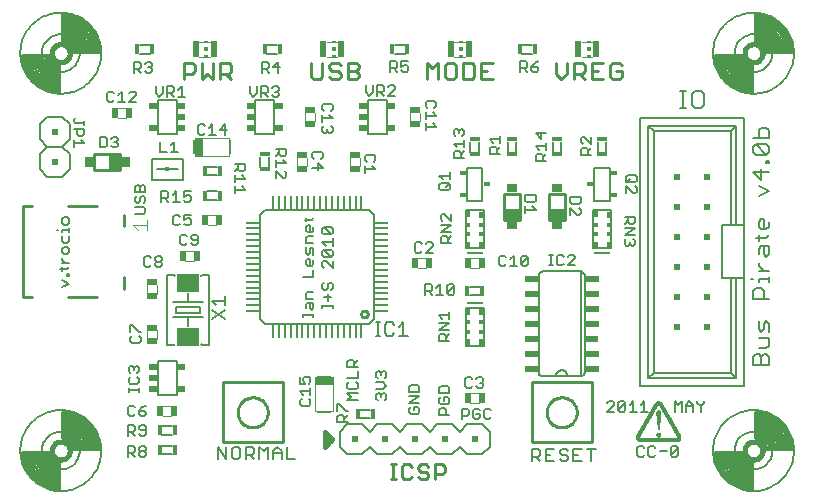
<source format=gto>
G75*
G70*
%OFA0B0*%
%FSLAX24Y24*%
%IPPOS*%
%LPD*%
%AMOC8*
5,1,8,0,0,1.08239X$1,22.5*
%
%ADD10C,0.0100*%
%ADD11C,0.0070*%
%ADD12C,0.0050*%
%ADD13C,0.0160*%
%ADD14R,0.0160X0.0340*%
%ADD15C,0.0060*%
%ADD16C,0.0040*%
%ADD17R,0.0118X0.0059*%
%ADD18R,0.0118X0.0118*%
%ADD19R,0.0236X0.0531*%
%ADD20R,0.0374X0.0197*%
%ADD21R,0.0197X0.0374*%
%ADD22R,0.0157X0.0118*%
%ADD23R,0.0079X0.0472*%
%ADD24R,0.0256X0.0591*%
%ADD25R,0.0450X0.0200*%
%ADD26C,0.0080*%
%ADD27R,0.0200X0.0200*%
%ADD28C,0.0090*%
%ADD29R,0.0006X0.0006*%
%ADD30R,0.0006X0.0006*%
%ADD31R,0.0006X0.0006*%
%ADD32R,0.0006X0.0006*%
%ADD33R,0.0256X0.0197*%
%ADD34R,0.0340X0.0160*%
%ADD35R,0.0472X0.0079*%
%ADD36R,0.0591X0.0256*%
%ADD37C,0.0086*%
%ADD38C,0.0180*%
%ADD39R,0.0750X0.0600*%
%ADD40R,0.0230X0.0180*%
%ADD41R,0.0335X0.0295*%
%ADD42R,0.0531X0.0354*%
%ADD43R,0.0295X0.0335*%
%ADD44R,0.0354X0.0531*%
%ADD45R,0.0118X0.0236*%
%ADD46R,0.0118X0.0157*%
%ADD47R,0.0118X0.0197*%
%ADD48R,0.0551X0.0039*%
%ADD49R,0.0551X0.0079*%
%ADD50R,0.0039X0.0079*%
D10*
X005028Y006167D02*
X004145Y006167D01*
X004146Y006168D02*
X004139Y006206D01*
X004129Y006244D01*
X004116Y006280D01*
X004099Y006315D01*
X004078Y006348D01*
X004055Y006379D01*
X004029Y006408D01*
X004000Y006434D01*
X003969Y006457D01*
X003936Y006478D01*
X003901Y006495D01*
X003865Y006508D01*
X003827Y006518D01*
X003789Y006525D01*
X003788Y007407D01*
X003789Y007407D01*
X003860Y007402D01*
X003931Y007394D01*
X004001Y007381D01*
X004071Y007365D01*
X004139Y007344D01*
X004206Y007320D01*
X004272Y007293D01*
X004336Y007262D01*
X004398Y007227D01*
X004459Y007189D01*
X004517Y007147D01*
X004572Y007103D01*
X004626Y007055D01*
X004676Y007005D01*
X004724Y006951D01*
X004768Y006896D01*
X004810Y006838D01*
X004848Y006777D01*
X004883Y006715D01*
X004914Y006651D01*
X004941Y006585D01*
X004965Y006518D01*
X004986Y006450D01*
X005002Y006380D01*
X005015Y006310D01*
X005023Y006239D01*
X005028Y006168D01*
X004934Y006168D01*
X004929Y006236D01*
X004920Y006304D01*
X004908Y006371D01*
X004891Y006438D01*
X004871Y006503D01*
X004847Y006567D01*
X004820Y006630D01*
X004789Y006691D01*
X004754Y006750D01*
X004717Y006807D01*
X004676Y006862D01*
X004632Y006914D01*
X004585Y006964D01*
X004535Y007011D01*
X004483Y007055D01*
X004428Y007096D01*
X004371Y007133D01*
X004312Y007168D01*
X004251Y007199D01*
X004188Y007226D01*
X004124Y007250D01*
X004059Y007270D01*
X003992Y007287D01*
X003925Y007299D01*
X003857Y007308D01*
X003789Y007313D01*
X003789Y007219D01*
X003854Y007214D01*
X003919Y007205D01*
X003983Y007193D01*
X004046Y007176D01*
X004108Y007156D01*
X004169Y007133D01*
X004228Y007106D01*
X004286Y007075D01*
X004341Y007041D01*
X004395Y007004D01*
X004446Y006963D01*
X004495Y006920D01*
X004541Y006874D01*
X004584Y006825D01*
X004625Y006774D01*
X004662Y006720D01*
X004696Y006665D01*
X004727Y006607D01*
X004754Y006548D01*
X004777Y006487D01*
X004797Y006425D01*
X004814Y006362D01*
X004826Y006298D01*
X004835Y006233D01*
X004840Y006168D01*
X004746Y006168D01*
X004741Y006230D01*
X004732Y006291D01*
X004720Y006351D01*
X004703Y006411D01*
X004684Y006469D01*
X004660Y006527D01*
X004634Y006582D01*
X004604Y006636D01*
X004570Y006688D01*
X004534Y006738D01*
X004494Y006786D01*
X004452Y006831D01*
X004407Y006873D01*
X004359Y006913D01*
X004309Y006949D01*
X004257Y006983D01*
X004203Y007013D01*
X004148Y007039D01*
X004090Y007063D01*
X004032Y007082D01*
X003972Y007099D01*
X003912Y007111D01*
X003851Y007120D01*
X003789Y007125D01*
X003789Y007031D01*
X003847Y007026D01*
X003904Y007017D01*
X003961Y007005D01*
X004017Y006989D01*
X004072Y006969D01*
X004125Y006947D01*
X004177Y006920D01*
X004227Y006891D01*
X004275Y006858D01*
X004321Y006823D01*
X004364Y006784D01*
X004405Y006743D01*
X004444Y006700D01*
X004479Y006654D01*
X004512Y006606D01*
X004541Y006556D01*
X004568Y006504D01*
X004590Y006451D01*
X004610Y006396D01*
X004626Y006340D01*
X004638Y006283D01*
X004647Y006226D01*
X004652Y006168D01*
X004557Y006168D01*
X004552Y006224D01*
X004543Y006280D01*
X004530Y006335D01*
X004513Y006389D01*
X004492Y006442D01*
X004468Y006493D01*
X004441Y006542D01*
X004410Y006590D01*
X004376Y006635D01*
X004338Y006677D01*
X004298Y006717D01*
X004256Y006755D01*
X004211Y006789D01*
X004163Y006820D01*
X004114Y006847D01*
X004063Y006871D01*
X004010Y006892D01*
X003956Y006909D01*
X003901Y006922D01*
X003845Y006931D01*
X003789Y006936D01*
X003789Y006842D01*
X003841Y006837D01*
X003892Y006828D01*
X003942Y006815D01*
X003992Y006799D01*
X004040Y006779D01*
X004086Y006756D01*
X004131Y006729D01*
X004174Y006699D01*
X004214Y006667D01*
X004252Y006631D01*
X004288Y006593D01*
X004320Y006553D01*
X004350Y006510D01*
X004377Y006465D01*
X004400Y006419D01*
X004420Y006371D01*
X004436Y006321D01*
X004449Y006271D01*
X004458Y006220D01*
X004463Y006168D01*
X004369Y006168D01*
X004363Y006217D01*
X004353Y006266D01*
X004340Y006314D01*
X004323Y006360D01*
X004302Y006405D01*
X004278Y006448D01*
X004250Y006490D01*
X004220Y006528D01*
X004186Y006565D01*
X004149Y006599D01*
X004111Y006629D01*
X004069Y006657D01*
X004026Y006681D01*
X003981Y006702D01*
X003935Y006719D01*
X003887Y006732D01*
X003838Y006742D01*
X003789Y006748D01*
X003789Y006654D01*
X003832Y006648D01*
X003875Y006638D01*
X003917Y006626D01*
X003958Y006610D01*
X003997Y006590D01*
X004035Y006568D01*
X004070Y006542D01*
X004104Y006514D01*
X004135Y006483D01*
X004163Y006449D01*
X004189Y006414D01*
X004211Y006376D01*
X004231Y006337D01*
X004247Y006296D01*
X004259Y006254D01*
X004269Y006211D01*
X004275Y006168D01*
X004180Y006168D01*
X004174Y006207D01*
X004164Y006246D01*
X004151Y006283D01*
X004135Y006320D01*
X004115Y006354D01*
X004092Y006387D01*
X004067Y006418D01*
X004039Y006446D01*
X004008Y006471D01*
X003975Y006494D01*
X003941Y006514D01*
X003904Y006530D01*
X003867Y006543D01*
X003828Y006553D01*
X003789Y006559D01*
X002450Y006069D02*
X003333Y006069D01*
X003332Y006068D02*
X003339Y006030D01*
X003349Y005992D01*
X003362Y005956D01*
X003379Y005921D01*
X003400Y005888D01*
X003423Y005857D01*
X003449Y005828D01*
X003478Y005802D01*
X003509Y005779D01*
X003542Y005758D01*
X003577Y005741D01*
X003613Y005728D01*
X003651Y005718D01*
X003689Y005711D01*
X003690Y004829D01*
X003689Y004829D01*
X003618Y004834D01*
X003547Y004842D01*
X003477Y004855D01*
X003407Y004871D01*
X003339Y004892D01*
X003272Y004916D01*
X003206Y004943D01*
X003142Y004974D01*
X003080Y005009D01*
X003019Y005047D01*
X002961Y005089D01*
X002906Y005133D01*
X002852Y005181D01*
X002802Y005231D01*
X002754Y005285D01*
X002710Y005340D01*
X002668Y005398D01*
X002630Y005459D01*
X002595Y005521D01*
X002564Y005585D01*
X002537Y005651D01*
X002513Y005718D01*
X002492Y005786D01*
X002476Y005856D01*
X002463Y005926D01*
X002455Y005997D01*
X002450Y006068D01*
X002544Y006068D01*
X002549Y006000D01*
X002558Y005932D01*
X002570Y005865D01*
X002587Y005798D01*
X002607Y005733D01*
X002631Y005669D01*
X002658Y005606D01*
X002689Y005545D01*
X002724Y005486D01*
X002761Y005429D01*
X002802Y005374D01*
X002846Y005322D01*
X002893Y005272D01*
X002943Y005225D01*
X002995Y005181D01*
X003050Y005140D01*
X003107Y005103D01*
X003166Y005068D01*
X003227Y005037D01*
X003290Y005010D01*
X003354Y004986D01*
X003419Y004966D01*
X003486Y004949D01*
X003553Y004937D01*
X003621Y004928D01*
X003689Y004923D01*
X003689Y005017D01*
X003624Y005022D01*
X003559Y005031D01*
X003495Y005043D01*
X003432Y005060D01*
X003370Y005080D01*
X003309Y005103D01*
X003250Y005130D01*
X003192Y005161D01*
X003137Y005195D01*
X003083Y005232D01*
X003032Y005273D01*
X002983Y005316D01*
X002937Y005362D01*
X002894Y005411D01*
X002853Y005462D01*
X002816Y005516D01*
X002782Y005571D01*
X002751Y005629D01*
X002724Y005688D01*
X002701Y005749D01*
X002681Y005811D01*
X002664Y005874D01*
X002652Y005938D01*
X002643Y006003D01*
X002638Y006068D01*
X002732Y006068D01*
X002737Y006006D01*
X002746Y005945D01*
X002758Y005885D01*
X002775Y005825D01*
X002794Y005767D01*
X002818Y005709D01*
X002844Y005654D01*
X002874Y005600D01*
X002908Y005548D01*
X002944Y005498D01*
X002984Y005450D01*
X003026Y005405D01*
X003071Y005363D01*
X003119Y005323D01*
X003169Y005287D01*
X003221Y005253D01*
X003275Y005223D01*
X003330Y005197D01*
X003388Y005173D01*
X003446Y005154D01*
X003506Y005137D01*
X003566Y005125D01*
X003627Y005116D01*
X003689Y005111D01*
X003689Y005205D01*
X003631Y005210D01*
X003574Y005219D01*
X003517Y005231D01*
X003461Y005247D01*
X003406Y005267D01*
X003353Y005289D01*
X003301Y005316D01*
X003251Y005345D01*
X003203Y005378D01*
X003157Y005413D01*
X003114Y005452D01*
X003073Y005493D01*
X003034Y005536D01*
X002999Y005582D01*
X002966Y005630D01*
X002937Y005680D01*
X002910Y005732D01*
X002888Y005785D01*
X002868Y005840D01*
X002852Y005896D01*
X002840Y005953D01*
X002831Y006010D01*
X002826Y006068D01*
X002921Y006068D01*
X002926Y006012D01*
X002935Y005956D01*
X002948Y005901D01*
X002965Y005847D01*
X002986Y005794D01*
X003010Y005743D01*
X003037Y005694D01*
X003068Y005646D01*
X003102Y005601D01*
X003140Y005559D01*
X003180Y005519D01*
X003222Y005481D01*
X003267Y005447D01*
X003315Y005416D01*
X003364Y005389D01*
X003415Y005365D01*
X003468Y005344D01*
X003522Y005327D01*
X003577Y005314D01*
X003633Y005305D01*
X003689Y005300D01*
X003689Y005394D01*
X003637Y005399D01*
X003586Y005408D01*
X003536Y005421D01*
X003486Y005437D01*
X003438Y005457D01*
X003392Y005480D01*
X003347Y005507D01*
X003304Y005537D01*
X003264Y005569D01*
X003226Y005605D01*
X003190Y005643D01*
X003158Y005683D01*
X003128Y005726D01*
X003101Y005771D01*
X003078Y005817D01*
X003058Y005865D01*
X003042Y005915D01*
X003029Y005965D01*
X003020Y006016D01*
X003015Y006068D01*
X003109Y006068D01*
X003115Y006019D01*
X003125Y005970D01*
X003138Y005922D01*
X003155Y005876D01*
X003176Y005831D01*
X003200Y005788D01*
X003228Y005746D01*
X003258Y005708D01*
X003292Y005671D01*
X003329Y005637D01*
X003367Y005607D01*
X003409Y005579D01*
X003452Y005555D01*
X003497Y005534D01*
X003543Y005517D01*
X003591Y005504D01*
X003640Y005494D01*
X003689Y005488D01*
X003689Y005582D01*
X003646Y005588D01*
X003603Y005598D01*
X003561Y005610D01*
X003520Y005626D01*
X003481Y005646D01*
X003443Y005668D01*
X003408Y005694D01*
X003374Y005722D01*
X003343Y005753D01*
X003315Y005787D01*
X003289Y005822D01*
X003267Y005860D01*
X003247Y005899D01*
X003231Y005940D01*
X003219Y005982D01*
X003209Y006025D01*
X003203Y006068D01*
X003298Y006068D01*
X003304Y006029D01*
X003314Y005990D01*
X003327Y005953D01*
X003343Y005916D01*
X003363Y005882D01*
X003386Y005849D01*
X003411Y005818D01*
X003439Y005790D01*
X003470Y005765D01*
X003503Y005742D01*
X003537Y005722D01*
X003574Y005706D01*
X003611Y005693D01*
X003650Y005683D01*
X003689Y005677D01*
X003989Y011226D02*
X004934Y011226D01*
X005859Y011502D02*
X005859Y011896D01*
X005859Y013589D02*
X005859Y013982D01*
X004934Y014258D02*
X003989Y014258D01*
X002768Y014258D02*
X002493Y014258D01*
X002493Y011226D01*
X002768Y011226D01*
X004852Y015466D02*
X004852Y016018D01*
X005718Y016018D01*
X005718Y015466D01*
X004852Y015466D01*
X007835Y018492D02*
X007835Y019053D01*
X008115Y019053D01*
X008208Y018959D01*
X008208Y018772D01*
X008115Y018679D01*
X007835Y018679D01*
X008442Y018492D02*
X008442Y019053D01*
X008816Y019053D02*
X008816Y018492D01*
X008629Y018679D01*
X008442Y018492D01*
X009050Y018492D02*
X009050Y019053D01*
X009330Y019053D01*
X009424Y018959D01*
X009424Y018772D01*
X009330Y018679D01*
X009050Y018679D01*
X009237Y018679D02*
X009424Y018492D01*
X012085Y018585D02*
X012178Y018492D01*
X012365Y018492D01*
X012458Y018585D01*
X012458Y019053D01*
X012692Y018959D02*
X012692Y018866D01*
X012786Y018772D01*
X012973Y018772D01*
X013066Y018679D01*
X013066Y018585D01*
X012973Y018492D01*
X012786Y018492D01*
X012692Y018585D01*
X012085Y018585D02*
X012085Y019053D01*
X012692Y018959D02*
X012786Y019053D01*
X012973Y019053D01*
X013066Y018959D01*
X013300Y019053D02*
X013580Y019053D01*
X013674Y018959D01*
X013674Y018866D01*
X013580Y018772D01*
X013300Y018772D01*
X013300Y018492D02*
X013580Y018492D01*
X013674Y018585D01*
X013674Y018679D01*
X013580Y018772D01*
X013300Y018492D02*
X013300Y019053D01*
X015935Y019053D02*
X015935Y018492D01*
X016308Y018492D02*
X016308Y019053D01*
X016122Y018866D01*
X015935Y019053D01*
X016542Y018959D02*
X016542Y018585D01*
X016636Y018492D01*
X016823Y018492D01*
X016916Y018585D01*
X016916Y018959D01*
X016823Y019053D01*
X016636Y019053D01*
X016542Y018959D01*
X017150Y019053D02*
X017150Y018492D01*
X017430Y018492D01*
X017524Y018585D01*
X017524Y018959D01*
X017430Y019053D01*
X017150Y019053D01*
X017758Y019053D02*
X017758Y018492D01*
X018131Y018492D01*
X017945Y018772D02*
X017758Y018772D01*
X017758Y019053D02*
X018131Y019053D01*
X020235Y019053D02*
X020235Y018679D01*
X020422Y018492D01*
X020608Y018679D01*
X020608Y019053D01*
X020842Y019053D02*
X021123Y019053D01*
X021216Y018959D01*
X021216Y018772D01*
X021123Y018679D01*
X020842Y018679D01*
X020842Y018492D02*
X020842Y019053D01*
X021450Y019053D02*
X021450Y018492D01*
X021824Y018492D01*
X022058Y018585D02*
X022151Y018492D01*
X022338Y018492D01*
X022431Y018585D01*
X022431Y018772D01*
X022245Y018772D01*
X022431Y018959D02*
X022338Y019053D01*
X022151Y019053D01*
X022058Y018959D01*
X022058Y018585D01*
X021637Y018772D02*
X021450Y018772D01*
X021450Y019053D02*
X021824Y019053D01*
X021216Y018492D02*
X021029Y018679D01*
X028119Y019415D02*
X027236Y019415D01*
X027237Y019416D02*
X027230Y019454D01*
X027220Y019492D01*
X027207Y019528D01*
X027190Y019563D01*
X027169Y019596D01*
X027146Y019627D01*
X027120Y019656D01*
X027091Y019682D01*
X027060Y019705D01*
X027027Y019726D01*
X026992Y019743D01*
X026956Y019756D01*
X026918Y019766D01*
X026880Y019773D01*
X026879Y020655D01*
X026880Y020655D01*
X026951Y020650D01*
X027022Y020642D01*
X027092Y020629D01*
X027162Y020613D01*
X027230Y020592D01*
X027297Y020568D01*
X027363Y020541D01*
X027427Y020510D01*
X027489Y020475D01*
X027550Y020437D01*
X027608Y020395D01*
X027663Y020351D01*
X027717Y020303D01*
X027767Y020253D01*
X027815Y020199D01*
X027859Y020144D01*
X027901Y020086D01*
X027939Y020025D01*
X027974Y019963D01*
X028005Y019899D01*
X028032Y019833D01*
X028056Y019766D01*
X028077Y019698D01*
X028093Y019628D01*
X028106Y019558D01*
X028114Y019487D01*
X028119Y019416D01*
X028025Y019416D01*
X028020Y019484D01*
X028011Y019552D01*
X027999Y019619D01*
X027982Y019686D01*
X027962Y019751D01*
X027938Y019815D01*
X027911Y019878D01*
X027880Y019939D01*
X027845Y019998D01*
X027808Y020055D01*
X027767Y020110D01*
X027723Y020162D01*
X027676Y020212D01*
X027626Y020259D01*
X027574Y020303D01*
X027519Y020344D01*
X027462Y020381D01*
X027403Y020416D01*
X027342Y020447D01*
X027279Y020474D01*
X027215Y020498D01*
X027150Y020518D01*
X027083Y020535D01*
X027016Y020547D01*
X026948Y020556D01*
X026880Y020561D01*
X026880Y020467D01*
X026945Y020462D01*
X027010Y020453D01*
X027074Y020441D01*
X027137Y020424D01*
X027199Y020404D01*
X027260Y020381D01*
X027319Y020354D01*
X027377Y020323D01*
X027432Y020289D01*
X027486Y020252D01*
X027537Y020211D01*
X027586Y020168D01*
X027632Y020122D01*
X027675Y020073D01*
X027716Y020022D01*
X027753Y019968D01*
X027787Y019913D01*
X027818Y019855D01*
X027845Y019796D01*
X027868Y019735D01*
X027888Y019673D01*
X027905Y019610D01*
X027917Y019546D01*
X027926Y019481D01*
X027931Y019416D01*
X027837Y019416D01*
X027832Y019478D01*
X027823Y019539D01*
X027811Y019599D01*
X027794Y019659D01*
X027775Y019717D01*
X027751Y019775D01*
X027725Y019830D01*
X027695Y019884D01*
X027661Y019936D01*
X027625Y019986D01*
X027585Y020034D01*
X027543Y020079D01*
X027498Y020121D01*
X027450Y020161D01*
X027400Y020197D01*
X027348Y020231D01*
X027294Y020261D01*
X027239Y020287D01*
X027181Y020311D01*
X027123Y020330D01*
X027063Y020347D01*
X027003Y020359D01*
X026942Y020368D01*
X026880Y020373D01*
X026880Y020279D01*
X026938Y020274D01*
X026995Y020265D01*
X027052Y020253D01*
X027108Y020237D01*
X027163Y020217D01*
X027216Y020195D01*
X027268Y020168D01*
X027318Y020139D01*
X027366Y020106D01*
X027412Y020071D01*
X027455Y020032D01*
X027496Y019991D01*
X027535Y019948D01*
X027570Y019902D01*
X027603Y019854D01*
X027632Y019804D01*
X027659Y019752D01*
X027681Y019699D01*
X027701Y019644D01*
X027717Y019588D01*
X027729Y019531D01*
X027738Y019474D01*
X027743Y019416D01*
X027648Y019416D01*
X027643Y019472D01*
X027634Y019528D01*
X027621Y019583D01*
X027604Y019637D01*
X027583Y019690D01*
X027559Y019741D01*
X027532Y019790D01*
X027501Y019838D01*
X027467Y019883D01*
X027429Y019925D01*
X027389Y019965D01*
X027347Y020003D01*
X027302Y020037D01*
X027254Y020068D01*
X027205Y020095D01*
X027154Y020119D01*
X027101Y020140D01*
X027047Y020157D01*
X026992Y020170D01*
X026936Y020179D01*
X026880Y020184D01*
X026880Y020090D01*
X026932Y020085D01*
X026983Y020076D01*
X027033Y020063D01*
X027083Y020047D01*
X027131Y020027D01*
X027177Y020004D01*
X027222Y019977D01*
X027265Y019947D01*
X027305Y019915D01*
X027343Y019879D01*
X027379Y019841D01*
X027411Y019801D01*
X027441Y019758D01*
X027468Y019713D01*
X027491Y019667D01*
X027511Y019619D01*
X027527Y019569D01*
X027540Y019519D01*
X027549Y019468D01*
X027554Y019416D01*
X027460Y019416D01*
X027454Y019465D01*
X027444Y019514D01*
X027431Y019562D01*
X027414Y019608D01*
X027393Y019653D01*
X027369Y019696D01*
X027341Y019738D01*
X027311Y019776D01*
X027277Y019813D01*
X027240Y019847D01*
X027202Y019877D01*
X027160Y019905D01*
X027117Y019929D01*
X027072Y019950D01*
X027026Y019967D01*
X026978Y019980D01*
X026929Y019990D01*
X026880Y019996D01*
X026880Y019902D01*
X026923Y019896D01*
X026966Y019886D01*
X027008Y019874D01*
X027049Y019858D01*
X027088Y019838D01*
X027126Y019816D01*
X027161Y019790D01*
X027195Y019762D01*
X027226Y019731D01*
X027254Y019697D01*
X027280Y019662D01*
X027302Y019624D01*
X027322Y019585D01*
X027338Y019544D01*
X027350Y019502D01*
X027360Y019459D01*
X027366Y019416D01*
X027271Y019416D01*
X027265Y019455D01*
X027255Y019494D01*
X027242Y019531D01*
X027226Y019568D01*
X027206Y019602D01*
X027183Y019635D01*
X027158Y019666D01*
X027130Y019694D01*
X027099Y019719D01*
X027066Y019742D01*
X027032Y019762D01*
X026995Y019778D01*
X026958Y019791D01*
X026919Y019801D01*
X026880Y019807D01*
X025541Y019317D02*
X026424Y019317D01*
X026423Y019316D02*
X026430Y019278D01*
X026440Y019240D01*
X026453Y019204D01*
X026470Y019169D01*
X026491Y019136D01*
X026514Y019105D01*
X026540Y019076D01*
X026569Y019050D01*
X026600Y019027D01*
X026633Y019006D01*
X026668Y018989D01*
X026704Y018976D01*
X026742Y018966D01*
X026780Y018959D01*
X026781Y018077D01*
X026780Y018077D01*
X026709Y018082D01*
X026638Y018090D01*
X026568Y018103D01*
X026498Y018119D01*
X026430Y018140D01*
X026363Y018164D01*
X026297Y018191D01*
X026233Y018222D01*
X026171Y018257D01*
X026110Y018295D01*
X026052Y018337D01*
X025997Y018381D01*
X025943Y018429D01*
X025893Y018479D01*
X025845Y018533D01*
X025801Y018588D01*
X025759Y018646D01*
X025721Y018707D01*
X025686Y018769D01*
X025655Y018833D01*
X025628Y018899D01*
X025604Y018966D01*
X025583Y019034D01*
X025567Y019104D01*
X025554Y019174D01*
X025546Y019245D01*
X025541Y019316D01*
X025635Y019316D01*
X025640Y019248D01*
X025649Y019180D01*
X025661Y019113D01*
X025678Y019046D01*
X025698Y018981D01*
X025722Y018917D01*
X025749Y018854D01*
X025780Y018793D01*
X025815Y018734D01*
X025852Y018677D01*
X025893Y018622D01*
X025937Y018570D01*
X025984Y018520D01*
X026034Y018473D01*
X026086Y018429D01*
X026141Y018388D01*
X026198Y018351D01*
X026257Y018316D01*
X026318Y018285D01*
X026381Y018258D01*
X026445Y018234D01*
X026510Y018214D01*
X026577Y018197D01*
X026644Y018185D01*
X026712Y018176D01*
X026780Y018171D01*
X026780Y018265D01*
X026715Y018270D01*
X026650Y018279D01*
X026586Y018291D01*
X026523Y018308D01*
X026461Y018328D01*
X026400Y018351D01*
X026341Y018378D01*
X026283Y018409D01*
X026228Y018443D01*
X026174Y018480D01*
X026123Y018521D01*
X026074Y018564D01*
X026028Y018610D01*
X025985Y018659D01*
X025944Y018710D01*
X025907Y018764D01*
X025873Y018819D01*
X025842Y018877D01*
X025815Y018936D01*
X025792Y018997D01*
X025772Y019059D01*
X025755Y019122D01*
X025743Y019186D01*
X025734Y019251D01*
X025729Y019316D01*
X025823Y019316D01*
X025828Y019254D01*
X025837Y019193D01*
X025849Y019133D01*
X025866Y019073D01*
X025885Y019015D01*
X025909Y018957D01*
X025935Y018902D01*
X025965Y018848D01*
X025999Y018796D01*
X026035Y018746D01*
X026075Y018698D01*
X026117Y018653D01*
X026162Y018611D01*
X026210Y018571D01*
X026260Y018535D01*
X026312Y018501D01*
X026366Y018471D01*
X026421Y018445D01*
X026479Y018421D01*
X026537Y018402D01*
X026597Y018385D01*
X026657Y018373D01*
X026718Y018364D01*
X026780Y018359D01*
X026780Y018453D01*
X026722Y018458D01*
X026665Y018467D01*
X026608Y018479D01*
X026552Y018495D01*
X026497Y018515D01*
X026444Y018537D01*
X026392Y018564D01*
X026342Y018593D01*
X026294Y018626D01*
X026248Y018661D01*
X026205Y018700D01*
X026164Y018741D01*
X026125Y018784D01*
X026090Y018830D01*
X026057Y018878D01*
X026028Y018928D01*
X026001Y018980D01*
X025979Y019033D01*
X025959Y019088D01*
X025943Y019144D01*
X025931Y019201D01*
X025922Y019258D01*
X025917Y019316D01*
X026012Y019316D01*
X026017Y019260D01*
X026026Y019204D01*
X026039Y019149D01*
X026056Y019095D01*
X026077Y019042D01*
X026101Y018991D01*
X026128Y018942D01*
X026159Y018894D01*
X026193Y018849D01*
X026231Y018807D01*
X026271Y018767D01*
X026313Y018729D01*
X026358Y018695D01*
X026406Y018664D01*
X026455Y018637D01*
X026506Y018613D01*
X026559Y018592D01*
X026613Y018575D01*
X026668Y018562D01*
X026724Y018553D01*
X026780Y018548D01*
X026780Y018642D01*
X026728Y018647D01*
X026677Y018656D01*
X026627Y018669D01*
X026577Y018685D01*
X026529Y018705D01*
X026483Y018728D01*
X026438Y018755D01*
X026395Y018785D01*
X026355Y018817D01*
X026317Y018853D01*
X026281Y018891D01*
X026249Y018931D01*
X026219Y018974D01*
X026192Y019019D01*
X026169Y019065D01*
X026149Y019113D01*
X026133Y019163D01*
X026120Y019213D01*
X026111Y019264D01*
X026106Y019316D01*
X026200Y019316D01*
X026206Y019267D01*
X026216Y019218D01*
X026229Y019170D01*
X026246Y019124D01*
X026267Y019079D01*
X026291Y019036D01*
X026319Y018994D01*
X026349Y018956D01*
X026383Y018919D01*
X026420Y018885D01*
X026458Y018855D01*
X026500Y018827D01*
X026543Y018803D01*
X026588Y018782D01*
X026634Y018765D01*
X026682Y018752D01*
X026731Y018742D01*
X026780Y018736D01*
X026780Y018830D01*
X026737Y018836D01*
X026694Y018846D01*
X026652Y018858D01*
X026611Y018874D01*
X026572Y018894D01*
X026534Y018916D01*
X026499Y018942D01*
X026465Y018970D01*
X026434Y019001D01*
X026406Y019035D01*
X026380Y019070D01*
X026358Y019108D01*
X026338Y019147D01*
X026322Y019188D01*
X026310Y019230D01*
X026300Y019273D01*
X026294Y019316D01*
X026389Y019316D01*
X026395Y019277D01*
X026405Y019238D01*
X026418Y019201D01*
X026434Y019164D01*
X026454Y019130D01*
X026477Y019097D01*
X026502Y019066D01*
X026530Y019038D01*
X026561Y019013D01*
X026594Y018990D01*
X026628Y018970D01*
X026665Y018954D01*
X026702Y018941D01*
X026741Y018931D01*
X026780Y018925D01*
X020560Y014675D02*
X020009Y014675D01*
X020009Y013809D01*
X020560Y013809D01*
X020560Y014675D01*
X019060Y014675D02*
X019060Y013809D01*
X018509Y013809D01*
X018509Y014675D01*
X019060Y014675D01*
X013749Y010667D02*
X013751Y010687D01*
X013756Y010707D01*
X013766Y010725D01*
X013778Y010742D01*
X013793Y010756D01*
X013811Y010766D01*
X013830Y010774D01*
X013850Y010778D01*
X013870Y010778D01*
X013890Y010774D01*
X013909Y010766D01*
X013927Y010756D01*
X013942Y010742D01*
X013954Y010725D01*
X013964Y010707D01*
X013969Y010687D01*
X013971Y010667D01*
X013969Y010647D01*
X013964Y010627D01*
X013954Y010609D01*
X013942Y010592D01*
X013927Y010578D01*
X013909Y010568D01*
X013890Y010560D01*
X013870Y010556D01*
X013850Y010556D01*
X013830Y010560D01*
X013811Y010568D01*
X013793Y010578D01*
X013778Y010592D01*
X013766Y010609D01*
X013756Y010627D01*
X013751Y010647D01*
X013749Y010667D01*
X028119Y006167D02*
X027236Y006167D01*
X027237Y006168D02*
X027230Y006206D01*
X027220Y006244D01*
X027207Y006280D01*
X027190Y006315D01*
X027169Y006348D01*
X027146Y006379D01*
X027120Y006408D01*
X027091Y006434D01*
X027060Y006457D01*
X027027Y006478D01*
X026992Y006495D01*
X026956Y006508D01*
X026918Y006518D01*
X026880Y006525D01*
X026879Y007407D01*
X026880Y007407D01*
X026951Y007402D01*
X027022Y007394D01*
X027092Y007381D01*
X027162Y007365D01*
X027230Y007344D01*
X027297Y007320D01*
X027363Y007293D01*
X027427Y007262D01*
X027489Y007227D01*
X027550Y007189D01*
X027608Y007147D01*
X027663Y007103D01*
X027717Y007055D01*
X027767Y007005D01*
X027815Y006951D01*
X027859Y006896D01*
X027901Y006838D01*
X027939Y006777D01*
X027974Y006715D01*
X028005Y006651D01*
X028032Y006585D01*
X028056Y006518D01*
X028077Y006450D01*
X028093Y006380D01*
X028106Y006310D01*
X028114Y006239D01*
X028119Y006168D01*
X028025Y006168D01*
X028020Y006236D01*
X028011Y006304D01*
X027999Y006371D01*
X027982Y006438D01*
X027962Y006503D01*
X027938Y006567D01*
X027911Y006630D01*
X027880Y006691D01*
X027845Y006750D01*
X027808Y006807D01*
X027767Y006862D01*
X027723Y006914D01*
X027676Y006964D01*
X027626Y007011D01*
X027574Y007055D01*
X027519Y007096D01*
X027462Y007133D01*
X027403Y007168D01*
X027342Y007199D01*
X027279Y007226D01*
X027215Y007250D01*
X027150Y007270D01*
X027083Y007287D01*
X027016Y007299D01*
X026948Y007308D01*
X026880Y007313D01*
X026880Y007219D01*
X026945Y007214D01*
X027010Y007205D01*
X027074Y007193D01*
X027137Y007176D01*
X027199Y007156D01*
X027260Y007133D01*
X027319Y007106D01*
X027377Y007075D01*
X027432Y007041D01*
X027486Y007004D01*
X027537Y006963D01*
X027586Y006920D01*
X027632Y006874D01*
X027675Y006825D01*
X027716Y006774D01*
X027753Y006720D01*
X027787Y006665D01*
X027818Y006607D01*
X027845Y006548D01*
X027868Y006487D01*
X027888Y006425D01*
X027905Y006362D01*
X027917Y006298D01*
X027926Y006233D01*
X027931Y006168D01*
X027837Y006168D01*
X027832Y006230D01*
X027823Y006291D01*
X027811Y006351D01*
X027794Y006411D01*
X027775Y006469D01*
X027751Y006527D01*
X027725Y006582D01*
X027695Y006636D01*
X027661Y006688D01*
X027625Y006738D01*
X027585Y006786D01*
X027543Y006831D01*
X027498Y006873D01*
X027450Y006913D01*
X027400Y006949D01*
X027348Y006983D01*
X027294Y007013D01*
X027239Y007039D01*
X027181Y007063D01*
X027123Y007082D01*
X027063Y007099D01*
X027003Y007111D01*
X026942Y007120D01*
X026880Y007125D01*
X026880Y007031D01*
X026938Y007026D01*
X026995Y007017D01*
X027052Y007005D01*
X027108Y006989D01*
X027163Y006969D01*
X027216Y006947D01*
X027268Y006920D01*
X027318Y006891D01*
X027366Y006858D01*
X027412Y006823D01*
X027455Y006784D01*
X027496Y006743D01*
X027535Y006700D01*
X027570Y006654D01*
X027603Y006606D01*
X027632Y006556D01*
X027659Y006504D01*
X027681Y006451D01*
X027701Y006396D01*
X027717Y006340D01*
X027729Y006283D01*
X027738Y006226D01*
X027743Y006168D01*
X027648Y006168D01*
X027643Y006224D01*
X027634Y006280D01*
X027621Y006335D01*
X027604Y006389D01*
X027583Y006442D01*
X027559Y006493D01*
X027532Y006542D01*
X027501Y006590D01*
X027467Y006635D01*
X027429Y006677D01*
X027389Y006717D01*
X027347Y006755D01*
X027302Y006789D01*
X027254Y006820D01*
X027205Y006847D01*
X027154Y006871D01*
X027101Y006892D01*
X027047Y006909D01*
X026992Y006922D01*
X026936Y006931D01*
X026880Y006936D01*
X026880Y006842D01*
X026932Y006837D01*
X026983Y006828D01*
X027033Y006815D01*
X027083Y006799D01*
X027131Y006779D01*
X027177Y006756D01*
X027222Y006729D01*
X027265Y006699D01*
X027305Y006667D01*
X027343Y006631D01*
X027379Y006593D01*
X027411Y006553D01*
X027441Y006510D01*
X027468Y006465D01*
X027491Y006419D01*
X027511Y006371D01*
X027527Y006321D01*
X027540Y006271D01*
X027549Y006220D01*
X027554Y006168D01*
X027460Y006168D01*
X027454Y006217D01*
X027444Y006266D01*
X027431Y006314D01*
X027414Y006360D01*
X027393Y006405D01*
X027369Y006448D01*
X027341Y006490D01*
X027311Y006528D01*
X027277Y006565D01*
X027240Y006599D01*
X027202Y006629D01*
X027160Y006657D01*
X027117Y006681D01*
X027072Y006702D01*
X027026Y006719D01*
X026978Y006732D01*
X026929Y006742D01*
X026880Y006748D01*
X026880Y006654D01*
X026923Y006648D01*
X026966Y006638D01*
X027008Y006626D01*
X027049Y006610D01*
X027088Y006590D01*
X027126Y006568D01*
X027161Y006542D01*
X027195Y006514D01*
X027226Y006483D01*
X027254Y006449D01*
X027280Y006414D01*
X027302Y006376D01*
X027322Y006337D01*
X027338Y006296D01*
X027350Y006254D01*
X027360Y006211D01*
X027366Y006168D01*
X027271Y006168D01*
X027265Y006207D01*
X027255Y006246D01*
X027242Y006283D01*
X027226Y006320D01*
X027206Y006354D01*
X027183Y006387D01*
X027158Y006418D01*
X027130Y006446D01*
X027099Y006471D01*
X027066Y006494D01*
X027032Y006514D01*
X026995Y006530D01*
X026958Y006543D01*
X026919Y006553D01*
X026880Y006559D01*
X025541Y006069D02*
X026424Y006069D01*
X026423Y006068D02*
X026430Y006030D01*
X026440Y005992D01*
X026453Y005956D01*
X026470Y005921D01*
X026491Y005888D01*
X026514Y005857D01*
X026540Y005828D01*
X026569Y005802D01*
X026600Y005779D01*
X026633Y005758D01*
X026668Y005741D01*
X026704Y005728D01*
X026742Y005718D01*
X026780Y005711D01*
X026781Y004829D01*
X026780Y004829D01*
X026709Y004834D01*
X026638Y004842D01*
X026568Y004855D01*
X026498Y004871D01*
X026430Y004892D01*
X026363Y004916D01*
X026297Y004943D01*
X026233Y004974D01*
X026171Y005009D01*
X026110Y005047D01*
X026052Y005089D01*
X025997Y005133D01*
X025943Y005181D01*
X025893Y005231D01*
X025845Y005285D01*
X025801Y005340D01*
X025759Y005398D01*
X025721Y005459D01*
X025686Y005521D01*
X025655Y005585D01*
X025628Y005651D01*
X025604Y005718D01*
X025583Y005786D01*
X025567Y005856D01*
X025554Y005926D01*
X025546Y005997D01*
X025541Y006068D01*
X025635Y006068D01*
X025640Y006000D01*
X025649Y005932D01*
X025661Y005865D01*
X025678Y005798D01*
X025698Y005733D01*
X025722Y005669D01*
X025749Y005606D01*
X025780Y005545D01*
X025815Y005486D01*
X025852Y005429D01*
X025893Y005374D01*
X025937Y005322D01*
X025984Y005272D01*
X026034Y005225D01*
X026086Y005181D01*
X026141Y005140D01*
X026198Y005103D01*
X026257Y005068D01*
X026318Y005037D01*
X026381Y005010D01*
X026445Y004986D01*
X026510Y004966D01*
X026577Y004949D01*
X026644Y004937D01*
X026712Y004928D01*
X026780Y004923D01*
X026780Y005017D01*
X026715Y005022D01*
X026650Y005031D01*
X026586Y005043D01*
X026523Y005060D01*
X026461Y005080D01*
X026400Y005103D01*
X026341Y005130D01*
X026283Y005161D01*
X026228Y005195D01*
X026174Y005232D01*
X026123Y005273D01*
X026074Y005316D01*
X026028Y005362D01*
X025985Y005411D01*
X025944Y005462D01*
X025907Y005516D01*
X025873Y005571D01*
X025842Y005629D01*
X025815Y005688D01*
X025792Y005749D01*
X025772Y005811D01*
X025755Y005874D01*
X025743Y005938D01*
X025734Y006003D01*
X025729Y006068D01*
X025823Y006068D01*
X025828Y006006D01*
X025837Y005945D01*
X025849Y005885D01*
X025866Y005825D01*
X025885Y005767D01*
X025909Y005709D01*
X025935Y005654D01*
X025965Y005600D01*
X025999Y005548D01*
X026035Y005498D01*
X026075Y005450D01*
X026117Y005405D01*
X026162Y005363D01*
X026210Y005323D01*
X026260Y005287D01*
X026312Y005253D01*
X026366Y005223D01*
X026421Y005197D01*
X026479Y005173D01*
X026537Y005154D01*
X026597Y005137D01*
X026657Y005125D01*
X026718Y005116D01*
X026780Y005111D01*
X026780Y005205D01*
X026722Y005210D01*
X026665Y005219D01*
X026608Y005231D01*
X026552Y005247D01*
X026497Y005267D01*
X026444Y005289D01*
X026392Y005316D01*
X026342Y005345D01*
X026294Y005378D01*
X026248Y005413D01*
X026205Y005452D01*
X026164Y005493D01*
X026125Y005536D01*
X026090Y005582D01*
X026057Y005630D01*
X026028Y005680D01*
X026001Y005732D01*
X025979Y005785D01*
X025959Y005840D01*
X025943Y005896D01*
X025931Y005953D01*
X025922Y006010D01*
X025917Y006068D01*
X026012Y006068D01*
X026017Y006012D01*
X026026Y005956D01*
X026039Y005901D01*
X026056Y005847D01*
X026077Y005794D01*
X026101Y005743D01*
X026128Y005694D01*
X026159Y005646D01*
X026193Y005601D01*
X026231Y005559D01*
X026271Y005519D01*
X026313Y005481D01*
X026358Y005447D01*
X026406Y005416D01*
X026455Y005389D01*
X026506Y005365D01*
X026559Y005344D01*
X026613Y005327D01*
X026668Y005314D01*
X026724Y005305D01*
X026780Y005300D01*
X026780Y005394D01*
X026728Y005399D01*
X026677Y005408D01*
X026627Y005421D01*
X026577Y005437D01*
X026529Y005457D01*
X026483Y005480D01*
X026438Y005507D01*
X026395Y005537D01*
X026355Y005569D01*
X026317Y005605D01*
X026281Y005643D01*
X026249Y005683D01*
X026219Y005726D01*
X026192Y005771D01*
X026169Y005817D01*
X026149Y005865D01*
X026133Y005915D01*
X026120Y005965D01*
X026111Y006016D01*
X026106Y006068D01*
X026200Y006068D01*
X026206Y006019D01*
X026216Y005970D01*
X026229Y005922D01*
X026246Y005876D01*
X026267Y005831D01*
X026291Y005788D01*
X026319Y005746D01*
X026349Y005708D01*
X026383Y005671D01*
X026420Y005637D01*
X026458Y005607D01*
X026500Y005579D01*
X026543Y005555D01*
X026588Y005534D01*
X026634Y005517D01*
X026682Y005504D01*
X026731Y005494D01*
X026780Y005488D01*
X026780Y005582D01*
X026737Y005588D01*
X026694Y005598D01*
X026652Y005610D01*
X026611Y005626D01*
X026572Y005646D01*
X026534Y005668D01*
X026499Y005694D01*
X026465Y005722D01*
X026434Y005753D01*
X026406Y005787D01*
X026380Y005822D01*
X026358Y005860D01*
X026338Y005899D01*
X026322Y005940D01*
X026310Y005982D01*
X026300Y006025D01*
X026294Y006068D01*
X026389Y006068D01*
X026395Y006029D01*
X026405Y005990D01*
X026418Y005953D01*
X026434Y005916D01*
X026454Y005882D01*
X026477Y005849D01*
X026502Y005818D01*
X026530Y005790D01*
X026561Y005765D01*
X026594Y005742D01*
X026628Y005722D01*
X026665Y005706D01*
X026702Y005693D01*
X026741Y005683D01*
X026780Y005677D01*
X005028Y019415D02*
X004145Y019415D01*
X004146Y019416D02*
X004139Y019454D01*
X004129Y019492D01*
X004116Y019528D01*
X004099Y019563D01*
X004078Y019596D01*
X004055Y019627D01*
X004029Y019656D01*
X004000Y019682D01*
X003969Y019705D01*
X003936Y019726D01*
X003901Y019743D01*
X003865Y019756D01*
X003827Y019766D01*
X003789Y019773D01*
X003788Y020655D01*
X003789Y020655D01*
X003860Y020650D01*
X003931Y020642D01*
X004001Y020629D01*
X004071Y020613D01*
X004139Y020592D01*
X004206Y020568D01*
X004272Y020541D01*
X004336Y020510D01*
X004398Y020475D01*
X004459Y020437D01*
X004517Y020395D01*
X004572Y020351D01*
X004626Y020303D01*
X004676Y020253D01*
X004724Y020199D01*
X004768Y020144D01*
X004810Y020086D01*
X004848Y020025D01*
X004883Y019963D01*
X004914Y019899D01*
X004941Y019833D01*
X004965Y019766D01*
X004986Y019698D01*
X005002Y019628D01*
X005015Y019558D01*
X005023Y019487D01*
X005028Y019416D01*
X004934Y019416D01*
X004929Y019484D01*
X004920Y019552D01*
X004908Y019619D01*
X004891Y019686D01*
X004871Y019751D01*
X004847Y019815D01*
X004820Y019878D01*
X004789Y019939D01*
X004754Y019998D01*
X004717Y020055D01*
X004676Y020110D01*
X004632Y020162D01*
X004585Y020212D01*
X004535Y020259D01*
X004483Y020303D01*
X004428Y020344D01*
X004371Y020381D01*
X004312Y020416D01*
X004251Y020447D01*
X004188Y020474D01*
X004124Y020498D01*
X004059Y020518D01*
X003992Y020535D01*
X003925Y020547D01*
X003857Y020556D01*
X003789Y020561D01*
X003789Y020467D01*
X003854Y020462D01*
X003919Y020453D01*
X003983Y020441D01*
X004046Y020424D01*
X004108Y020404D01*
X004169Y020381D01*
X004228Y020354D01*
X004286Y020323D01*
X004341Y020289D01*
X004395Y020252D01*
X004446Y020211D01*
X004495Y020168D01*
X004541Y020122D01*
X004584Y020073D01*
X004625Y020022D01*
X004662Y019968D01*
X004696Y019913D01*
X004727Y019855D01*
X004754Y019796D01*
X004777Y019735D01*
X004797Y019673D01*
X004814Y019610D01*
X004826Y019546D01*
X004835Y019481D01*
X004840Y019416D01*
X004746Y019416D01*
X004741Y019478D01*
X004732Y019539D01*
X004720Y019599D01*
X004703Y019659D01*
X004684Y019717D01*
X004660Y019775D01*
X004634Y019830D01*
X004604Y019884D01*
X004570Y019936D01*
X004534Y019986D01*
X004494Y020034D01*
X004452Y020079D01*
X004407Y020121D01*
X004359Y020161D01*
X004309Y020197D01*
X004257Y020231D01*
X004203Y020261D01*
X004148Y020287D01*
X004090Y020311D01*
X004032Y020330D01*
X003972Y020347D01*
X003912Y020359D01*
X003851Y020368D01*
X003789Y020373D01*
X003789Y020279D01*
X003847Y020274D01*
X003904Y020265D01*
X003961Y020253D01*
X004017Y020237D01*
X004072Y020217D01*
X004125Y020195D01*
X004177Y020168D01*
X004227Y020139D01*
X004275Y020106D01*
X004321Y020071D01*
X004364Y020032D01*
X004405Y019991D01*
X004444Y019948D01*
X004479Y019902D01*
X004512Y019854D01*
X004541Y019804D01*
X004568Y019752D01*
X004590Y019699D01*
X004610Y019644D01*
X004626Y019588D01*
X004638Y019531D01*
X004647Y019474D01*
X004652Y019416D01*
X004557Y019416D01*
X004552Y019472D01*
X004543Y019528D01*
X004530Y019583D01*
X004513Y019637D01*
X004492Y019690D01*
X004468Y019741D01*
X004441Y019790D01*
X004410Y019838D01*
X004376Y019883D01*
X004338Y019925D01*
X004298Y019965D01*
X004256Y020003D01*
X004211Y020037D01*
X004163Y020068D01*
X004114Y020095D01*
X004063Y020119D01*
X004010Y020140D01*
X003956Y020157D01*
X003901Y020170D01*
X003845Y020179D01*
X003789Y020184D01*
X003789Y020090D01*
X003841Y020085D01*
X003892Y020076D01*
X003942Y020063D01*
X003992Y020047D01*
X004040Y020027D01*
X004086Y020004D01*
X004131Y019977D01*
X004174Y019947D01*
X004214Y019915D01*
X004252Y019879D01*
X004288Y019841D01*
X004320Y019801D01*
X004350Y019758D01*
X004377Y019713D01*
X004400Y019667D01*
X004420Y019619D01*
X004436Y019569D01*
X004449Y019519D01*
X004458Y019468D01*
X004463Y019416D01*
X004369Y019416D01*
X004363Y019465D01*
X004353Y019514D01*
X004340Y019562D01*
X004323Y019608D01*
X004302Y019653D01*
X004278Y019696D01*
X004250Y019738D01*
X004220Y019776D01*
X004186Y019813D01*
X004149Y019847D01*
X004111Y019877D01*
X004069Y019905D01*
X004026Y019929D01*
X003981Y019950D01*
X003935Y019967D01*
X003887Y019980D01*
X003838Y019990D01*
X003789Y019996D01*
X003789Y019902D01*
X003832Y019896D01*
X003875Y019886D01*
X003917Y019874D01*
X003958Y019858D01*
X003997Y019838D01*
X004035Y019816D01*
X004070Y019790D01*
X004104Y019762D01*
X004135Y019731D01*
X004163Y019697D01*
X004189Y019662D01*
X004211Y019624D01*
X004231Y019585D01*
X004247Y019544D01*
X004259Y019502D01*
X004269Y019459D01*
X004275Y019416D01*
X004180Y019416D01*
X004174Y019455D01*
X004164Y019494D01*
X004151Y019531D01*
X004135Y019568D01*
X004115Y019602D01*
X004092Y019635D01*
X004067Y019666D01*
X004039Y019694D01*
X004008Y019719D01*
X003975Y019742D01*
X003941Y019762D01*
X003904Y019778D01*
X003867Y019791D01*
X003828Y019801D01*
X003789Y019807D01*
X002450Y019317D02*
X003333Y019317D01*
X003332Y019316D02*
X003339Y019278D01*
X003349Y019240D01*
X003362Y019204D01*
X003379Y019169D01*
X003400Y019136D01*
X003423Y019105D01*
X003449Y019076D01*
X003478Y019050D01*
X003509Y019027D01*
X003542Y019006D01*
X003577Y018989D01*
X003613Y018976D01*
X003651Y018966D01*
X003689Y018959D01*
X003690Y018077D01*
X003689Y018077D01*
X003618Y018082D01*
X003547Y018090D01*
X003477Y018103D01*
X003407Y018119D01*
X003339Y018140D01*
X003272Y018164D01*
X003206Y018191D01*
X003142Y018222D01*
X003080Y018257D01*
X003019Y018295D01*
X002961Y018337D01*
X002906Y018381D01*
X002852Y018429D01*
X002802Y018479D01*
X002754Y018533D01*
X002710Y018588D01*
X002668Y018646D01*
X002630Y018707D01*
X002595Y018769D01*
X002564Y018833D01*
X002537Y018899D01*
X002513Y018966D01*
X002492Y019034D01*
X002476Y019104D01*
X002463Y019174D01*
X002455Y019245D01*
X002450Y019316D01*
X002544Y019316D01*
X002549Y019248D01*
X002558Y019180D01*
X002570Y019113D01*
X002587Y019046D01*
X002607Y018981D01*
X002631Y018917D01*
X002658Y018854D01*
X002689Y018793D01*
X002724Y018734D01*
X002761Y018677D01*
X002802Y018622D01*
X002846Y018570D01*
X002893Y018520D01*
X002943Y018473D01*
X002995Y018429D01*
X003050Y018388D01*
X003107Y018351D01*
X003166Y018316D01*
X003227Y018285D01*
X003290Y018258D01*
X003354Y018234D01*
X003419Y018214D01*
X003486Y018197D01*
X003553Y018185D01*
X003621Y018176D01*
X003689Y018171D01*
X003689Y018265D01*
X003624Y018270D01*
X003559Y018279D01*
X003495Y018291D01*
X003432Y018308D01*
X003370Y018328D01*
X003309Y018351D01*
X003250Y018378D01*
X003192Y018409D01*
X003137Y018443D01*
X003083Y018480D01*
X003032Y018521D01*
X002983Y018564D01*
X002937Y018610D01*
X002894Y018659D01*
X002853Y018710D01*
X002816Y018764D01*
X002782Y018819D01*
X002751Y018877D01*
X002724Y018936D01*
X002701Y018997D01*
X002681Y019059D01*
X002664Y019122D01*
X002652Y019186D01*
X002643Y019251D01*
X002638Y019316D01*
X002732Y019316D01*
X002737Y019254D01*
X002746Y019193D01*
X002758Y019133D01*
X002775Y019073D01*
X002794Y019015D01*
X002818Y018957D01*
X002844Y018902D01*
X002874Y018848D01*
X002908Y018796D01*
X002944Y018746D01*
X002984Y018698D01*
X003026Y018653D01*
X003071Y018611D01*
X003119Y018571D01*
X003169Y018535D01*
X003221Y018501D01*
X003275Y018471D01*
X003330Y018445D01*
X003388Y018421D01*
X003446Y018402D01*
X003506Y018385D01*
X003566Y018373D01*
X003627Y018364D01*
X003689Y018359D01*
X003689Y018453D01*
X003631Y018458D01*
X003574Y018467D01*
X003517Y018479D01*
X003461Y018495D01*
X003406Y018515D01*
X003353Y018537D01*
X003301Y018564D01*
X003251Y018593D01*
X003203Y018626D01*
X003157Y018661D01*
X003114Y018700D01*
X003073Y018741D01*
X003034Y018784D01*
X002999Y018830D01*
X002966Y018878D01*
X002937Y018928D01*
X002910Y018980D01*
X002888Y019033D01*
X002868Y019088D01*
X002852Y019144D01*
X002840Y019201D01*
X002831Y019258D01*
X002826Y019316D01*
X002921Y019316D01*
X002926Y019260D01*
X002935Y019204D01*
X002948Y019149D01*
X002965Y019095D01*
X002986Y019042D01*
X003010Y018991D01*
X003037Y018942D01*
X003068Y018894D01*
X003102Y018849D01*
X003140Y018807D01*
X003180Y018767D01*
X003222Y018729D01*
X003267Y018695D01*
X003315Y018664D01*
X003364Y018637D01*
X003415Y018613D01*
X003468Y018592D01*
X003522Y018575D01*
X003577Y018562D01*
X003633Y018553D01*
X003689Y018548D01*
X003689Y018642D01*
X003637Y018647D01*
X003586Y018656D01*
X003536Y018669D01*
X003486Y018685D01*
X003438Y018705D01*
X003392Y018728D01*
X003347Y018755D01*
X003304Y018785D01*
X003264Y018817D01*
X003226Y018853D01*
X003190Y018891D01*
X003158Y018931D01*
X003128Y018974D01*
X003101Y019019D01*
X003078Y019065D01*
X003058Y019113D01*
X003042Y019163D01*
X003029Y019213D01*
X003020Y019264D01*
X003015Y019316D01*
X003109Y019316D01*
X003115Y019267D01*
X003125Y019218D01*
X003138Y019170D01*
X003155Y019124D01*
X003176Y019079D01*
X003200Y019036D01*
X003228Y018994D01*
X003258Y018956D01*
X003292Y018919D01*
X003329Y018885D01*
X003367Y018855D01*
X003409Y018827D01*
X003452Y018803D01*
X003497Y018782D01*
X003543Y018765D01*
X003591Y018752D01*
X003640Y018742D01*
X003689Y018736D01*
X003689Y018830D01*
X003646Y018836D01*
X003603Y018846D01*
X003561Y018858D01*
X003520Y018874D01*
X003481Y018894D01*
X003443Y018916D01*
X003408Y018942D01*
X003374Y018970D01*
X003343Y019001D01*
X003315Y019035D01*
X003289Y019070D01*
X003267Y019108D01*
X003247Y019147D01*
X003231Y019188D01*
X003219Y019230D01*
X003209Y019273D01*
X003203Y019316D01*
X003298Y019316D01*
X003304Y019277D01*
X003314Y019238D01*
X003327Y019201D01*
X003343Y019164D01*
X003363Y019130D01*
X003386Y019097D01*
X003411Y019066D01*
X003439Y019038D01*
X003470Y019013D01*
X003503Y018990D01*
X003537Y018970D01*
X003574Y018954D01*
X003611Y018941D01*
X003650Y018931D01*
X003689Y018925D01*
D11*
X026819Y016527D02*
X027350Y016527D01*
X027350Y016792D01*
X027261Y016881D01*
X027085Y016881D01*
X026996Y016792D01*
X026996Y016527D01*
X026908Y016328D02*
X027261Y015975D01*
X027350Y016063D01*
X027350Y016240D01*
X027261Y016328D01*
X026908Y016328D01*
X026819Y016240D01*
X026819Y016063D01*
X026908Y015975D01*
X027261Y015975D01*
X027261Y015787D02*
X027350Y015787D01*
X027350Y015698D01*
X027261Y015698D01*
X027261Y015787D01*
X027085Y015500D02*
X027085Y015146D01*
X026819Y015411D01*
X027350Y015411D01*
X026996Y014947D02*
X027350Y014770D01*
X026996Y014594D01*
X027085Y013842D02*
X026996Y013754D01*
X026996Y013577D01*
X027085Y013489D01*
X027261Y013489D01*
X027350Y013577D01*
X027350Y013754D01*
X027173Y013842D02*
X027173Y013489D01*
X027350Y013297D02*
X027261Y013209D01*
X026908Y013209D01*
X026996Y013297D02*
X026996Y013120D01*
X027085Y012922D02*
X026996Y012833D01*
X026996Y012656D01*
X027173Y012656D02*
X027173Y012922D01*
X027085Y012922D02*
X027350Y012922D01*
X027350Y012656D01*
X027261Y012568D01*
X027173Y012656D01*
X026996Y012373D02*
X026996Y012284D01*
X027173Y012108D01*
X027350Y012108D02*
X026996Y012108D01*
X027350Y011916D02*
X027350Y011739D01*
X027350Y011828D02*
X026996Y011828D01*
X026996Y011739D01*
X026819Y011828D02*
X026731Y011828D01*
X026908Y011540D02*
X027085Y011540D01*
X027173Y011452D01*
X027173Y011187D01*
X027350Y011187D02*
X026819Y011187D01*
X026819Y011452D01*
X026908Y011540D01*
X026996Y010436D02*
X026996Y010170D01*
X027085Y010082D01*
X027173Y010170D01*
X027173Y010347D01*
X027261Y010436D01*
X027350Y010347D01*
X027350Y010082D01*
X027350Y009883D02*
X026996Y009883D01*
X027350Y009883D02*
X027350Y009618D01*
X027261Y009529D01*
X026996Y009529D01*
X026996Y009331D02*
X027085Y009242D01*
X027085Y008977D01*
X027350Y008977D02*
X027350Y009242D01*
X027261Y009331D01*
X027173Y009331D01*
X027085Y009242D01*
X026996Y009331D02*
X026908Y009331D01*
X026819Y009242D01*
X026819Y008977D01*
X027350Y008977D01*
X027173Y013842D02*
X027085Y013842D01*
D12*
X005973Y006267D02*
X005973Y005917D01*
X005973Y006034D02*
X006148Y006034D01*
X006207Y006092D01*
X006207Y006209D01*
X006148Y006267D01*
X005973Y006267D01*
X006090Y006034D02*
X006207Y005917D01*
X006341Y005975D02*
X006341Y006034D01*
X006400Y006092D01*
X006517Y006092D01*
X006575Y006034D01*
X006575Y005975D01*
X006517Y005917D01*
X006400Y005917D01*
X006341Y005975D01*
X006400Y006092D02*
X006341Y006151D01*
X006341Y006209D01*
X006400Y006267D01*
X006517Y006267D01*
X006575Y006209D01*
X006575Y006151D01*
X006517Y006092D01*
X006517Y006617D02*
X006575Y006675D01*
X006575Y006909D01*
X006517Y006967D01*
X006400Y006967D01*
X006341Y006909D01*
X006341Y006851D01*
X006400Y006792D01*
X006575Y006792D01*
X006517Y006617D02*
X006400Y006617D01*
X006341Y006675D01*
X006207Y006617D02*
X006090Y006734D01*
X006148Y006734D02*
X005973Y006734D01*
X005973Y006617D02*
X005973Y006967D01*
X006148Y006967D01*
X006207Y006909D01*
X006207Y006792D01*
X006148Y006734D01*
X006148Y007267D02*
X006207Y007325D01*
X006148Y007267D02*
X006031Y007267D01*
X005973Y007325D01*
X005973Y007559D01*
X006031Y007617D01*
X006148Y007617D01*
X006207Y007559D01*
X006341Y007442D02*
X006517Y007442D01*
X006575Y007384D01*
X006575Y007325D01*
X006517Y007267D01*
X006400Y007267D01*
X006341Y007325D01*
X006341Y007442D01*
X006458Y007559D01*
X006575Y007617D01*
X006347Y008085D02*
X006347Y008202D01*
X006347Y008143D02*
X005997Y008143D01*
X005997Y008085D02*
X005997Y008202D01*
X006055Y008330D02*
X006289Y008330D01*
X006347Y008389D01*
X006347Y008506D01*
X006289Y008564D01*
X006289Y008699D02*
X006347Y008757D01*
X006347Y008874D01*
X006289Y008932D01*
X006231Y008932D01*
X006172Y008874D01*
X006172Y008815D01*
X006172Y008874D02*
X006114Y008932D01*
X006055Y008932D01*
X005997Y008874D01*
X005997Y008757D01*
X006055Y008699D01*
X006055Y008564D02*
X005997Y008506D01*
X005997Y008389D01*
X006055Y008330D01*
X006108Y009702D02*
X006342Y009702D01*
X006400Y009761D01*
X006400Y009877D01*
X006342Y009936D01*
X006342Y010071D02*
X006400Y010071D01*
X006342Y010071D02*
X006108Y010304D01*
X006050Y010304D01*
X006050Y010071D01*
X006108Y009936D02*
X006050Y009877D01*
X006050Y009761D01*
X006108Y009702D01*
X007264Y009623D02*
X007500Y009623D01*
X007539Y009663D01*
X007264Y009623D02*
X007264Y011986D01*
X007500Y011986D01*
X007539Y011946D01*
X007115Y012300D02*
X007056Y012242D01*
X006939Y012242D01*
X006881Y012300D01*
X006881Y012359D01*
X006939Y012417D01*
X007056Y012417D01*
X007115Y012359D01*
X007115Y012300D01*
X007056Y012417D02*
X007115Y012476D01*
X007115Y012534D01*
X007056Y012592D01*
X006939Y012592D01*
X006881Y012534D01*
X006881Y012476D01*
X006939Y012417D01*
X006746Y012300D02*
X006688Y012242D01*
X006571Y012242D01*
X006513Y012300D01*
X006513Y012534D01*
X006571Y012592D01*
X006688Y012592D01*
X006746Y012534D01*
X007716Y013029D02*
X007774Y012970D01*
X007891Y012970D01*
X007949Y013029D01*
X008084Y013029D02*
X008143Y012970D01*
X008259Y012970D01*
X008318Y013029D01*
X008318Y013262D01*
X008259Y013320D01*
X008143Y013320D01*
X008084Y013262D01*
X008084Y013204D01*
X008143Y013145D01*
X008318Y013145D01*
X007949Y013262D02*
X007891Y013320D01*
X007774Y013320D01*
X007716Y013262D01*
X007716Y013029D01*
X007654Y013623D02*
X007538Y013623D01*
X007479Y013682D01*
X007479Y013915D01*
X007538Y013974D01*
X007654Y013974D01*
X007713Y013915D01*
X007848Y013974D02*
X007848Y013798D01*
X007964Y013857D01*
X008023Y013857D01*
X008081Y013798D01*
X008081Y013682D01*
X008023Y013623D01*
X007906Y013623D01*
X007848Y013682D01*
X007713Y013682D02*
X007654Y013623D01*
X007848Y013974D02*
X008081Y013974D01*
X008007Y014411D02*
X007890Y014411D01*
X007832Y014469D01*
X007832Y014586D02*
X007949Y014644D01*
X008007Y014644D01*
X008066Y014586D01*
X008066Y014469D01*
X008007Y014411D01*
X007832Y014586D02*
X007832Y014761D01*
X008066Y014761D01*
X007580Y014761D02*
X007580Y014411D01*
X007464Y014411D02*
X007697Y014411D01*
X007464Y014644D02*
X007580Y014761D01*
X007329Y014703D02*
X007329Y014586D01*
X007271Y014528D01*
X007095Y014528D01*
X007212Y014528D02*
X007329Y014411D01*
X007095Y014411D02*
X007095Y014761D01*
X007271Y014761D01*
X007329Y014703D01*
X007807Y015125D02*
X006783Y015125D01*
X006783Y015839D01*
X007807Y015839D01*
X007807Y015125D01*
X007635Y015492D02*
X006934Y015492D01*
X006499Y014975D02*
X006557Y014916D01*
X006557Y014741D01*
X006207Y014741D01*
X006207Y014916D01*
X006265Y014975D01*
X006323Y014975D01*
X006382Y014916D01*
X006382Y014741D01*
X006440Y014607D02*
X006499Y014607D01*
X006557Y014548D01*
X006557Y014431D01*
X006499Y014373D01*
X006382Y014431D02*
X006382Y014548D01*
X006440Y014607D01*
X006265Y014607D02*
X006207Y014548D01*
X006207Y014431D01*
X006265Y014373D01*
X006323Y014373D01*
X006382Y014431D01*
X006499Y014238D02*
X006207Y014238D01*
X006207Y014005D02*
X006499Y014005D01*
X006557Y014063D01*
X006557Y014180D01*
X006499Y014238D01*
X006382Y014916D02*
X006440Y014975D01*
X006499Y014975D01*
X007035Y016055D02*
X007268Y016055D01*
X007403Y016055D02*
X007637Y016055D01*
X007520Y016055D02*
X007520Y016405D01*
X007403Y016288D01*
X007035Y016405D02*
X007035Y016055D01*
X005641Y016282D02*
X005583Y016223D01*
X005466Y016223D01*
X005407Y016282D01*
X005273Y016282D02*
X005273Y016515D01*
X005214Y016574D01*
X005039Y016574D01*
X005039Y016223D01*
X005214Y016223D01*
X005273Y016282D01*
X005407Y016515D02*
X005466Y016574D01*
X005583Y016574D01*
X005641Y016515D01*
X005641Y016457D01*
X005583Y016398D01*
X005641Y016340D01*
X005641Y016282D01*
X005583Y016398D02*
X005524Y016398D01*
X004517Y016356D02*
X004167Y016356D01*
X004167Y016473D02*
X004167Y016239D01*
X004401Y016473D02*
X004517Y016356D01*
X004459Y016608D02*
X004342Y016608D01*
X004284Y016666D01*
X004284Y016841D01*
X004167Y016841D02*
X004517Y016841D01*
X004517Y016666D01*
X004459Y016608D01*
X004517Y016976D02*
X004517Y017093D01*
X004517Y017034D02*
X004226Y017034D01*
X004167Y017093D01*
X004167Y017151D01*
X004226Y017210D01*
X005285Y017788D02*
X005285Y018022D01*
X005343Y018080D01*
X005460Y018080D01*
X005518Y018022D01*
X005653Y017963D02*
X005770Y018080D01*
X005770Y017730D01*
X005653Y017730D02*
X005887Y017730D01*
X006021Y017730D02*
X006255Y017963D01*
X006255Y018022D01*
X006196Y018080D01*
X006080Y018080D01*
X006021Y018022D01*
X006021Y017730D02*
X006255Y017730D01*
X006910Y018034D02*
X007026Y017917D01*
X007143Y018034D01*
X007143Y018267D01*
X007278Y018267D02*
X007453Y018267D01*
X007512Y018209D01*
X007512Y018092D01*
X007453Y018034D01*
X007278Y018034D01*
X007395Y018034D02*
X007512Y017917D01*
X007646Y017917D02*
X007880Y017917D01*
X007763Y017917D02*
X007763Y018267D01*
X007646Y018151D01*
X007278Y018267D02*
X007278Y017917D01*
X006910Y018034D02*
X006910Y018267D01*
X006717Y018717D02*
X006600Y018717D01*
X006541Y018775D01*
X006407Y018717D02*
X006290Y018834D01*
X006348Y018834D02*
X006173Y018834D01*
X006173Y018717D02*
X006173Y019067D01*
X006348Y019067D01*
X006407Y019009D01*
X006407Y018892D01*
X006348Y018834D01*
X006541Y019009D02*
X006600Y019067D01*
X006717Y019067D01*
X006775Y019009D01*
X006775Y018951D01*
X006717Y018892D01*
X006775Y018834D01*
X006775Y018775D01*
X006717Y018717D01*
X006717Y018892D02*
X006658Y018892D01*
X005518Y017788D02*
X005460Y017730D01*
X005343Y017730D01*
X005285Y017788D01*
X008310Y016934D02*
X008310Y016700D01*
X008368Y016642D01*
X008485Y016642D01*
X008543Y016700D01*
X008678Y016642D02*
X008912Y016642D01*
X008795Y016642D02*
X008795Y016992D01*
X008678Y016876D01*
X008543Y016934D02*
X008485Y016992D01*
X008368Y016992D01*
X008310Y016934D01*
X009046Y016817D02*
X009280Y016817D01*
X009221Y016642D02*
X009221Y016992D01*
X009046Y016817D01*
X009532Y015661D02*
X009882Y015661D01*
X009882Y015486D01*
X009824Y015427D01*
X009707Y015427D01*
X009648Y015486D01*
X009648Y015661D01*
X009648Y015544D02*
X009532Y015427D01*
X009532Y015293D02*
X009532Y015059D01*
X009532Y015176D02*
X009882Y015176D01*
X009765Y015293D01*
X009765Y014924D02*
X009882Y014807D01*
X009532Y014807D01*
X009532Y014691D02*
X009532Y014924D01*
X010910Y015209D02*
X010910Y015443D01*
X011143Y015209D01*
X011202Y015209D01*
X011260Y015268D01*
X011260Y015385D01*
X011202Y015443D01*
X011260Y015694D02*
X010910Y015694D01*
X010910Y015578D02*
X010910Y015811D01*
X010910Y015946D02*
X011026Y016063D01*
X011026Y016004D02*
X011026Y016180D01*
X010910Y016180D02*
X011260Y016180D01*
X011260Y016004D01*
X011202Y015946D01*
X011085Y015946D01*
X011026Y016004D01*
X011143Y015811D02*
X011260Y015694D01*
X012122Y015536D02*
X012472Y015536D01*
X012297Y015711D01*
X012297Y015478D01*
X012181Y015846D02*
X012122Y015904D01*
X012122Y016021D01*
X012181Y016080D01*
X012414Y016080D01*
X012472Y016021D01*
X012472Y015904D01*
X012414Y015846D01*
X013872Y015804D02*
X013931Y015746D01*
X013872Y015804D02*
X013872Y015921D01*
X013931Y015980D01*
X014164Y015980D01*
X014222Y015921D01*
X014222Y015804D01*
X014164Y015746D01*
X014106Y015611D02*
X014222Y015494D01*
X013872Y015494D01*
X013872Y015378D02*
X013872Y015611D01*
X012739Y016709D02*
X012681Y016709D01*
X012622Y016768D01*
X012564Y016709D01*
X012506Y016709D01*
X012447Y016768D01*
X012447Y016885D01*
X012506Y016943D01*
X012447Y017078D02*
X012447Y017311D01*
X012447Y017194D02*
X012797Y017194D01*
X012681Y017311D01*
X012739Y017446D02*
X012797Y017504D01*
X012797Y017621D01*
X012739Y017680D01*
X012506Y017680D01*
X012447Y017621D01*
X012447Y017504D01*
X012506Y017446D01*
X012739Y016943D02*
X012797Y016885D01*
X012797Y016768D01*
X012739Y016709D01*
X012622Y016768D02*
X012622Y016826D01*
X013910Y018059D02*
X014026Y017942D01*
X014143Y018059D01*
X014143Y018292D01*
X014278Y018292D02*
X014453Y018292D01*
X014512Y018234D01*
X014512Y018117D01*
X014453Y018059D01*
X014278Y018059D01*
X014395Y018059D02*
X014512Y017942D01*
X014646Y017942D02*
X014880Y018176D01*
X014880Y018234D01*
X014821Y018292D01*
X014705Y018292D01*
X014646Y018234D01*
X014646Y017942D02*
X014880Y017942D01*
X014278Y017942D02*
X014278Y018292D01*
X013910Y018292D02*
X013910Y018059D01*
X014723Y018742D02*
X014723Y019092D01*
X014898Y019092D01*
X014957Y019034D01*
X014957Y018917D01*
X014898Y018859D01*
X014723Y018859D01*
X014840Y018859D02*
X014957Y018742D01*
X015091Y018800D02*
X015150Y018742D01*
X015267Y018742D01*
X015325Y018800D01*
X015325Y018917D01*
X015267Y018976D01*
X015208Y018976D01*
X015091Y018917D01*
X015091Y019092D01*
X015325Y019092D01*
X015956Y017767D02*
X015897Y017709D01*
X015897Y017592D01*
X015956Y017534D01*
X015897Y017399D02*
X015897Y017165D01*
X015897Y017282D02*
X016248Y017282D01*
X016131Y017399D01*
X016189Y017534D02*
X016248Y017592D01*
X016248Y017709D01*
X016189Y017767D01*
X015956Y017767D01*
X015897Y017030D02*
X015897Y016797D01*
X015897Y016914D02*
X016248Y016914D01*
X016131Y017030D01*
X016834Y016779D02*
X016834Y016662D01*
X016893Y016604D01*
X017010Y016720D02*
X017010Y016779D01*
X017068Y016837D01*
X017126Y016837D01*
X017185Y016779D01*
X017185Y016662D01*
X017126Y016604D01*
X017185Y016469D02*
X017185Y016235D01*
X017185Y016352D02*
X016834Y016352D01*
X016951Y016235D01*
X016893Y016101D02*
X017010Y016101D01*
X017068Y016042D01*
X017068Y015867D01*
X017185Y015867D02*
X016834Y015867D01*
X016834Y016042D01*
X016893Y016101D01*
X017068Y015984D02*
X017185Y016101D01*
X018034Y016017D02*
X018034Y016192D01*
X018093Y016251D01*
X018210Y016251D01*
X018268Y016192D01*
X018268Y016017D01*
X018385Y016017D02*
X018034Y016017D01*
X018268Y016134D02*
X018385Y016251D01*
X018385Y016385D02*
X018385Y016619D01*
X018385Y016502D02*
X018034Y016502D01*
X018151Y016385D01*
X017010Y016779D02*
X016951Y016837D01*
X016893Y016837D01*
X016834Y016779D01*
X016710Y015394D02*
X016710Y015160D01*
X016710Y015277D02*
X016359Y015277D01*
X016476Y015160D01*
X016418Y015026D02*
X016651Y015026D01*
X016710Y014967D01*
X016710Y014850D01*
X016651Y014792D01*
X016418Y014792D01*
X016359Y014850D01*
X016359Y014967D01*
X016418Y015026D01*
X016593Y014909D02*
X016710Y015026D01*
X016747Y014000D02*
X016747Y013766D01*
X016514Y014000D01*
X016455Y014000D01*
X016397Y013941D01*
X016397Y013825D01*
X016455Y013766D01*
X016397Y013631D02*
X016747Y013631D01*
X016397Y013398D01*
X016747Y013398D01*
X016747Y013263D02*
X016630Y013146D01*
X016630Y013205D02*
X016630Y013030D01*
X016747Y013030D02*
X016397Y013030D01*
X016397Y013205D01*
X016455Y013263D01*
X016572Y013263D01*
X016630Y013205D01*
X016137Y012996D02*
X016078Y013055D01*
X015961Y013055D01*
X015903Y012996D01*
X015768Y012996D02*
X015710Y013055D01*
X015593Y013055D01*
X015535Y012996D01*
X015535Y012763D01*
X015593Y012705D01*
X015710Y012705D01*
X015768Y012763D01*
X015903Y012705D02*
X016137Y012938D01*
X016137Y012996D01*
X016137Y012705D02*
X015903Y012705D01*
X015892Y011655D02*
X016067Y011655D01*
X016126Y011596D01*
X016126Y011480D01*
X016067Y011421D01*
X015892Y011421D01*
X015892Y011305D02*
X015892Y011655D01*
X016009Y011421D02*
X016126Y011305D01*
X016261Y011305D02*
X016494Y011305D01*
X016377Y011305D02*
X016377Y011655D01*
X016261Y011538D01*
X016629Y011596D02*
X016629Y011363D01*
X016862Y011596D01*
X016862Y011363D01*
X016804Y011305D01*
X016687Y011305D01*
X016629Y011363D01*
X016629Y011596D02*
X016687Y011655D01*
X016804Y011655D01*
X016862Y011596D01*
X016685Y010737D02*
X016685Y010504D01*
X016685Y010621D02*
X016335Y010621D01*
X016451Y010504D01*
X016335Y010369D02*
X016685Y010369D01*
X016335Y010135D01*
X016685Y010135D01*
X016685Y010001D02*
X016568Y009884D01*
X016568Y009942D02*
X016568Y009767D01*
X016685Y009767D02*
X016335Y009767D01*
X016335Y009942D01*
X016393Y010001D01*
X016510Y010001D01*
X016568Y009942D01*
X014590Y008700D02*
X014590Y008583D01*
X014532Y008525D01*
X014474Y008390D02*
X014240Y008390D01*
X014299Y008525D02*
X014240Y008583D01*
X014240Y008700D01*
X014299Y008758D01*
X014357Y008758D01*
X014415Y008700D01*
X014474Y008758D01*
X014532Y008758D01*
X014590Y008700D01*
X014415Y008700D02*
X014415Y008642D01*
X014474Y008390D02*
X014590Y008273D01*
X014474Y008157D01*
X014240Y008157D01*
X014299Y008022D02*
X014357Y008022D01*
X014415Y007963D01*
X014474Y008022D01*
X014532Y008022D01*
X014590Y007963D01*
X014590Y007847D01*
X014532Y007788D01*
X014415Y007905D02*
X014415Y007963D01*
X014299Y008022D02*
X014240Y007963D01*
X014240Y007847D01*
X014299Y007788D01*
X013640Y007788D02*
X013290Y007788D01*
X013407Y007905D01*
X013290Y008022D01*
X013640Y008022D01*
X013582Y008157D02*
X013640Y008215D01*
X013640Y008332D01*
X013582Y008390D01*
X013640Y008525D02*
X013290Y008525D01*
X013349Y008390D02*
X013290Y008332D01*
X013290Y008215D01*
X013349Y008157D01*
X013582Y008157D01*
X013640Y008525D02*
X013640Y008758D01*
X013640Y008893D02*
X013290Y008893D01*
X013290Y009068D01*
X013349Y009127D01*
X013465Y009127D01*
X013524Y009068D01*
X013524Y008893D01*
X013524Y009010D02*
X013640Y009127D01*
X012060Y008529D02*
X012060Y008412D01*
X012001Y008354D01*
X011885Y008354D02*
X011826Y008470D01*
X011826Y008529D01*
X011885Y008587D01*
X012001Y008587D01*
X012060Y008529D01*
X011885Y008354D02*
X011709Y008354D01*
X011709Y008587D01*
X012060Y008219D02*
X012060Y007985D01*
X012060Y008102D02*
X011709Y008102D01*
X011826Y007985D01*
X011768Y007851D02*
X011709Y007792D01*
X011709Y007675D01*
X011768Y007617D01*
X012001Y007617D01*
X012060Y007675D01*
X012060Y007792D01*
X012001Y007851D01*
X012953Y007665D02*
X012953Y007432D01*
X013011Y007297D02*
X013128Y007297D01*
X013186Y007238D01*
X013186Y007063D01*
X013303Y007063D02*
X012953Y007063D01*
X012953Y007238D01*
X013011Y007297D01*
X013186Y007180D02*
X013303Y007297D01*
X013303Y007432D02*
X013245Y007432D01*
X013011Y007665D01*
X012953Y007665D01*
X015340Y007707D02*
X015690Y007940D01*
X015340Y007940D01*
X015340Y008075D02*
X015340Y008250D01*
X015399Y008308D01*
X015632Y008308D01*
X015690Y008250D01*
X015690Y008075D01*
X015340Y008075D01*
X015340Y007707D02*
X015690Y007707D01*
X015632Y007572D02*
X015515Y007572D01*
X015515Y007455D01*
X015399Y007338D02*
X015632Y007338D01*
X015690Y007397D01*
X015690Y007513D01*
X015632Y007572D01*
X015399Y007572D02*
X015340Y007513D01*
X015340Y007397D01*
X015399Y007338D01*
X016340Y007288D02*
X016340Y007463D01*
X016399Y007522D01*
X016515Y007522D01*
X016574Y007463D01*
X016574Y007288D01*
X016690Y007288D02*
X016340Y007288D01*
X016399Y007657D02*
X016632Y007657D01*
X016690Y007715D01*
X016690Y007832D01*
X016632Y007890D01*
X016515Y007890D01*
X016515Y007773D01*
X016399Y007657D02*
X016340Y007715D01*
X016340Y007832D01*
X016399Y007890D01*
X016340Y008025D02*
X016340Y008200D01*
X016399Y008258D01*
X016632Y008258D01*
X016690Y008200D01*
X016690Y008025D01*
X016340Y008025D01*
X017222Y008263D02*
X017222Y008496D01*
X017281Y008555D01*
X017397Y008555D01*
X017456Y008496D01*
X017591Y008496D02*
X017649Y008555D01*
X017766Y008555D01*
X017824Y008496D01*
X017824Y008438D01*
X017766Y008380D01*
X017824Y008321D01*
X017824Y008263D01*
X017766Y008205D01*
X017649Y008205D01*
X017591Y008263D01*
X017456Y008263D02*
X017397Y008205D01*
X017281Y008205D01*
X017222Y008263D01*
X017707Y008380D02*
X017766Y008380D01*
X017653Y007517D02*
X017536Y007517D01*
X017478Y007459D01*
X017478Y007225D01*
X017536Y007167D01*
X017653Y007167D01*
X017712Y007225D01*
X017712Y007342D01*
X017595Y007342D01*
X017712Y007459D02*
X017653Y007517D01*
X017846Y007459D02*
X017846Y007225D01*
X017905Y007167D01*
X018021Y007167D01*
X018080Y007225D01*
X018080Y007459D02*
X018021Y007517D01*
X017905Y007517D01*
X017846Y007459D01*
X017343Y007459D02*
X017343Y007342D01*
X017285Y007284D01*
X017110Y007284D01*
X017110Y007167D02*
X017110Y007517D01*
X017285Y007517D01*
X017343Y007459D01*
X021960Y007417D02*
X022193Y007651D01*
X022193Y007709D01*
X022135Y007767D01*
X022018Y007767D01*
X021960Y007709D01*
X021960Y007417D02*
X022193Y007417D01*
X022328Y007475D02*
X022562Y007709D01*
X022562Y007475D01*
X022503Y007417D01*
X022386Y007417D01*
X022328Y007475D01*
X022328Y007709D01*
X022386Y007767D01*
X022503Y007767D01*
X022562Y007709D01*
X022696Y007651D02*
X022813Y007767D01*
X022813Y007417D01*
X022696Y007417D02*
X022930Y007417D01*
X023065Y007417D02*
X023298Y007417D01*
X023181Y007417D02*
X023181Y007767D01*
X023065Y007651D01*
X024210Y007767D02*
X024210Y007417D01*
X024443Y007417D02*
X024443Y007767D01*
X024326Y007651D01*
X024210Y007767D01*
X024578Y007651D02*
X024695Y007767D01*
X024812Y007651D01*
X024812Y007417D01*
X024812Y007592D02*
X024578Y007592D01*
X024578Y007651D02*
X024578Y007417D01*
X024946Y007709D02*
X025063Y007592D01*
X025063Y007417D01*
X025063Y007592D02*
X025180Y007709D01*
X025180Y007767D01*
X024946Y007767D02*
X024946Y007709D01*
X024240Y006267D02*
X024298Y006209D01*
X024065Y005975D01*
X024123Y005917D01*
X024240Y005917D01*
X024298Y005975D01*
X024298Y006209D01*
X024240Y006267D02*
X024123Y006267D01*
X024065Y006209D01*
X024065Y005975D01*
X023930Y006092D02*
X023696Y006092D01*
X023562Y005975D02*
X023503Y005917D01*
X023386Y005917D01*
X023328Y005975D01*
X023328Y006209D01*
X023386Y006267D01*
X023503Y006267D01*
X023562Y006209D01*
X023193Y006209D02*
X023135Y006267D01*
X023018Y006267D01*
X022960Y006209D01*
X022960Y005975D01*
X023018Y005917D01*
X023135Y005917D01*
X023193Y005975D01*
X012810Y010867D02*
X012810Y010984D01*
X012810Y010925D02*
X012459Y010925D01*
X012459Y010867D02*
X012459Y010984D01*
X012635Y011113D02*
X012635Y011346D01*
X012576Y011481D02*
X012635Y011539D01*
X012635Y011656D01*
X012693Y011714D01*
X012751Y011714D01*
X012810Y011656D01*
X012810Y011539D01*
X012751Y011481D01*
X012576Y011481D02*
X012518Y011481D01*
X012459Y011539D01*
X012459Y011656D01*
X012518Y011714D01*
X012160Y011917D02*
X012160Y012151D01*
X012101Y012286D02*
X011985Y012286D01*
X011926Y012344D01*
X011926Y012461D01*
X011985Y012519D01*
X012043Y012519D01*
X012043Y012286D01*
X012101Y012286D02*
X012160Y012344D01*
X012160Y012461D01*
X012160Y012654D02*
X012160Y012829D01*
X012101Y012888D01*
X012043Y012829D01*
X012043Y012712D01*
X011985Y012654D01*
X011926Y012712D01*
X011926Y012888D01*
X011926Y013022D02*
X011926Y013198D01*
X011985Y013256D01*
X012160Y013256D01*
X012101Y013391D02*
X011985Y013391D01*
X011926Y013449D01*
X011926Y013566D01*
X011985Y013624D01*
X012043Y013624D01*
X012043Y013391D01*
X012101Y013391D02*
X012160Y013449D01*
X012160Y013566D01*
X012101Y013817D02*
X011868Y013817D01*
X011926Y013759D02*
X011926Y013876D01*
X012101Y013817D02*
X012160Y013876D01*
X012518Y013556D02*
X012751Y013322D01*
X012810Y013381D01*
X012810Y013498D01*
X012751Y013556D01*
X012518Y013556D01*
X012459Y013498D01*
X012459Y013381D01*
X012518Y013322D01*
X012751Y013322D01*
X012810Y013188D02*
X012810Y012954D01*
X012810Y013071D02*
X012459Y013071D01*
X012576Y012954D01*
X012518Y012819D02*
X012751Y012586D01*
X012810Y012644D01*
X012810Y012761D01*
X012751Y012819D01*
X012518Y012819D01*
X012459Y012761D01*
X012459Y012644D01*
X012518Y012586D01*
X012751Y012586D01*
X012810Y012451D02*
X012810Y012217D01*
X012576Y012451D01*
X012518Y012451D01*
X012459Y012393D01*
X012459Y012276D01*
X012518Y012217D01*
X012160Y011917D02*
X011809Y011917D01*
X011985Y011414D02*
X012160Y011414D01*
X011985Y011414D02*
X011926Y011356D01*
X011926Y011181D01*
X012160Y011181D01*
X012160Y011046D02*
X012160Y010871D01*
X012101Y010813D01*
X012043Y010871D01*
X012043Y011046D01*
X011985Y011046D02*
X012160Y011046D01*
X011985Y011046D02*
X011926Y010988D01*
X011926Y010871D01*
X011809Y010684D02*
X011809Y010567D01*
X011809Y010625D02*
X012160Y010625D01*
X012160Y010567D02*
X012160Y010684D01*
X012518Y011229D02*
X012751Y011229D01*
X012160Y013022D02*
X011926Y013022D01*
X009222Y011265D02*
X009222Y010965D01*
X009222Y011115D02*
X008772Y011115D01*
X008922Y010965D01*
X008772Y010805D02*
X009222Y010505D01*
X009222Y010805D02*
X008772Y010505D01*
X008472Y010555D02*
X007972Y010555D01*
X007972Y010255D01*
X007972Y010555D02*
X007472Y010555D01*
X007572Y010705D02*
X007572Y010905D01*
X008372Y010905D01*
X008372Y010705D01*
X007572Y010705D01*
X007472Y011055D02*
X007972Y011055D01*
X007972Y011355D01*
X007972Y011055D02*
X008472Y011055D01*
X008405Y011946D02*
X008445Y011986D01*
X008681Y011986D01*
X008681Y009623D01*
X008445Y009623D01*
X008405Y009663D01*
X004010Y011684D02*
X003776Y011801D01*
X003951Y011935D02*
X003951Y011994D01*
X004010Y011994D01*
X004010Y011935D01*
X003951Y011935D01*
X003951Y012178D02*
X004010Y012236D01*
X003951Y012178D02*
X003718Y012178D01*
X003776Y012119D02*
X003776Y012236D01*
X003776Y012365D02*
X004010Y012365D01*
X003893Y012365D02*
X003776Y012482D01*
X003776Y012540D01*
X003835Y012672D02*
X003951Y012672D01*
X004010Y012730D01*
X004010Y012847D01*
X003951Y012905D01*
X003835Y012905D01*
X003776Y012847D01*
X003776Y012730D01*
X003835Y012672D01*
X003835Y013040D02*
X003951Y013040D01*
X004010Y013099D01*
X004010Y013274D01*
X004010Y013409D02*
X004010Y013525D01*
X004010Y013467D02*
X003776Y013467D01*
X003776Y013409D01*
X003659Y013467D02*
X003601Y013467D01*
X003776Y013274D02*
X003776Y013099D01*
X003835Y013040D01*
X003835Y013654D02*
X003951Y013654D01*
X004010Y013712D01*
X004010Y013829D01*
X003951Y013888D01*
X003835Y013888D01*
X003776Y013829D01*
X003776Y013712D01*
X003835Y013654D01*
X004010Y011684D02*
X003776Y011567D01*
X010151Y017905D02*
X010268Y018021D01*
X010268Y018255D01*
X010403Y018255D02*
X010403Y017905D01*
X010403Y018021D02*
X010578Y018021D01*
X010637Y018080D01*
X010637Y018196D01*
X010578Y018255D01*
X010403Y018255D01*
X010520Y018021D02*
X010637Y017905D01*
X010771Y017963D02*
X010830Y017905D01*
X010946Y017905D01*
X011005Y017963D01*
X011005Y018021D01*
X010946Y018080D01*
X010888Y018080D01*
X010946Y018080D02*
X011005Y018138D01*
X011005Y018196D01*
X010946Y018255D01*
X010830Y018255D01*
X010771Y018196D01*
X010682Y018717D02*
X010565Y018834D01*
X010623Y018834D02*
X010448Y018834D01*
X010448Y018717D02*
X010448Y019067D01*
X010623Y019067D01*
X010682Y019009D01*
X010682Y018892D01*
X010623Y018834D01*
X010816Y018892D02*
X010992Y019067D01*
X010992Y018717D01*
X011050Y018892D02*
X010816Y018892D01*
X010035Y018255D02*
X010035Y018021D01*
X010151Y017905D01*
X019061Y018742D02*
X019061Y019092D01*
X019236Y019092D01*
X019294Y019034D01*
X019294Y018917D01*
X019236Y018859D01*
X019061Y018859D01*
X019177Y018859D02*
X019294Y018742D01*
X019429Y018800D02*
X019487Y018742D01*
X019604Y018742D01*
X019662Y018800D01*
X019662Y018859D01*
X019604Y018917D01*
X019429Y018917D01*
X019429Y018800D01*
X019429Y018917D02*
X019546Y019034D01*
X019662Y019092D01*
X019747Y016750D02*
X019747Y016516D01*
X019572Y016691D01*
X019922Y016691D01*
X019922Y016381D02*
X019922Y016148D01*
X019922Y016265D02*
X019572Y016265D01*
X019689Y016148D01*
X019747Y016013D02*
X019805Y015955D01*
X019805Y015780D01*
X019805Y015896D02*
X019922Y016013D01*
X019747Y016013D02*
X019630Y016013D01*
X019572Y015955D01*
X019572Y015780D01*
X019922Y015780D01*
X021072Y015980D02*
X021072Y016155D01*
X021130Y016213D01*
X021247Y016213D01*
X021305Y016155D01*
X021305Y015980D01*
X021305Y016096D02*
X021422Y016213D01*
X021422Y016348D02*
X021189Y016581D01*
X021130Y016581D01*
X021072Y016523D01*
X021072Y016406D01*
X021130Y016348D01*
X021422Y016348D02*
X021422Y016581D01*
X021422Y015980D02*
X021072Y015980D01*
X022585Y015234D02*
X022643Y015292D01*
X022877Y015292D01*
X022935Y015234D01*
X022935Y015117D01*
X022877Y015059D01*
X022643Y015059D01*
X022585Y015117D01*
X022585Y015234D01*
X022701Y015175D02*
X022585Y015059D01*
X022585Y014924D02*
X022818Y014690D01*
X022877Y014690D01*
X022935Y014749D01*
X022935Y014865D01*
X022877Y014924D01*
X022585Y014924D02*
X022585Y014690D01*
X021072Y014567D02*
X021072Y014392D01*
X021014Y014334D01*
X020781Y014334D01*
X020722Y014392D01*
X020722Y014567D01*
X021072Y014567D01*
X021014Y014199D02*
X021072Y014140D01*
X021072Y014024D01*
X021014Y013965D01*
X020956Y013965D01*
X020722Y014199D01*
X020722Y013965D01*
X019572Y014144D02*
X019222Y014144D01*
X019222Y014028D02*
X019222Y014261D01*
X019281Y014396D02*
X019514Y014396D01*
X019572Y014454D01*
X019572Y014630D01*
X019222Y014630D01*
X019222Y014454D01*
X019281Y014396D01*
X019456Y014261D02*
X019572Y014144D01*
X019259Y012617D02*
X019317Y012559D01*
X019084Y012325D01*
X019142Y012267D01*
X019259Y012267D01*
X019317Y012325D01*
X019317Y012559D01*
X019259Y012617D02*
X019142Y012617D01*
X019084Y012559D01*
X019084Y012325D01*
X018949Y012267D02*
X018716Y012267D01*
X018832Y012267D02*
X018832Y012617D01*
X018716Y012501D01*
X018581Y012559D02*
X018522Y012617D01*
X018406Y012617D01*
X018347Y012559D01*
X018347Y012325D01*
X018406Y012267D01*
X018522Y012267D01*
X018581Y012325D01*
X020022Y012292D02*
X020139Y012292D01*
X020081Y012292D02*
X020081Y012642D01*
X020139Y012642D02*
X020022Y012642D01*
X020268Y012584D02*
X020268Y012350D01*
X020326Y012292D01*
X020443Y012292D01*
X020501Y012350D01*
X020636Y012292D02*
X020870Y012526D01*
X020870Y012584D01*
X020811Y012642D01*
X020694Y012642D01*
X020636Y012584D01*
X020501Y012584D02*
X020443Y012642D01*
X020326Y012642D01*
X020268Y012584D01*
X020636Y012292D02*
X020870Y012292D01*
X022535Y013005D02*
X022535Y013122D01*
X022593Y013180D01*
X022535Y013315D02*
X022885Y013315D01*
X022827Y013180D02*
X022885Y013122D01*
X022885Y013005D01*
X022827Y012947D01*
X022768Y012947D01*
X022710Y013005D01*
X022651Y012947D01*
X022593Y012947D01*
X022535Y013005D01*
X022710Y013005D02*
X022710Y013064D01*
X022535Y013315D02*
X022885Y013549D01*
X022535Y013549D01*
X022535Y013684D02*
X022651Y013800D01*
X022651Y013742D02*
X022651Y013917D01*
X022535Y013917D02*
X022885Y013917D01*
X022885Y013742D01*
X022827Y013684D01*
X022710Y013684D01*
X022651Y013742D01*
D13*
X012785Y006492D02*
X012535Y006742D01*
X012535Y006242D01*
X012785Y006492D01*
X012746Y006453D02*
X012535Y006453D01*
X012535Y006295D02*
X012588Y006295D01*
X012535Y006612D02*
X012665Y006612D01*
D14*
X013635Y007330D03*
X014135Y007330D03*
X007535Y006792D03*
X007035Y006792D03*
X007035Y006130D03*
X007535Y006130D03*
X017285Y011430D03*
X017785Y011430D03*
X009035Y014617D03*
X008535Y014617D03*
X008535Y015430D03*
X009035Y015430D03*
X010535Y019492D03*
X011035Y019492D03*
X014785Y019492D03*
X015285Y019492D03*
X019035Y019492D03*
X019535Y019492D03*
X006785Y019492D03*
X006285Y019492D03*
D15*
X006365Y019352D02*
X006705Y019352D01*
X006705Y019632D02*
X006365Y019632D01*
X002389Y019366D02*
X002391Y019439D01*
X002397Y019512D01*
X002407Y019584D01*
X002421Y019656D01*
X002438Y019727D01*
X002460Y019797D01*
X002485Y019866D01*
X002514Y019933D01*
X002546Y019998D01*
X002582Y020062D01*
X002622Y020124D01*
X002664Y020183D01*
X002710Y020240D01*
X002759Y020294D01*
X002811Y020346D01*
X002865Y020395D01*
X002922Y020441D01*
X002981Y020483D01*
X003043Y020523D01*
X003107Y020559D01*
X003172Y020591D01*
X003239Y020620D01*
X003308Y020645D01*
X003378Y020667D01*
X003449Y020684D01*
X003521Y020698D01*
X003593Y020708D01*
X003666Y020714D01*
X003739Y020716D01*
X003812Y020714D01*
X003885Y020708D01*
X003957Y020698D01*
X004029Y020684D01*
X004100Y020667D01*
X004170Y020645D01*
X004239Y020620D01*
X004306Y020591D01*
X004371Y020559D01*
X004435Y020523D01*
X004497Y020483D01*
X004556Y020441D01*
X004613Y020395D01*
X004667Y020346D01*
X004719Y020294D01*
X004768Y020240D01*
X004814Y020183D01*
X004856Y020124D01*
X004896Y020062D01*
X004932Y019998D01*
X004964Y019933D01*
X004993Y019866D01*
X005018Y019797D01*
X005040Y019727D01*
X005057Y019656D01*
X005071Y019584D01*
X005081Y019512D01*
X005087Y019439D01*
X005089Y019366D01*
X005087Y019293D01*
X005081Y019220D01*
X005071Y019148D01*
X005057Y019076D01*
X005040Y019005D01*
X005018Y018935D01*
X004993Y018866D01*
X004964Y018799D01*
X004932Y018734D01*
X004896Y018670D01*
X004856Y018608D01*
X004814Y018549D01*
X004768Y018492D01*
X004719Y018438D01*
X004667Y018386D01*
X004613Y018337D01*
X004556Y018291D01*
X004497Y018249D01*
X004435Y018209D01*
X004371Y018173D01*
X004306Y018141D01*
X004239Y018112D01*
X004170Y018087D01*
X004100Y018065D01*
X004029Y018048D01*
X003957Y018034D01*
X003885Y018024D01*
X003812Y018018D01*
X003739Y018016D01*
X003666Y018018D01*
X003593Y018024D01*
X003521Y018034D01*
X003449Y018048D01*
X003378Y018065D01*
X003308Y018087D01*
X003239Y018112D01*
X003172Y018141D01*
X003107Y018173D01*
X003043Y018209D01*
X002981Y018249D01*
X002922Y018291D01*
X002865Y018337D01*
X002811Y018386D01*
X002759Y018438D01*
X002710Y018492D01*
X002664Y018549D01*
X002622Y018608D01*
X002582Y018670D01*
X002546Y018734D01*
X002514Y018799D01*
X002485Y018866D01*
X002460Y018935D01*
X002438Y019005D01*
X002421Y019076D01*
X002407Y019148D01*
X002397Y019220D01*
X002391Y019293D01*
X002389Y019366D01*
X003285Y017242D02*
X003785Y017242D01*
X004035Y016992D01*
X004035Y016492D01*
X003785Y016242D01*
X004035Y015992D01*
X004035Y015492D01*
X003785Y015242D01*
X003285Y015242D01*
X003035Y015492D01*
X003035Y015992D01*
X003285Y016242D01*
X003035Y016492D01*
X003035Y016992D01*
X003285Y017242D01*
X003285Y016242D02*
X003785Y016242D01*
X006966Y016682D02*
X006966Y016719D01*
X006966Y016682D02*
X006966Y017802D01*
X006966Y017765D01*
X006966Y017802D02*
X007604Y017802D01*
X007604Y017765D01*
X007604Y017802D02*
X007604Y016682D01*
X007604Y016719D01*
X007604Y016682D02*
X006966Y016682D01*
X006966Y017037D02*
X006966Y017448D01*
X007604Y017448D02*
X007604Y017411D01*
X007604Y017074D02*
X007604Y017037D01*
X008615Y015570D02*
X008955Y015570D01*
X008955Y015289D02*
X008615Y015289D01*
X008615Y014757D02*
X008955Y014757D01*
X008955Y014477D02*
X008615Y014477D01*
X010395Y015572D02*
X010395Y015912D01*
X010675Y015912D02*
X010675Y015572D01*
X010854Y016682D02*
X010216Y016682D01*
X010216Y016719D01*
X010216Y016682D02*
X010216Y017802D01*
X010216Y017765D01*
X010216Y017802D02*
X010854Y017802D01*
X010854Y017765D01*
X010854Y017802D02*
X010854Y016682D01*
X010854Y016719D01*
X010854Y017037D02*
X010854Y017448D01*
X010216Y017448D02*
X010216Y017411D01*
X010216Y017074D02*
X010216Y017037D01*
X010615Y019352D02*
X010955Y019352D01*
X010955Y019632D02*
X010615Y019632D01*
X013966Y017802D02*
X013966Y017765D01*
X013966Y017802D02*
X014604Y017802D01*
X014604Y017765D01*
X014604Y017802D02*
X014604Y016682D01*
X014604Y016719D01*
X014604Y016682D02*
X013966Y016682D01*
X013966Y016719D01*
X013966Y016682D02*
X013966Y017802D01*
X013966Y017448D02*
X013966Y017411D01*
X014604Y017448D02*
X014604Y017037D01*
X013966Y017037D02*
X013966Y017074D01*
X017395Y016412D02*
X017395Y016072D01*
X017675Y016072D02*
X017675Y016412D01*
X018645Y016412D02*
X018645Y016072D01*
X018925Y016072D02*
X018925Y016412D01*
X020145Y016412D02*
X020145Y016072D01*
X020425Y016072D02*
X020425Y016412D01*
X021645Y016412D02*
X021645Y016072D01*
X021925Y016072D02*
X021925Y016412D01*
X022045Y015552D02*
X021525Y015552D01*
X021525Y014432D01*
X022045Y014432D01*
X022045Y015552D01*
X023324Y016947D02*
X023505Y016766D01*
X026064Y016766D01*
X026245Y016947D01*
X026245Y013628D01*
X026064Y013628D02*
X026064Y016766D01*
X026245Y016947D02*
X023324Y016947D01*
X023324Y008537D01*
X023505Y008718D01*
X026064Y008718D01*
X026245Y008537D01*
X026245Y011856D01*
X026064Y011856D02*
X026064Y008718D01*
X026245Y008537D02*
X023324Y008537D01*
X023505Y008718D02*
X023505Y016766D01*
X023052Y017218D02*
X026517Y017218D01*
X026517Y013628D01*
X025793Y013628D01*
X025793Y011856D01*
X026517Y011856D01*
X026517Y008266D01*
X023052Y008266D01*
X023052Y017218D01*
X019455Y019352D02*
X019115Y019352D01*
X019115Y019632D02*
X019455Y019632D01*
X015205Y019632D02*
X014865Y019632D01*
X014865Y019352D02*
X015205Y019352D01*
X017275Y015552D02*
X017795Y015552D01*
X017795Y014432D01*
X017275Y014432D01*
X017275Y015552D01*
X019815Y012092D02*
X021055Y012092D01*
X021065Y012092D02*
X021065Y008592D01*
X021055Y008592D02*
X020635Y008592D01*
X020235Y008592D01*
X019815Y008592D01*
X019792Y008594D01*
X019769Y008599D01*
X019747Y008608D01*
X019727Y008621D01*
X019709Y008636D01*
X019694Y008654D01*
X019681Y008674D01*
X019672Y008696D01*
X019667Y008719D01*
X019665Y008742D01*
X019665Y011942D01*
X019667Y011965D01*
X019672Y011988D01*
X019681Y012010D01*
X019694Y012030D01*
X019709Y012048D01*
X019727Y012063D01*
X019747Y012076D01*
X019769Y012085D01*
X019792Y012090D01*
X019815Y012092D01*
X021055Y012092D02*
X021078Y012090D01*
X021101Y012085D01*
X021123Y012076D01*
X021143Y012063D01*
X021161Y012048D01*
X021176Y012030D01*
X021189Y012010D01*
X021198Y011988D01*
X021203Y011965D01*
X021205Y011942D01*
X021205Y008742D01*
X021203Y008719D01*
X021198Y008696D01*
X021189Y008674D01*
X021176Y008654D01*
X021161Y008636D01*
X021143Y008621D01*
X021123Y008608D01*
X021101Y008599D01*
X021078Y008594D01*
X021055Y008592D01*
X020635Y008592D02*
X020633Y008619D01*
X020628Y008646D01*
X020618Y008672D01*
X020606Y008696D01*
X020590Y008718D01*
X020572Y008738D01*
X020550Y008755D01*
X020527Y008770D01*
X020502Y008780D01*
X020476Y008788D01*
X020449Y008792D01*
X020421Y008792D01*
X020394Y008788D01*
X020368Y008780D01*
X020343Y008770D01*
X020320Y008755D01*
X020298Y008738D01*
X020280Y008718D01*
X020264Y008696D01*
X020252Y008672D01*
X020242Y008646D01*
X020237Y008619D01*
X020235Y008592D01*
X017705Y011289D02*
X017365Y011289D01*
X017365Y011570D02*
X017705Y011570D01*
X015154Y010391D02*
X015154Y009951D01*
X015007Y009951D02*
X015301Y009951D01*
X015007Y010244D02*
X015154Y010391D01*
X014840Y010318D02*
X014767Y010391D01*
X014620Y010391D01*
X014547Y010318D01*
X014547Y010024D01*
X014620Y009951D01*
X014767Y009951D01*
X014840Y010024D01*
X014386Y009951D02*
X014240Y009951D01*
X014313Y009951D02*
X014313Y010391D01*
X014240Y010391D02*
X014386Y010391D01*
X014055Y007470D02*
X013715Y007470D01*
X013715Y007189D02*
X014055Y007189D01*
X007604Y007982D02*
X007604Y008019D01*
X007604Y007982D02*
X007604Y009102D01*
X007604Y009065D01*
X007604Y009102D02*
X006966Y009102D01*
X006966Y009065D01*
X006966Y009102D02*
X006966Y007982D01*
X006966Y008019D01*
X006966Y007982D02*
X007604Y007982D01*
X007604Y008337D02*
X007604Y008748D01*
X006966Y008748D02*
X006966Y008711D01*
X006966Y008374D02*
X006966Y008337D01*
X007115Y006932D02*
X007455Y006932D01*
X007455Y006652D02*
X007115Y006652D01*
X007115Y006270D02*
X007455Y006270D01*
X007455Y005989D02*
X007115Y005989D01*
X002389Y006118D02*
X002391Y006191D01*
X002397Y006264D01*
X002407Y006336D01*
X002421Y006408D01*
X002438Y006479D01*
X002460Y006549D01*
X002485Y006618D01*
X002514Y006685D01*
X002546Y006750D01*
X002582Y006814D01*
X002622Y006876D01*
X002664Y006935D01*
X002710Y006992D01*
X002759Y007046D01*
X002811Y007098D01*
X002865Y007147D01*
X002922Y007193D01*
X002981Y007235D01*
X003043Y007275D01*
X003107Y007311D01*
X003172Y007343D01*
X003239Y007372D01*
X003308Y007397D01*
X003378Y007419D01*
X003449Y007436D01*
X003521Y007450D01*
X003593Y007460D01*
X003666Y007466D01*
X003739Y007468D01*
X003812Y007466D01*
X003885Y007460D01*
X003957Y007450D01*
X004029Y007436D01*
X004100Y007419D01*
X004170Y007397D01*
X004239Y007372D01*
X004306Y007343D01*
X004371Y007311D01*
X004435Y007275D01*
X004497Y007235D01*
X004556Y007193D01*
X004613Y007147D01*
X004667Y007098D01*
X004719Y007046D01*
X004768Y006992D01*
X004814Y006935D01*
X004856Y006876D01*
X004896Y006814D01*
X004932Y006750D01*
X004964Y006685D01*
X004993Y006618D01*
X005018Y006549D01*
X005040Y006479D01*
X005057Y006408D01*
X005071Y006336D01*
X005081Y006264D01*
X005087Y006191D01*
X005089Y006118D01*
X005087Y006045D01*
X005081Y005972D01*
X005071Y005900D01*
X005057Y005828D01*
X005040Y005757D01*
X005018Y005687D01*
X004993Y005618D01*
X004964Y005551D01*
X004932Y005486D01*
X004896Y005422D01*
X004856Y005360D01*
X004814Y005301D01*
X004768Y005244D01*
X004719Y005190D01*
X004667Y005138D01*
X004613Y005089D01*
X004556Y005043D01*
X004497Y005001D01*
X004435Y004961D01*
X004371Y004925D01*
X004306Y004893D01*
X004239Y004864D01*
X004170Y004839D01*
X004100Y004817D01*
X004029Y004800D01*
X003957Y004786D01*
X003885Y004776D01*
X003812Y004770D01*
X003739Y004768D01*
X003666Y004770D01*
X003593Y004776D01*
X003521Y004786D01*
X003449Y004800D01*
X003378Y004817D01*
X003308Y004839D01*
X003239Y004864D01*
X003172Y004893D01*
X003107Y004925D01*
X003043Y004961D01*
X002981Y005001D01*
X002922Y005043D01*
X002865Y005089D01*
X002811Y005138D01*
X002759Y005190D01*
X002710Y005244D01*
X002664Y005301D01*
X002622Y005360D01*
X002582Y005422D01*
X002546Y005486D01*
X002514Y005551D01*
X002485Y005618D01*
X002460Y005687D01*
X002438Y005757D01*
X002421Y005828D01*
X002407Y005900D01*
X002397Y005972D01*
X002391Y006045D01*
X002389Y006118D01*
X026517Y011856D02*
X026517Y013628D01*
X025480Y019366D02*
X025482Y019439D01*
X025488Y019512D01*
X025498Y019584D01*
X025512Y019656D01*
X025529Y019727D01*
X025551Y019797D01*
X025576Y019866D01*
X025605Y019933D01*
X025637Y019998D01*
X025673Y020062D01*
X025713Y020124D01*
X025755Y020183D01*
X025801Y020240D01*
X025850Y020294D01*
X025902Y020346D01*
X025956Y020395D01*
X026013Y020441D01*
X026072Y020483D01*
X026134Y020523D01*
X026198Y020559D01*
X026263Y020591D01*
X026330Y020620D01*
X026399Y020645D01*
X026469Y020667D01*
X026540Y020684D01*
X026612Y020698D01*
X026684Y020708D01*
X026757Y020714D01*
X026830Y020716D01*
X026903Y020714D01*
X026976Y020708D01*
X027048Y020698D01*
X027120Y020684D01*
X027191Y020667D01*
X027261Y020645D01*
X027330Y020620D01*
X027397Y020591D01*
X027462Y020559D01*
X027526Y020523D01*
X027588Y020483D01*
X027647Y020441D01*
X027704Y020395D01*
X027758Y020346D01*
X027810Y020294D01*
X027859Y020240D01*
X027905Y020183D01*
X027947Y020124D01*
X027987Y020062D01*
X028023Y019998D01*
X028055Y019933D01*
X028084Y019866D01*
X028109Y019797D01*
X028131Y019727D01*
X028148Y019656D01*
X028162Y019584D01*
X028172Y019512D01*
X028178Y019439D01*
X028180Y019366D01*
X028178Y019293D01*
X028172Y019220D01*
X028162Y019148D01*
X028148Y019076D01*
X028131Y019005D01*
X028109Y018935D01*
X028084Y018866D01*
X028055Y018799D01*
X028023Y018734D01*
X027987Y018670D01*
X027947Y018608D01*
X027905Y018549D01*
X027859Y018492D01*
X027810Y018438D01*
X027758Y018386D01*
X027704Y018337D01*
X027647Y018291D01*
X027588Y018249D01*
X027526Y018209D01*
X027462Y018173D01*
X027397Y018141D01*
X027330Y018112D01*
X027261Y018087D01*
X027191Y018065D01*
X027120Y018048D01*
X027048Y018034D01*
X026976Y018024D01*
X026903Y018018D01*
X026830Y018016D01*
X026757Y018018D01*
X026684Y018024D01*
X026612Y018034D01*
X026540Y018048D01*
X026469Y018065D01*
X026399Y018087D01*
X026330Y018112D01*
X026263Y018141D01*
X026198Y018173D01*
X026134Y018209D01*
X026072Y018249D01*
X026013Y018291D01*
X025956Y018337D01*
X025902Y018386D01*
X025850Y018438D01*
X025801Y018492D01*
X025755Y018549D01*
X025713Y018608D01*
X025673Y018670D01*
X025637Y018734D01*
X025605Y018799D01*
X025576Y018866D01*
X025551Y018935D01*
X025529Y019005D01*
X025512Y019076D01*
X025498Y019148D01*
X025488Y019220D01*
X025482Y019293D01*
X025480Y019366D01*
X025480Y006118D02*
X025482Y006191D01*
X025488Y006264D01*
X025498Y006336D01*
X025512Y006408D01*
X025529Y006479D01*
X025551Y006549D01*
X025576Y006618D01*
X025605Y006685D01*
X025637Y006750D01*
X025673Y006814D01*
X025713Y006876D01*
X025755Y006935D01*
X025801Y006992D01*
X025850Y007046D01*
X025902Y007098D01*
X025956Y007147D01*
X026013Y007193D01*
X026072Y007235D01*
X026134Y007275D01*
X026198Y007311D01*
X026263Y007343D01*
X026330Y007372D01*
X026399Y007397D01*
X026469Y007419D01*
X026540Y007436D01*
X026612Y007450D01*
X026684Y007460D01*
X026757Y007466D01*
X026830Y007468D01*
X026903Y007466D01*
X026976Y007460D01*
X027048Y007450D01*
X027120Y007436D01*
X027191Y007419D01*
X027261Y007397D01*
X027330Y007372D01*
X027397Y007343D01*
X027462Y007311D01*
X027526Y007275D01*
X027588Y007235D01*
X027647Y007193D01*
X027704Y007147D01*
X027758Y007098D01*
X027810Y007046D01*
X027859Y006992D01*
X027905Y006935D01*
X027947Y006876D01*
X027987Y006814D01*
X028023Y006750D01*
X028055Y006685D01*
X028084Y006618D01*
X028109Y006549D01*
X028131Y006479D01*
X028148Y006408D01*
X028162Y006336D01*
X028172Y006264D01*
X028178Y006191D01*
X028180Y006118D01*
X028178Y006045D01*
X028172Y005972D01*
X028162Y005900D01*
X028148Y005828D01*
X028131Y005757D01*
X028109Y005687D01*
X028084Y005618D01*
X028055Y005551D01*
X028023Y005486D01*
X027987Y005422D01*
X027947Y005360D01*
X027905Y005301D01*
X027859Y005244D01*
X027810Y005190D01*
X027758Y005138D01*
X027704Y005089D01*
X027647Y005043D01*
X027588Y005001D01*
X027526Y004961D01*
X027462Y004925D01*
X027397Y004893D01*
X027330Y004864D01*
X027261Y004839D01*
X027191Y004817D01*
X027120Y004800D01*
X027048Y004786D01*
X026976Y004776D01*
X026903Y004770D01*
X026830Y004768D01*
X026757Y004770D01*
X026684Y004776D01*
X026612Y004786D01*
X026540Y004800D01*
X026469Y004817D01*
X026399Y004839D01*
X026330Y004864D01*
X026263Y004893D01*
X026198Y004925D01*
X026134Y004961D01*
X026072Y005001D01*
X026013Y005043D01*
X025956Y005089D01*
X025902Y005138D01*
X025850Y005190D01*
X025801Y005244D01*
X025755Y005301D01*
X025713Y005360D01*
X025673Y005422D01*
X025637Y005486D01*
X025605Y005551D01*
X025576Y005618D01*
X025551Y005687D01*
X025529Y005757D01*
X025512Y005828D01*
X025498Y005900D01*
X025488Y005972D01*
X025482Y006045D01*
X025480Y006118D01*
D16*
X017675Y007697D02*
X017395Y007697D01*
X017395Y008032D02*
X017675Y008032D01*
X012805Y008563D02*
X012805Y007421D01*
X012214Y007421D01*
X012214Y008563D01*
X012805Y008563D01*
X007425Y007607D02*
X007145Y007607D01*
X007145Y007272D02*
X007425Y007272D01*
X006950Y009852D02*
X006950Y010132D01*
X006615Y010132D02*
X006615Y009852D01*
X006620Y011352D02*
X006620Y011632D01*
X006955Y011632D02*
X006955Y011352D01*
X007895Y012447D02*
X008175Y012447D01*
X008175Y012782D02*
X007895Y012782D01*
X008645Y013634D02*
X008925Y013634D01*
X008925Y013970D02*
X008645Y013970D01*
X006615Y013790D02*
X006615Y013483D01*
X006615Y013636D02*
X006154Y013636D01*
X006308Y013483D01*
X008214Y015947D02*
X008214Y016537D01*
X009356Y016537D01*
X009356Y015947D01*
X008214Y015947D01*
X005925Y017197D02*
X005645Y017197D01*
X005645Y017532D02*
X005925Y017532D01*
X008348Y019246D02*
X008712Y019246D01*
X008712Y019738D02*
X008358Y019738D01*
X011870Y017382D02*
X011870Y017102D01*
X012205Y017102D02*
X012205Y017382D01*
X011950Y015882D02*
X011950Y015602D01*
X011615Y015602D02*
X011615Y015882D01*
X013365Y015882D02*
X013365Y015602D01*
X013700Y015602D02*
X013700Y015882D01*
X015370Y017102D02*
X015370Y017382D01*
X015705Y017382D02*
X015705Y017102D01*
X016848Y019246D02*
X017212Y019246D01*
X017212Y019738D02*
X016858Y019738D01*
X012962Y019738D02*
X012608Y019738D01*
X012598Y019246D02*
X012962Y019246D01*
X021098Y019246D02*
X021462Y019246D01*
X021462Y019738D02*
X021108Y019738D01*
X017675Y012532D02*
X017395Y012532D01*
X017395Y012197D02*
X017675Y012197D01*
X015925Y012202D02*
X015645Y012202D01*
X015645Y012537D02*
X015925Y012537D01*
D17*
X017094Y019256D03*
X017094Y019728D03*
X021344Y019728D03*
X021344Y019256D03*
X012844Y019256D03*
X012844Y019728D03*
X008594Y019728D03*
X008594Y019256D03*
D18*
X008594Y019492D03*
X012844Y019492D03*
X017094Y019492D03*
X021344Y019492D03*
D19*
X021580Y019492D03*
X020989Y019492D03*
X017330Y019492D03*
X016739Y019492D03*
X013080Y019492D03*
X012489Y019492D03*
X008830Y019492D03*
X008239Y019492D03*
D20*
X012037Y017474D03*
X012037Y017014D03*
X011783Y015970D03*
X011783Y015511D03*
X013533Y015511D03*
X013533Y015970D03*
X015537Y017014D03*
X015537Y017474D03*
X006787Y011724D03*
X006787Y011264D03*
X006783Y010220D03*
X006783Y009761D03*
D21*
X007056Y007440D03*
X007516Y007440D03*
X015553Y012369D03*
X016013Y012369D03*
X017306Y012365D03*
X017766Y012365D03*
X017766Y007865D03*
X017306Y007865D03*
X008266Y012615D03*
X007806Y012615D03*
X008556Y013803D03*
X009016Y013803D03*
X006016Y017365D03*
X005556Y017365D03*
D22*
X007285Y015492D03*
D23*
X008194Y016242D03*
X009375Y016242D03*
X010808Y014368D03*
X011005Y014368D03*
X011202Y014368D03*
X011399Y014368D03*
X011596Y014368D03*
X011793Y014368D03*
X011989Y014368D03*
X012186Y014368D03*
X012383Y014368D03*
X012580Y014368D03*
X012777Y014368D03*
X012974Y014368D03*
X013171Y014368D03*
X013367Y014368D03*
X013564Y014368D03*
X013761Y014368D03*
X013761Y010116D03*
X013564Y010116D03*
X013367Y010116D03*
X013171Y010116D03*
X012974Y010116D03*
X012777Y010116D03*
X012580Y010116D03*
X012383Y010116D03*
X012186Y010116D03*
X011989Y010116D03*
X011793Y010116D03*
X011596Y010116D03*
X011399Y010116D03*
X011202Y010116D03*
X011005Y010116D03*
X010808Y010116D03*
D24*
X008342Y016242D03*
D25*
X019440Y011842D03*
X019440Y011342D03*
X019440Y010842D03*
X019440Y010342D03*
X019440Y009842D03*
X019440Y009342D03*
X019440Y008842D03*
X021430Y008842D03*
X021430Y009342D03*
X021420Y009842D03*
X021430Y010342D03*
X021430Y010842D03*
X021430Y011342D03*
X021430Y011842D03*
D26*
X021489Y012862D02*
X022080Y012862D01*
X022080Y014122D01*
X021489Y014122D01*
X021489Y012862D01*
X017830Y012862D02*
X017239Y012862D01*
X017239Y014122D01*
X017830Y014122D01*
X017830Y012862D01*
X017830Y010872D02*
X017239Y010872D01*
X017239Y009612D01*
X017830Y009612D01*
X017830Y010872D01*
X014174Y010510D02*
X014017Y010352D01*
X010552Y010352D01*
X010395Y010510D01*
X010395Y013974D01*
X010552Y014132D01*
X014017Y014132D01*
X014174Y013974D01*
X014174Y010510D01*
X014285Y006992D02*
X014785Y006992D01*
X015035Y006742D01*
X015285Y006992D01*
X015785Y006992D01*
X016035Y006742D01*
X016285Y006992D01*
X016785Y006992D01*
X017035Y006742D01*
X017285Y006992D01*
X017785Y006992D01*
X018035Y006742D01*
X018035Y006242D01*
X017785Y005992D01*
X017285Y005992D01*
X017035Y006242D01*
X016785Y005992D01*
X016285Y005992D01*
X016035Y006242D01*
X015785Y005992D01*
X015285Y005992D01*
X015035Y006242D01*
X014785Y005992D01*
X014285Y005992D01*
X014035Y006242D01*
X013785Y005992D01*
X013285Y005992D01*
X013035Y006242D01*
X013035Y006742D01*
X013285Y006992D01*
X013785Y006992D01*
X014035Y006742D01*
X014285Y006992D01*
X011560Y005826D02*
X011280Y005826D01*
X011280Y006246D01*
X011099Y006106D02*
X011099Y005826D01*
X011099Y006036D02*
X010819Y006036D01*
X010819Y006106D02*
X010959Y006246D01*
X011099Y006106D01*
X010819Y006106D02*
X010819Y005826D01*
X010639Y005826D02*
X010639Y006246D01*
X010499Y006106D01*
X010359Y006246D01*
X010359Y005826D01*
X010179Y005826D02*
X010039Y005966D01*
X010109Y005966D02*
X009899Y005966D01*
X009899Y005826D02*
X009899Y006246D01*
X010109Y006246D01*
X010179Y006176D01*
X010179Y006036D01*
X010109Y005966D01*
X009718Y005896D02*
X009718Y006176D01*
X009648Y006246D01*
X009508Y006246D01*
X009438Y006176D01*
X009438Y005896D01*
X009508Y005826D01*
X009648Y005826D01*
X009718Y005896D01*
X009258Y005826D02*
X009258Y006246D01*
X008978Y006246D02*
X009258Y005826D01*
X008978Y005826D02*
X008978Y006246D01*
X003109Y006118D02*
X003111Y006168D01*
X003117Y006218D01*
X003127Y006267D01*
X003141Y006315D01*
X003158Y006362D01*
X003179Y006407D01*
X003204Y006451D01*
X003232Y006492D01*
X003264Y006531D01*
X003298Y006568D01*
X003335Y006602D01*
X003375Y006632D01*
X003417Y006659D01*
X003461Y006683D01*
X003507Y006704D01*
X003554Y006720D01*
X003602Y006733D01*
X003652Y006742D01*
X003701Y006747D01*
X003752Y006748D01*
X003802Y006745D01*
X003851Y006738D01*
X003900Y006727D01*
X003948Y006712D01*
X003994Y006694D01*
X004039Y006672D01*
X004082Y006646D01*
X004123Y006617D01*
X004162Y006585D01*
X004198Y006550D01*
X004230Y006512D01*
X004260Y006472D01*
X004287Y006429D01*
X004310Y006385D01*
X004329Y006339D01*
X004345Y006291D01*
X004357Y006242D01*
X004365Y006193D01*
X004369Y006143D01*
X004369Y006093D01*
X004365Y006043D01*
X004357Y005994D01*
X004345Y005945D01*
X004329Y005897D01*
X004310Y005851D01*
X004287Y005807D01*
X004260Y005764D01*
X004230Y005724D01*
X004198Y005686D01*
X004162Y005651D01*
X004123Y005619D01*
X004082Y005590D01*
X004039Y005564D01*
X003994Y005542D01*
X003948Y005524D01*
X003900Y005509D01*
X003851Y005498D01*
X003802Y005491D01*
X003752Y005488D01*
X003701Y005489D01*
X003652Y005494D01*
X003602Y005503D01*
X003554Y005516D01*
X003507Y005532D01*
X003461Y005553D01*
X003417Y005577D01*
X003375Y005604D01*
X003335Y005634D01*
X003298Y005668D01*
X003264Y005705D01*
X003232Y005744D01*
X003204Y005785D01*
X003179Y005829D01*
X003158Y005874D01*
X003141Y005921D01*
X003127Y005969D01*
X003117Y006018D01*
X003111Y006068D01*
X003109Y006118D01*
X019447Y006181D02*
X019447Y005760D01*
X019447Y005900D02*
X019657Y005900D01*
X019727Y005970D01*
X019727Y006110D01*
X019657Y006181D01*
X019447Y006181D01*
X019587Y005900D02*
X019727Y005760D01*
X019907Y005760D02*
X020187Y005760D01*
X020367Y005830D02*
X020437Y005760D01*
X020577Y005760D01*
X020648Y005830D01*
X020648Y005900D01*
X020577Y005970D01*
X020437Y005970D01*
X020367Y006040D01*
X020367Y006110D01*
X020437Y006181D01*
X020577Y006181D01*
X020648Y006110D01*
X020828Y006181D02*
X020828Y005760D01*
X021108Y005760D01*
X020968Y005970D02*
X020828Y005970D01*
X020828Y006181D02*
X021108Y006181D01*
X021288Y006181D02*
X021568Y006181D01*
X021428Y006181D02*
X021428Y005760D01*
X020187Y006181D02*
X019907Y006181D01*
X019907Y005760D01*
X019907Y005970D02*
X020047Y005970D01*
X026200Y006118D02*
X026202Y006168D01*
X026208Y006218D01*
X026218Y006267D01*
X026232Y006315D01*
X026249Y006362D01*
X026270Y006407D01*
X026295Y006451D01*
X026323Y006492D01*
X026355Y006531D01*
X026389Y006568D01*
X026426Y006602D01*
X026466Y006632D01*
X026508Y006659D01*
X026552Y006683D01*
X026598Y006704D01*
X026645Y006720D01*
X026693Y006733D01*
X026743Y006742D01*
X026792Y006747D01*
X026843Y006748D01*
X026893Y006745D01*
X026942Y006738D01*
X026991Y006727D01*
X027039Y006712D01*
X027085Y006694D01*
X027130Y006672D01*
X027173Y006646D01*
X027214Y006617D01*
X027253Y006585D01*
X027289Y006550D01*
X027321Y006512D01*
X027351Y006472D01*
X027378Y006429D01*
X027401Y006385D01*
X027420Y006339D01*
X027436Y006291D01*
X027448Y006242D01*
X027456Y006193D01*
X027460Y006143D01*
X027460Y006093D01*
X027456Y006043D01*
X027448Y005994D01*
X027436Y005945D01*
X027420Y005897D01*
X027401Y005851D01*
X027378Y005807D01*
X027351Y005764D01*
X027321Y005724D01*
X027289Y005686D01*
X027253Y005651D01*
X027214Y005619D01*
X027173Y005590D01*
X027130Y005564D01*
X027085Y005542D01*
X027039Y005524D01*
X026991Y005509D01*
X026942Y005498D01*
X026893Y005491D01*
X026843Y005488D01*
X026792Y005489D01*
X026743Y005494D01*
X026693Y005503D01*
X026645Y005516D01*
X026598Y005532D01*
X026552Y005553D01*
X026508Y005577D01*
X026466Y005604D01*
X026426Y005634D01*
X026389Y005668D01*
X026355Y005705D01*
X026323Y005744D01*
X026295Y005785D01*
X026270Y005829D01*
X026249Y005874D01*
X026232Y005921D01*
X026218Y005969D01*
X026208Y006018D01*
X026202Y006068D01*
X026200Y006118D01*
X025070Y017532D02*
X024877Y017532D01*
X024780Y017629D01*
X024780Y018016D01*
X024877Y018113D01*
X025070Y018113D01*
X025167Y018016D01*
X025167Y017629D01*
X025070Y017532D01*
X024568Y017532D02*
X024375Y017532D01*
X024471Y017532D02*
X024471Y018113D01*
X024375Y018113D02*
X024568Y018113D01*
X026200Y019366D02*
X026202Y019416D01*
X026208Y019466D01*
X026218Y019515D01*
X026232Y019563D01*
X026249Y019610D01*
X026270Y019655D01*
X026295Y019699D01*
X026323Y019740D01*
X026355Y019779D01*
X026389Y019816D01*
X026426Y019850D01*
X026466Y019880D01*
X026508Y019907D01*
X026552Y019931D01*
X026598Y019952D01*
X026645Y019968D01*
X026693Y019981D01*
X026743Y019990D01*
X026792Y019995D01*
X026843Y019996D01*
X026893Y019993D01*
X026942Y019986D01*
X026991Y019975D01*
X027039Y019960D01*
X027085Y019942D01*
X027130Y019920D01*
X027173Y019894D01*
X027214Y019865D01*
X027253Y019833D01*
X027289Y019798D01*
X027321Y019760D01*
X027351Y019720D01*
X027378Y019677D01*
X027401Y019633D01*
X027420Y019587D01*
X027436Y019539D01*
X027448Y019490D01*
X027456Y019441D01*
X027460Y019391D01*
X027460Y019341D01*
X027456Y019291D01*
X027448Y019242D01*
X027436Y019193D01*
X027420Y019145D01*
X027401Y019099D01*
X027378Y019055D01*
X027351Y019012D01*
X027321Y018972D01*
X027289Y018934D01*
X027253Y018899D01*
X027214Y018867D01*
X027173Y018838D01*
X027130Y018812D01*
X027085Y018790D01*
X027039Y018772D01*
X026991Y018757D01*
X026942Y018746D01*
X026893Y018739D01*
X026843Y018736D01*
X026792Y018737D01*
X026743Y018742D01*
X026693Y018751D01*
X026645Y018764D01*
X026598Y018780D01*
X026552Y018801D01*
X026508Y018825D01*
X026466Y018852D01*
X026426Y018882D01*
X026389Y018916D01*
X026355Y018953D01*
X026323Y018992D01*
X026295Y019033D01*
X026270Y019077D01*
X026249Y019122D01*
X026232Y019169D01*
X026218Y019217D01*
X026208Y019266D01*
X026202Y019316D01*
X026200Y019366D01*
X003109Y019366D02*
X003111Y019416D01*
X003117Y019466D01*
X003127Y019515D01*
X003141Y019563D01*
X003158Y019610D01*
X003179Y019655D01*
X003204Y019699D01*
X003232Y019740D01*
X003264Y019779D01*
X003298Y019816D01*
X003335Y019850D01*
X003375Y019880D01*
X003417Y019907D01*
X003461Y019931D01*
X003507Y019952D01*
X003554Y019968D01*
X003602Y019981D01*
X003652Y019990D01*
X003701Y019995D01*
X003752Y019996D01*
X003802Y019993D01*
X003851Y019986D01*
X003900Y019975D01*
X003948Y019960D01*
X003994Y019942D01*
X004039Y019920D01*
X004082Y019894D01*
X004123Y019865D01*
X004162Y019833D01*
X004198Y019798D01*
X004230Y019760D01*
X004260Y019720D01*
X004287Y019677D01*
X004310Y019633D01*
X004329Y019587D01*
X004345Y019539D01*
X004357Y019490D01*
X004365Y019441D01*
X004369Y019391D01*
X004369Y019341D01*
X004365Y019291D01*
X004357Y019242D01*
X004345Y019193D01*
X004329Y019145D01*
X004310Y019099D01*
X004287Y019055D01*
X004260Y019012D01*
X004230Y018972D01*
X004198Y018934D01*
X004162Y018899D01*
X004123Y018867D01*
X004082Y018838D01*
X004039Y018812D01*
X003994Y018790D01*
X003948Y018772D01*
X003900Y018757D01*
X003851Y018746D01*
X003802Y018739D01*
X003752Y018736D01*
X003701Y018737D01*
X003652Y018742D01*
X003602Y018751D01*
X003554Y018764D01*
X003507Y018780D01*
X003461Y018801D01*
X003417Y018825D01*
X003375Y018852D01*
X003335Y018882D01*
X003298Y018916D01*
X003264Y018953D01*
X003232Y018992D01*
X003204Y019033D01*
X003179Y019077D01*
X003158Y019122D01*
X003141Y019169D01*
X003127Y019217D01*
X003117Y019266D01*
X003111Y019316D01*
X003109Y019366D01*
D27*
X003535Y016742D03*
X003535Y015742D03*
X013535Y006492D03*
X014535Y006492D03*
X015535Y006492D03*
X016535Y006492D03*
X017535Y006492D03*
X024285Y010242D03*
X025285Y010242D03*
X025285Y011242D03*
X024285Y011242D03*
X024285Y012242D03*
X025285Y012242D03*
X025285Y013242D03*
X024285Y013242D03*
X024285Y014242D03*
X025285Y014242D03*
X025285Y015242D03*
X024285Y015242D03*
D28*
X016458Y005672D02*
X016203Y005672D01*
X016203Y005162D01*
X016203Y005332D02*
X016458Y005332D01*
X016543Y005417D01*
X016543Y005587D01*
X016458Y005672D01*
X015991Y005587D02*
X015906Y005672D01*
X015736Y005672D01*
X015650Y005587D01*
X015650Y005502D01*
X015736Y005417D01*
X015906Y005417D01*
X015991Y005332D01*
X015991Y005247D01*
X015906Y005162D01*
X015736Y005162D01*
X015650Y005247D01*
X015438Y005247D02*
X015353Y005162D01*
X015183Y005162D01*
X015098Y005247D01*
X015098Y005587D01*
X015183Y005672D01*
X015353Y005672D01*
X015438Y005587D01*
X014900Y005672D02*
X014730Y005672D01*
X014815Y005672D02*
X014815Y005162D01*
X014730Y005162D02*
X014900Y005162D01*
D29*
X022944Y006509D03*
X022944Y006515D03*
X022956Y006515D03*
X022956Y006509D03*
X022956Y006497D03*
X022956Y006485D03*
X022956Y006479D03*
X022974Y006479D03*
X022974Y006485D03*
X022986Y006485D03*
X022986Y006479D03*
X022986Y006467D03*
X022986Y006455D03*
X022986Y006449D03*
X022986Y006437D03*
X022974Y006449D03*
X022974Y006455D03*
X022974Y006467D03*
X023004Y006467D03*
X023016Y006467D03*
X023016Y006455D03*
X023016Y006449D03*
X023016Y006437D03*
X023016Y006425D03*
X023016Y006419D03*
X023004Y006419D03*
X023004Y006425D03*
X023004Y006437D03*
X023004Y006449D03*
X023004Y006455D03*
X023004Y006479D03*
X023004Y006485D03*
X023016Y006485D03*
X023016Y006479D03*
X023034Y006479D03*
X023034Y006485D03*
X023046Y006485D03*
X023046Y006479D03*
X023046Y006467D03*
X023046Y006455D03*
X023046Y006449D03*
X023046Y006437D03*
X023046Y006425D03*
X023046Y006419D03*
X023046Y006407D03*
X023034Y006407D03*
X023034Y006419D03*
X023034Y006425D03*
X023034Y006437D03*
X023034Y006449D03*
X023034Y006455D03*
X023034Y006467D03*
X023064Y006467D03*
X023076Y006467D03*
X023076Y006455D03*
X023076Y006449D03*
X023076Y006437D03*
X023076Y006425D03*
X023076Y006419D03*
X023076Y006407D03*
X023064Y006407D03*
X023064Y006419D03*
X023064Y006425D03*
X023064Y006437D03*
X023064Y006449D03*
X023064Y006455D03*
X023064Y006479D03*
X023064Y006485D03*
X023076Y006485D03*
X023076Y006479D03*
X023094Y006479D03*
X023094Y006485D03*
X023106Y006485D03*
X023106Y006479D03*
X023106Y006467D03*
X023106Y006455D03*
X023106Y006449D03*
X023106Y006437D03*
X023106Y006425D03*
X023106Y006419D03*
X023106Y006407D03*
X023106Y006395D03*
X023094Y006395D03*
X023094Y006407D03*
X023094Y006419D03*
X023094Y006425D03*
X023094Y006437D03*
X023094Y006449D03*
X023094Y006455D03*
X023094Y006467D03*
X023124Y006467D03*
X023136Y006467D03*
X023136Y006455D03*
X023136Y006449D03*
X023136Y006437D03*
X023136Y006425D03*
X023136Y006419D03*
X023136Y006407D03*
X023124Y006407D03*
X023124Y006419D03*
X023124Y006425D03*
X023124Y006437D03*
X023124Y006449D03*
X023124Y006455D03*
X023124Y006479D03*
X023124Y006485D03*
X023136Y006485D03*
X023136Y006479D03*
X023154Y006479D03*
X023154Y006485D03*
X023166Y006485D03*
X023166Y006479D03*
X023166Y006467D03*
X023166Y006455D03*
X023166Y006449D03*
X023166Y006437D03*
X023166Y006425D03*
X023166Y006419D03*
X023166Y006407D03*
X023166Y006395D03*
X023154Y006395D03*
X023154Y006407D03*
X023154Y006419D03*
X023154Y006425D03*
X023154Y006437D03*
X023154Y006449D03*
X023154Y006455D03*
X023154Y006467D03*
X023184Y006467D03*
X023196Y006467D03*
X023196Y006455D03*
X023196Y006449D03*
X023196Y006437D03*
X023196Y006425D03*
X023196Y006419D03*
X023196Y006407D03*
X023184Y006407D03*
X023184Y006419D03*
X023184Y006425D03*
X023184Y006437D03*
X023184Y006449D03*
X023184Y006455D03*
X023184Y006479D03*
X023184Y006485D03*
X023196Y006485D03*
X023196Y006479D03*
X023214Y006479D03*
X023214Y006485D03*
X023226Y006485D03*
X023226Y006479D03*
X023226Y006467D03*
X023226Y006455D03*
X023226Y006449D03*
X023226Y006437D03*
X023226Y006425D03*
X023226Y006419D03*
X023226Y006407D03*
X023226Y006395D03*
X023214Y006395D03*
X023214Y006407D03*
X023214Y006419D03*
X023214Y006425D03*
X023214Y006437D03*
X023214Y006449D03*
X023214Y006455D03*
X023214Y006467D03*
X023244Y006467D03*
X023256Y006467D03*
X023256Y006455D03*
X023256Y006449D03*
X023256Y006437D03*
X023256Y006425D03*
X023256Y006419D03*
X023256Y006407D03*
X023244Y006407D03*
X023244Y006419D03*
X023244Y006425D03*
X023244Y006437D03*
X023244Y006449D03*
X023244Y006455D03*
X023244Y006479D03*
X023244Y006485D03*
X023256Y006485D03*
X023256Y006479D03*
X023274Y006479D03*
X023274Y006485D03*
X023286Y006485D03*
X023286Y006479D03*
X023286Y006467D03*
X023286Y006455D03*
X023286Y006449D03*
X023286Y006437D03*
X023286Y006425D03*
X023286Y006419D03*
X023286Y006407D03*
X023286Y006395D03*
X023274Y006395D03*
X023274Y006407D03*
X023274Y006419D03*
X023274Y006425D03*
X023274Y006437D03*
X023274Y006449D03*
X023274Y006455D03*
X023274Y006467D03*
X023304Y006467D03*
X023316Y006467D03*
X023316Y006455D03*
X023316Y006449D03*
X023316Y006437D03*
X023316Y006425D03*
X023316Y006419D03*
X023316Y006407D03*
X023304Y006407D03*
X023304Y006419D03*
X023304Y006425D03*
X023304Y006437D03*
X023304Y006449D03*
X023304Y006455D03*
X023304Y006479D03*
X023304Y006485D03*
X023316Y006485D03*
X023316Y006479D03*
X023334Y006479D03*
X023334Y006485D03*
X023346Y006485D03*
X023346Y006479D03*
X023346Y006467D03*
X023346Y006455D03*
X023346Y006449D03*
X023346Y006437D03*
X023346Y006425D03*
X023346Y006419D03*
X023346Y006407D03*
X023346Y006395D03*
X023334Y006395D03*
X023334Y006407D03*
X023334Y006419D03*
X023334Y006425D03*
X023334Y006437D03*
X023334Y006449D03*
X023334Y006455D03*
X023334Y006467D03*
X023364Y006467D03*
X023376Y006467D03*
X023376Y006455D03*
X023376Y006449D03*
X023376Y006437D03*
X023376Y006425D03*
X023376Y006419D03*
X023376Y006407D03*
X023364Y006407D03*
X023364Y006419D03*
X023364Y006425D03*
X023364Y006437D03*
X023364Y006449D03*
X023364Y006455D03*
X023364Y006479D03*
X023364Y006485D03*
X023376Y006485D03*
X023376Y006479D03*
X023394Y006479D03*
X023394Y006485D03*
X023406Y006485D03*
X023406Y006479D03*
X023406Y006467D03*
X023406Y006455D03*
X023406Y006449D03*
X023406Y006437D03*
X023406Y006425D03*
X023406Y006419D03*
X023406Y006407D03*
X023406Y006395D03*
X023394Y006395D03*
X023394Y006407D03*
X023394Y006419D03*
X023394Y006425D03*
X023394Y006437D03*
X023394Y006449D03*
X023394Y006455D03*
X023394Y006467D03*
X023424Y006467D03*
X023436Y006467D03*
X023436Y006455D03*
X023436Y006449D03*
X023436Y006437D03*
X023436Y006425D03*
X023436Y006419D03*
X023436Y006407D03*
X023424Y006407D03*
X023424Y006419D03*
X023424Y006425D03*
X023424Y006437D03*
X023424Y006449D03*
X023424Y006455D03*
X023424Y006479D03*
X023424Y006485D03*
X023436Y006485D03*
X023436Y006479D03*
X023454Y006479D03*
X023454Y006485D03*
X023466Y006485D03*
X023466Y006479D03*
X023466Y006467D03*
X023466Y006455D03*
X023466Y006449D03*
X023466Y006437D03*
X023466Y006425D03*
X023466Y006419D03*
X023466Y006407D03*
X023466Y006395D03*
X023454Y006395D03*
X023454Y006407D03*
X023454Y006419D03*
X023454Y006425D03*
X023454Y006437D03*
X023454Y006449D03*
X023454Y006455D03*
X023454Y006467D03*
X023484Y006467D03*
X023496Y006467D03*
X023496Y006455D03*
X023496Y006449D03*
X023496Y006437D03*
X023496Y006425D03*
X023496Y006419D03*
X023496Y006407D03*
X023484Y006407D03*
X023484Y006419D03*
X023484Y006425D03*
X023484Y006437D03*
X023484Y006449D03*
X023484Y006455D03*
X023484Y006479D03*
X023484Y006485D03*
X023496Y006485D03*
X023496Y006479D03*
X023514Y006479D03*
X023514Y006485D03*
X023526Y006485D03*
X023526Y006479D03*
X023526Y006467D03*
X023526Y006455D03*
X023526Y006449D03*
X023526Y006437D03*
X023526Y006425D03*
X023526Y006419D03*
X023526Y006407D03*
X023526Y006395D03*
X023514Y006395D03*
X023514Y006407D03*
X023514Y006419D03*
X023514Y006425D03*
X023514Y006437D03*
X023514Y006449D03*
X023514Y006455D03*
X023514Y006467D03*
X023544Y006467D03*
X023556Y006467D03*
X023556Y006455D03*
X023556Y006449D03*
X023556Y006437D03*
X023556Y006425D03*
X023556Y006419D03*
X023556Y006407D03*
X023544Y006407D03*
X023544Y006419D03*
X023544Y006425D03*
X023544Y006437D03*
X023544Y006449D03*
X023544Y006455D03*
X023544Y006479D03*
X023544Y006485D03*
X023556Y006485D03*
X023556Y006479D03*
X023574Y006479D03*
X023574Y006485D03*
X023586Y006485D03*
X023586Y006479D03*
X023586Y006467D03*
X023586Y006455D03*
X023586Y006449D03*
X023586Y006437D03*
X023586Y006425D03*
X023586Y006419D03*
X023586Y006407D03*
X023586Y006395D03*
X023574Y006395D03*
X023574Y006407D03*
X023574Y006419D03*
X023574Y006425D03*
X023574Y006437D03*
X023574Y006449D03*
X023574Y006455D03*
X023574Y006467D03*
X023604Y006467D03*
X023616Y006467D03*
X023616Y006455D03*
X023616Y006449D03*
X023616Y006437D03*
X023616Y006425D03*
X023616Y006419D03*
X023616Y006407D03*
X023604Y006407D03*
X023604Y006419D03*
X023604Y006425D03*
X023604Y006437D03*
X023604Y006449D03*
X023604Y006455D03*
X023604Y006479D03*
X023604Y006485D03*
X023616Y006485D03*
X023616Y006479D03*
X023634Y006479D03*
X023634Y006485D03*
X023646Y006485D03*
X023646Y006479D03*
X023646Y006467D03*
X023646Y006455D03*
X023646Y006449D03*
X023646Y006437D03*
X023646Y006425D03*
X023646Y006419D03*
X023646Y006407D03*
X023646Y006395D03*
X023634Y006395D03*
X023634Y006407D03*
X023634Y006419D03*
X023634Y006425D03*
X023634Y006437D03*
X023634Y006449D03*
X023634Y006455D03*
X023634Y006467D03*
X023664Y006467D03*
X023676Y006467D03*
X023676Y006455D03*
X023676Y006449D03*
X023676Y006437D03*
X023676Y006425D03*
X023676Y006419D03*
X023676Y006407D03*
X023664Y006407D03*
X023664Y006419D03*
X023664Y006425D03*
X023664Y006437D03*
X023664Y006449D03*
X023664Y006455D03*
X023664Y006479D03*
X023664Y006485D03*
X023676Y006485D03*
X023676Y006479D03*
X023694Y006479D03*
X023694Y006485D03*
X023706Y006485D03*
X023706Y006479D03*
X023706Y006467D03*
X023706Y006455D03*
X023706Y006449D03*
X023706Y006437D03*
X023706Y006425D03*
X023706Y006419D03*
X023706Y006407D03*
X023706Y006395D03*
X023694Y006395D03*
X023694Y006407D03*
X023694Y006419D03*
X023694Y006425D03*
X023694Y006437D03*
X023694Y006449D03*
X023694Y006455D03*
X023694Y006467D03*
X023724Y006467D03*
X023736Y006467D03*
X023736Y006455D03*
X023736Y006449D03*
X023736Y006437D03*
X023736Y006425D03*
X023736Y006419D03*
X023736Y006407D03*
X023724Y006407D03*
X023724Y006419D03*
X023724Y006425D03*
X023724Y006437D03*
X023724Y006449D03*
X023724Y006455D03*
X023724Y006479D03*
X023724Y006485D03*
X023736Y006485D03*
X023736Y006479D03*
X023754Y006479D03*
X023754Y006485D03*
X023766Y006485D03*
X023766Y006479D03*
X023766Y006467D03*
X023766Y006455D03*
X023766Y006449D03*
X023766Y006437D03*
X023766Y006425D03*
X023766Y006419D03*
X023766Y006407D03*
X023766Y006395D03*
X023754Y006395D03*
X023754Y006407D03*
X023754Y006419D03*
X023754Y006425D03*
X023754Y006437D03*
X023754Y006449D03*
X023754Y006455D03*
X023754Y006467D03*
X023784Y006467D03*
X023796Y006467D03*
X023796Y006455D03*
X023796Y006449D03*
X023796Y006437D03*
X023796Y006425D03*
X023796Y006419D03*
X023796Y006407D03*
X023784Y006407D03*
X023784Y006419D03*
X023784Y006425D03*
X023784Y006437D03*
X023784Y006449D03*
X023784Y006455D03*
X023784Y006479D03*
X023784Y006485D03*
X023796Y006485D03*
X023796Y006479D03*
X023814Y006479D03*
X023814Y006485D03*
X023826Y006485D03*
X023826Y006479D03*
X023826Y006467D03*
X023826Y006455D03*
X023826Y006449D03*
X023826Y006437D03*
X023826Y006425D03*
X023826Y006419D03*
X023826Y006407D03*
X023826Y006395D03*
X023814Y006395D03*
X023814Y006407D03*
X023814Y006419D03*
X023814Y006425D03*
X023814Y006437D03*
X023814Y006449D03*
X023814Y006455D03*
X023814Y006467D03*
X023844Y006467D03*
X023856Y006467D03*
X023856Y006455D03*
X023856Y006449D03*
X023856Y006437D03*
X023856Y006425D03*
X023856Y006419D03*
X023856Y006407D03*
X023844Y006407D03*
X023844Y006419D03*
X023844Y006425D03*
X023844Y006437D03*
X023844Y006449D03*
X023844Y006455D03*
X023844Y006479D03*
X023844Y006485D03*
X023856Y006485D03*
X023856Y006479D03*
X023874Y006479D03*
X023874Y006485D03*
X023886Y006485D03*
X023886Y006479D03*
X023886Y006467D03*
X023886Y006455D03*
X023886Y006449D03*
X023886Y006437D03*
X023886Y006425D03*
X023886Y006419D03*
X023886Y006407D03*
X023886Y006395D03*
X023874Y006395D03*
X023874Y006407D03*
X023874Y006419D03*
X023874Y006425D03*
X023874Y006437D03*
X023874Y006449D03*
X023874Y006455D03*
X023874Y006467D03*
X023904Y006467D03*
X023916Y006467D03*
X023916Y006455D03*
X023916Y006449D03*
X023916Y006437D03*
X023916Y006425D03*
X023916Y006419D03*
X023916Y006407D03*
X023904Y006407D03*
X023904Y006419D03*
X023904Y006425D03*
X023904Y006437D03*
X023904Y006449D03*
X023904Y006455D03*
X023904Y006479D03*
X023904Y006485D03*
X023916Y006485D03*
X023916Y006479D03*
X023934Y006479D03*
X023934Y006485D03*
X023946Y006485D03*
X023946Y006479D03*
X023946Y006467D03*
X023946Y006455D03*
X023946Y006449D03*
X023946Y006437D03*
X023946Y006425D03*
X023946Y006419D03*
X023946Y006407D03*
X023946Y006395D03*
X023934Y006395D03*
X023934Y006407D03*
X023934Y006419D03*
X023934Y006425D03*
X023934Y006437D03*
X023934Y006449D03*
X023934Y006455D03*
X023934Y006467D03*
X023964Y006467D03*
X023976Y006467D03*
X023976Y006455D03*
X023976Y006449D03*
X023976Y006437D03*
X023976Y006425D03*
X023976Y006419D03*
X023976Y006407D03*
X023964Y006407D03*
X023964Y006419D03*
X023964Y006425D03*
X023964Y006437D03*
X023964Y006449D03*
X023964Y006455D03*
X023964Y006479D03*
X023964Y006485D03*
X023976Y006485D03*
X023976Y006479D03*
X023994Y006479D03*
X023994Y006485D03*
X024006Y006485D03*
X024006Y006479D03*
X024006Y006467D03*
X024006Y006455D03*
X024006Y006449D03*
X024006Y006437D03*
X024006Y006425D03*
X024006Y006419D03*
X024006Y006407D03*
X024006Y006395D03*
X023994Y006395D03*
X023994Y006407D03*
X023994Y006419D03*
X023994Y006425D03*
X023994Y006437D03*
X023994Y006449D03*
X023994Y006455D03*
X023994Y006467D03*
X024024Y006467D03*
X024036Y006467D03*
X024036Y006455D03*
X024036Y006449D03*
X024036Y006437D03*
X024036Y006425D03*
X024036Y006419D03*
X024036Y006407D03*
X024024Y006407D03*
X024024Y006419D03*
X024024Y006425D03*
X024024Y006437D03*
X024024Y006449D03*
X024024Y006455D03*
X024024Y006479D03*
X024024Y006485D03*
X024036Y006485D03*
X024036Y006479D03*
X024054Y006479D03*
X024054Y006485D03*
X024066Y006485D03*
X024066Y006479D03*
X024066Y006467D03*
X024066Y006455D03*
X024066Y006449D03*
X024066Y006437D03*
X024066Y006425D03*
X024066Y006419D03*
X024066Y006407D03*
X024066Y006395D03*
X024054Y006395D03*
X024054Y006407D03*
X024054Y006419D03*
X024054Y006425D03*
X024054Y006437D03*
X024054Y006449D03*
X024054Y006455D03*
X024054Y006467D03*
X024084Y006467D03*
X024096Y006467D03*
X024096Y006455D03*
X024096Y006449D03*
X024096Y006437D03*
X024096Y006425D03*
X024096Y006419D03*
X024096Y006407D03*
X024084Y006407D03*
X024084Y006419D03*
X024084Y006425D03*
X024084Y006437D03*
X024084Y006449D03*
X024084Y006455D03*
X024084Y006479D03*
X024084Y006485D03*
X024096Y006485D03*
X024096Y006479D03*
X024114Y006479D03*
X024114Y006485D03*
X024126Y006485D03*
X024126Y006479D03*
X024126Y006467D03*
X024126Y006455D03*
X024126Y006449D03*
X024126Y006437D03*
X024126Y006425D03*
X024126Y006419D03*
X024126Y006407D03*
X024126Y006395D03*
X024114Y006395D03*
X024114Y006407D03*
X024114Y006419D03*
X024114Y006425D03*
X024114Y006437D03*
X024114Y006449D03*
X024114Y006455D03*
X024114Y006467D03*
X024144Y006467D03*
X024156Y006467D03*
X024156Y006455D03*
X024156Y006449D03*
X024156Y006437D03*
X024156Y006425D03*
X024156Y006419D03*
X024156Y006407D03*
X024144Y006407D03*
X024144Y006419D03*
X024144Y006425D03*
X024144Y006437D03*
X024144Y006449D03*
X024144Y006455D03*
X024144Y006479D03*
X024144Y006485D03*
X024156Y006485D03*
X024156Y006479D03*
X024174Y006479D03*
X024174Y006485D03*
X024186Y006485D03*
X024186Y006479D03*
X024186Y006467D03*
X024186Y006455D03*
X024186Y006449D03*
X024186Y006437D03*
X024186Y006425D03*
X024186Y006419D03*
X024186Y006407D03*
X024186Y006395D03*
X024174Y006395D03*
X024174Y006407D03*
X024174Y006419D03*
X024174Y006425D03*
X024174Y006437D03*
X024174Y006449D03*
X024174Y006455D03*
X024174Y006467D03*
X024204Y006467D03*
X024216Y006467D03*
X024216Y006455D03*
X024216Y006449D03*
X024216Y006437D03*
X024216Y006425D03*
X024216Y006419D03*
X024216Y006407D03*
X024204Y006407D03*
X024204Y006419D03*
X024204Y006425D03*
X024204Y006437D03*
X024204Y006449D03*
X024204Y006455D03*
X024204Y006479D03*
X024204Y006485D03*
X024216Y006485D03*
X024216Y006479D03*
X024234Y006479D03*
X024234Y006485D03*
X024246Y006485D03*
X024246Y006479D03*
X024246Y006467D03*
X024246Y006455D03*
X024246Y006449D03*
X024246Y006437D03*
X024246Y006425D03*
X024246Y006419D03*
X024246Y006407D03*
X024246Y006395D03*
X024234Y006395D03*
X024234Y006407D03*
X024234Y006419D03*
X024234Y006425D03*
X024234Y006437D03*
X024234Y006449D03*
X024234Y006455D03*
X024234Y006467D03*
X024264Y006467D03*
X024276Y006467D03*
X024276Y006455D03*
X024276Y006449D03*
X024276Y006437D03*
X024276Y006425D03*
X024276Y006419D03*
X024276Y006407D03*
X024264Y006407D03*
X024264Y006419D03*
X024264Y006425D03*
X024264Y006437D03*
X024264Y006449D03*
X024264Y006455D03*
X024264Y006479D03*
X024264Y006485D03*
X024276Y006485D03*
X024276Y006479D03*
X024294Y006479D03*
X024294Y006485D03*
X024306Y006485D03*
X024306Y006479D03*
X024306Y006467D03*
X024306Y006455D03*
X024306Y006449D03*
X024306Y006437D03*
X024306Y006425D03*
X024306Y006419D03*
X024306Y006407D03*
X024294Y006407D03*
X024294Y006419D03*
X024294Y006425D03*
X024294Y006437D03*
X024294Y006449D03*
X024294Y006455D03*
X024294Y006467D03*
X024324Y006467D03*
X024336Y006467D03*
X024336Y006455D03*
X024336Y006449D03*
X024336Y006437D03*
X024336Y006425D03*
X024336Y006419D03*
X024336Y006407D03*
X024324Y006407D03*
X024324Y006419D03*
X024324Y006425D03*
X024324Y006437D03*
X024324Y006449D03*
X024324Y006455D03*
X024324Y006479D03*
X024324Y006485D03*
X024336Y006485D03*
X024336Y006479D03*
X024354Y006479D03*
X024354Y006485D03*
X024366Y006485D03*
X024366Y006479D03*
X024366Y006467D03*
X024366Y006455D03*
X024366Y006449D03*
X024366Y006437D03*
X024366Y006425D03*
X024366Y006419D03*
X024354Y006419D03*
X024354Y006425D03*
X024354Y006437D03*
X024354Y006449D03*
X024354Y006455D03*
X024354Y006467D03*
X024384Y006467D03*
X024396Y006467D03*
X024396Y006455D03*
X024396Y006449D03*
X024384Y006449D03*
X024384Y006455D03*
X024384Y006437D03*
X024384Y006479D03*
X024384Y006485D03*
X024396Y006485D03*
X024396Y006479D03*
X024414Y006479D03*
X024414Y006485D03*
X024414Y006497D03*
X024426Y006497D03*
X024426Y006509D03*
X024426Y006515D03*
X024426Y006527D03*
X024426Y006539D03*
X024426Y006545D03*
X024426Y006557D03*
X024414Y006557D03*
X024414Y006545D03*
X024414Y006539D03*
X024414Y006527D03*
X024414Y006515D03*
X024414Y006509D03*
X024396Y006509D03*
X024396Y006515D03*
X024396Y006527D03*
X024396Y006539D03*
X024396Y006545D03*
X024396Y006557D03*
X024396Y006569D03*
X024396Y006575D03*
X024396Y006587D03*
X024396Y006599D03*
X024396Y006605D03*
X024396Y006617D03*
X024396Y006629D03*
X024396Y006635D03*
X024384Y006635D03*
X024384Y006629D03*
X024384Y006617D03*
X024384Y006605D03*
X024384Y006599D03*
X024384Y006587D03*
X024384Y006575D03*
X024384Y006569D03*
X024384Y006557D03*
X024384Y006545D03*
X024384Y006539D03*
X024384Y006527D03*
X024384Y006515D03*
X024384Y006509D03*
X024384Y006497D03*
X024396Y006497D03*
X024366Y006497D03*
X024366Y006509D03*
X024366Y006515D03*
X024366Y006527D03*
X024366Y006539D03*
X024366Y006545D03*
X024366Y006557D03*
X024366Y006569D03*
X024366Y006575D03*
X024366Y006587D03*
X024366Y006599D03*
X024366Y006605D03*
X024366Y006617D03*
X024366Y006629D03*
X024366Y006635D03*
X024366Y006647D03*
X024366Y006659D03*
X024366Y006665D03*
X024366Y006677D03*
X024354Y006677D03*
X024354Y006665D03*
X024354Y006659D03*
X024354Y006647D03*
X024354Y006635D03*
X024354Y006629D03*
X024354Y006617D03*
X024354Y006605D03*
X024354Y006599D03*
X024354Y006587D03*
X024354Y006575D03*
X024354Y006569D03*
X024354Y006557D03*
X024354Y006545D03*
X024354Y006539D03*
X024354Y006527D03*
X024354Y006515D03*
X024354Y006509D03*
X024354Y006497D03*
X024336Y006497D03*
X024336Y006509D03*
X024336Y006515D03*
X024336Y006527D03*
X024336Y006539D03*
X024336Y006545D03*
X024336Y006557D03*
X024336Y006569D03*
X024336Y006575D03*
X024336Y006587D03*
X024336Y006599D03*
X024336Y006605D03*
X024336Y006617D03*
X024336Y006629D03*
X024336Y006635D03*
X024336Y006647D03*
X024336Y006659D03*
X024336Y006665D03*
X024336Y006677D03*
X024336Y006689D03*
X024336Y006695D03*
X024336Y006707D03*
X024336Y006719D03*
X024336Y006725D03*
X024336Y006737D03*
X024324Y006737D03*
X024324Y006725D03*
X024324Y006719D03*
X024324Y006707D03*
X024324Y006695D03*
X024324Y006689D03*
X024324Y006677D03*
X024324Y006665D03*
X024324Y006659D03*
X024324Y006647D03*
X024324Y006635D03*
X024324Y006629D03*
X024324Y006617D03*
X024324Y006605D03*
X024324Y006599D03*
X024324Y006587D03*
X024324Y006575D03*
X024324Y006569D03*
X024324Y006557D03*
X024306Y006587D03*
X024306Y006599D03*
X024306Y006605D03*
X024306Y006617D03*
X024306Y006629D03*
X024306Y006635D03*
X024306Y006647D03*
X024306Y006659D03*
X024306Y006665D03*
X024306Y006677D03*
X024306Y006689D03*
X024306Y006695D03*
X024306Y006707D03*
X024306Y006719D03*
X024306Y006725D03*
X024306Y006737D03*
X024306Y006749D03*
X024306Y006755D03*
X024306Y006767D03*
X024306Y006779D03*
X024306Y006785D03*
X024294Y006785D03*
X024294Y006779D03*
X024294Y006767D03*
X024294Y006755D03*
X024294Y006749D03*
X024294Y006737D03*
X024294Y006725D03*
X024294Y006719D03*
X024294Y006707D03*
X024294Y006695D03*
X024294Y006689D03*
X024294Y006677D03*
X024294Y006665D03*
X024294Y006659D03*
X024294Y006647D03*
X024294Y006635D03*
X024294Y006629D03*
X024294Y006617D03*
X024294Y006605D03*
X024276Y006647D03*
X024276Y006659D03*
X024276Y006665D03*
X024276Y006677D03*
X024276Y006689D03*
X024276Y006695D03*
X024276Y006707D03*
X024276Y006719D03*
X024276Y006725D03*
X024276Y006737D03*
X024276Y006749D03*
X024276Y006755D03*
X024276Y006767D03*
X024276Y006779D03*
X024276Y006785D03*
X024276Y006797D03*
X024276Y006809D03*
X024276Y006815D03*
X024276Y006827D03*
X024276Y006839D03*
X024276Y006845D03*
X024264Y006845D03*
X024264Y006839D03*
X024264Y006827D03*
X024264Y006815D03*
X024264Y006809D03*
X024264Y006797D03*
X024264Y006785D03*
X024264Y006779D03*
X024264Y006767D03*
X024264Y006755D03*
X024264Y006749D03*
X024264Y006737D03*
X024264Y006725D03*
X024264Y006719D03*
X024264Y006707D03*
X024264Y006695D03*
X024264Y006689D03*
X024264Y006677D03*
X024264Y006665D03*
X024264Y006659D03*
X024246Y006689D03*
X024246Y006695D03*
X024246Y006707D03*
X024246Y006719D03*
X024246Y006725D03*
X024246Y006737D03*
X024246Y006749D03*
X024246Y006755D03*
X024246Y006767D03*
X024246Y006779D03*
X024246Y006785D03*
X024246Y006797D03*
X024246Y006809D03*
X024246Y006815D03*
X024246Y006827D03*
X024246Y006839D03*
X024246Y006845D03*
X024246Y006857D03*
X024246Y006869D03*
X024246Y006875D03*
X024246Y006887D03*
X024246Y006899D03*
X024234Y006899D03*
X024234Y006905D03*
X024234Y006917D03*
X024216Y006917D03*
X024216Y006905D03*
X024216Y006899D03*
X024216Y006887D03*
X024216Y006875D03*
X024216Y006869D03*
X024216Y006857D03*
X024216Y006845D03*
X024216Y006839D03*
X024216Y006827D03*
X024216Y006815D03*
X024216Y006809D03*
X024216Y006797D03*
X024216Y006785D03*
X024216Y006779D03*
X024216Y006767D03*
X024216Y006755D03*
X024216Y006749D03*
X024234Y006749D03*
X024234Y006755D03*
X024234Y006767D03*
X024234Y006779D03*
X024234Y006785D03*
X024234Y006797D03*
X024234Y006809D03*
X024234Y006815D03*
X024234Y006827D03*
X024234Y006839D03*
X024234Y006845D03*
X024234Y006857D03*
X024234Y006869D03*
X024234Y006875D03*
X024234Y006887D03*
X024204Y006887D03*
X024204Y006875D03*
X024204Y006869D03*
X024204Y006857D03*
X024204Y006845D03*
X024204Y006839D03*
X024204Y006827D03*
X024204Y006815D03*
X024204Y006809D03*
X024204Y006797D03*
X024204Y006785D03*
X024204Y006779D03*
X024204Y006767D03*
X024186Y006797D03*
X024186Y006809D03*
X024186Y006815D03*
X024186Y006827D03*
X024186Y006839D03*
X024186Y006845D03*
X024186Y006857D03*
X024186Y006869D03*
X024186Y006875D03*
X024186Y006887D03*
X024186Y006899D03*
X024186Y006905D03*
X024186Y006917D03*
X024186Y006929D03*
X024186Y006935D03*
X024186Y006947D03*
X024186Y006959D03*
X024186Y006965D03*
X024186Y006977D03*
X024186Y006989D03*
X024186Y006995D03*
X024174Y006995D03*
X024174Y006989D03*
X024174Y006977D03*
X024174Y006965D03*
X024174Y006959D03*
X024174Y006947D03*
X024174Y006935D03*
X024174Y006929D03*
X024174Y006917D03*
X024174Y006905D03*
X024174Y006899D03*
X024174Y006887D03*
X024174Y006875D03*
X024174Y006869D03*
X024174Y006857D03*
X024174Y006845D03*
X024174Y006839D03*
X024174Y006827D03*
X024156Y006857D03*
X024156Y006869D03*
X024156Y006875D03*
X024156Y006887D03*
X024156Y006899D03*
X024156Y006905D03*
X024156Y006917D03*
X024156Y006929D03*
X024156Y006935D03*
X024156Y006947D03*
X024156Y006959D03*
X024156Y006965D03*
X024156Y006977D03*
X024156Y006989D03*
X024156Y006995D03*
X024156Y007007D03*
X024156Y007019D03*
X024156Y007025D03*
X024156Y007037D03*
X024156Y007049D03*
X024156Y007055D03*
X024144Y007055D03*
X024144Y007049D03*
X024144Y007037D03*
X024144Y007025D03*
X024144Y007019D03*
X024144Y007007D03*
X024144Y006995D03*
X024144Y006989D03*
X024144Y006977D03*
X024144Y006965D03*
X024144Y006959D03*
X024144Y006947D03*
X024144Y006935D03*
X024144Y006929D03*
X024144Y006917D03*
X024144Y006905D03*
X024144Y006899D03*
X024144Y006887D03*
X024144Y006875D03*
X024144Y006869D03*
X024126Y006899D03*
X024126Y006905D03*
X024126Y006917D03*
X024126Y006929D03*
X024126Y006935D03*
X024126Y006947D03*
X024126Y006959D03*
X024126Y006965D03*
X024126Y006977D03*
X024126Y006989D03*
X024126Y006995D03*
X024126Y007007D03*
X024126Y007019D03*
X024126Y007025D03*
X024126Y007037D03*
X024126Y007049D03*
X024126Y007055D03*
X024126Y007067D03*
X024126Y007079D03*
X024126Y007085D03*
X024126Y007097D03*
X024114Y007097D03*
X024114Y007085D03*
X024114Y007079D03*
X024114Y007067D03*
X024114Y007055D03*
X024114Y007049D03*
X024114Y007037D03*
X024114Y007025D03*
X024114Y007019D03*
X024114Y007007D03*
X024114Y006995D03*
X024114Y006989D03*
X024114Y006977D03*
X024114Y006965D03*
X024114Y006959D03*
X024114Y006947D03*
X024114Y006935D03*
X024114Y006929D03*
X024114Y006917D03*
X024096Y006947D03*
X024096Y006959D03*
X024096Y006965D03*
X024096Y006977D03*
X024096Y006989D03*
X024096Y006995D03*
X024096Y007007D03*
X024096Y007019D03*
X024096Y007025D03*
X024096Y007037D03*
X024096Y007049D03*
X024096Y007055D03*
X024096Y007067D03*
X024096Y007079D03*
X024096Y007085D03*
X024096Y007097D03*
X024096Y007109D03*
X024096Y007115D03*
X024096Y007127D03*
X024096Y007139D03*
X024096Y007145D03*
X024096Y007157D03*
X024084Y007157D03*
X024084Y007145D03*
X024084Y007139D03*
X024084Y007127D03*
X024084Y007115D03*
X024084Y007109D03*
X024084Y007097D03*
X024084Y007085D03*
X024084Y007079D03*
X024084Y007067D03*
X024084Y007055D03*
X024084Y007049D03*
X024084Y007037D03*
X024084Y007025D03*
X024084Y007019D03*
X024084Y007007D03*
X024084Y006995D03*
X024084Y006989D03*
X024084Y006977D03*
X024066Y007007D03*
X024066Y007019D03*
X024066Y007025D03*
X024066Y007037D03*
X024066Y007049D03*
X024066Y007055D03*
X024066Y007067D03*
X024066Y007079D03*
X024066Y007085D03*
X024066Y007097D03*
X024066Y007109D03*
X024066Y007115D03*
X024066Y007127D03*
X024066Y007139D03*
X024066Y007145D03*
X024066Y007157D03*
X024066Y007169D03*
X024066Y007175D03*
X024066Y007187D03*
X024066Y007199D03*
X024066Y007205D03*
X024054Y007205D03*
X024054Y007199D03*
X024054Y007187D03*
X024054Y007175D03*
X024054Y007169D03*
X024054Y007157D03*
X024054Y007145D03*
X024054Y007139D03*
X024054Y007127D03*
X024054Y007115D03*
X024054Y007109D03*
X024054Y007097D03*
X024054Y007085D03*
X024054Y007079D03*
X024054Y007067D03*
X024054Y007055D03*
X024054Y007049D03*
X024054Y007037D03*
X024054Y007025D03*
X024054Y007019D03*
X024036Y007049D03*
X024036Y007055D03*
X024036Y007067D03*
X024036Y007079D03*
X024036Y007085D03*
X024036Y007097D03*
X024036Y007109D03*
X024036Y007115D03*
X024036Y007127D03*
X024036Y007139D03*
X024036Y007145D03*
X024036Y007157D03*
X024036Y007169D03*
X024036Y007175D03*
X024036Y007187D03*
X024036Y007199D03*
X024036Y007205D03*
X024036Y007217D03*
X024036Y007229D03*
X024036Y007235D03*
X024036Y007247D03*
X024036Y007259D03*
X024024Y007259D03*
X024024Y007265D03*
X024024Y007277D03*
X024006Y007277D03*
X024006Y007265D03*
X024006Y007259D03*
X024006Y007247D03*
X024006Y007235D03*
X024006Y007229D03*
X024006Y007217D03*
X024006Y007205D03*
X024006Y007199D03*
X024006Y007187D03*
X024006Y007175D03*
X024006Y007169D03*
X024006Y007157D03*
X024006Y007145D03*
X024006Y007139D03*
X024006Y007127D03*
X024006Y007115D03*
X024006Y007109D03*
X024024Y007109D03*
X024024Y007115D03*
X024024Y007127D03*
X024024Y007139D03*
X024024Y007145D03*
X024024Y007157D03*
X024024Y007169D03*
X024024Y007175D03*
X024024Y007187D03*
X024024Y007199D03*
X024024Y007205D03*
X024024Y007217D03*
X024024Y007229D03*
X024024Y007235D03*
X024024Y007247D03*
X023994Y007247D03*
X023994Y007235D03*
X023994Y007229D03*
X023994Y007217D03*
X023994Y007205D03*
X023994Y007199D03*
X023994Y007187D03*
X023994Y007175D03*
X023994Y007169D03*
X023994Y007157D03*
X023994Y007145D03*
X023994Y007139D03*
X023994Y007127D03*
X023976Y007157D03*
X023976Y007169D03*
X023976Y007175D03*
X023976Y007187D03*
X023976Y007199D03*
X023976Y007205D03*
X023976Y007217D03*
X023976Y007229D03*
X023976Y007235D03*
X023976Y007247D03*
X023976Y007259D03*
X023976Y007265D03*
X023976Y007277D03*
X023976Y007289D03*
X023976Y007295D03*
X023976Y007307D03*
X023976Y007319D03*
X023976Y007325D03*
X023976Y007337D03*
X023976Y007349D03*
X023976Y007355D03*
X023964Y007355D03*
X023964Y007349D03*
X023964Y007337D03*
X023964Y007325D03*
X023964Y007319D03*
X023964Y007307D03*
X023964Y007295D03*
X023964Y007289D03*
X023964Y007277D03*
X023964Y007265D03*
X023964Y007259D03*
X023964Y007247D03*
X023964Y007235D03*
X023964Y007229D03*
X023964Y007217D03*
X023964Y007205D03*
X023964Y007199D03*
X023964Y007187D03*
X023946Y007217D03*
X023946Y007229D03*
X023946Y007235D03*
X023946Y007247D03*
X023946Y007259D03*
X023946Y007265D03*
X023946Y007277D03*
X023946Y007289D03*
X023946Y007295D03*
X023946Y007307D03*
X023946Y007319D03*
X023946Y007325D03*
X023946Y007337D03*
X023946Y007349D03*
X023946Y007355D03*
X023946Y007367D03*
X023946Y007379D03*
X023946Y007385D03*
X023946Y007397D03*
X023946Y007409D03*
X023946Y007415D03*
X023934Y007415D03*
X023934Y007409D03*
X023934Y007397D03*
X023934Y007385D03*
X023934Y007379D03*
X023934Y007367D03*
X023934Y007355D03*
X023934Y007349D03*
X023934Y007337D03*
X023934Y007325D03*
X023934Y007319D03*
X023934Y007307D03*
X023934Y007295D03*
X023934Y007289D03*
X023934Y007277D03*
X023934Y007265D03*
X023934Y007259D03*
X023934Y007247D03*
X023934Y007235D03*
X023934Y007229D03*
X023916Y007265D03*
X023916Y007277D03*
X023916Y007289D03*
X023916Y007295D03*
X023916Y007307D03*
X023916Y007319D03*
X023916Y007325D03*
X023916Y007337D03*
X023916Y007349D03*
X023916Y007355D03*
X023916Y007367D03*
X023916Y007379D03*
X023916Y007385D03*
X023916Y007397D03*
X023916Y007409D03*
X023916Y007415D03*
X023916Y007427D03*
X023916Y007439D03*
X023916Y007445D03*
X023916Y007457D03*
X023916Y007469D03*
X023904Y007469D03*
X023904Y007475D03*
X023904Y007487D03*
X023886Y007487D03*
X023886Y007475D03*
X023886Y007469D03*
X023886Y007457D03*
X023886Y007445D03*
X023886Y007439D03*
X023886Y007427D03*
X023886Y007415D03*
X023886Y007409D03*
X023886Y007397D03*
X023886Y007385D03*
X023886Y007379D03*
X023886Y007367D03*
X023886Y007355D03*
X023886Y007349D03*
X023886Y007337D03*
X023886Y007325D03*
X023886Y007319D03*
X023904Y007319D03*
X023904Y007325D03*
X023904Y007337D03*
X023904Y007349D03*
X023904Y007355D03*
X023904Y007367D03*
X023904Y007379D03*
X023904Y007385D03*
X023904Y007397D03*
X023904Y007409D03*
X023904Y007415D03*
X023904Y007427D03*
X023904Y007439D03*
X023904Y007445D03*
X023904Y007457D03*
X023874Y007457D03*
X023874Y007445D03*
X023874Y007439D03*
X023874Y007427D03*
X023874Y007415D03*
X023874Y007409D03*
X023874Y007397D03*
X023874Y007385D03*
X023874Y007379D03*
X023874Y007367D03*
X023874Y007355D03*
X023874Y007349D03*
X023874Y007337D03*
X023856Y007367D03*
X023856Y007379D03*
X023856Y007385D03*
X023856Y007397D03*
X023856Y007409D03*
X023856Y007415D03*
X023856Y007427D03*
X023856Y007439D03*
X023856Y007445D03*
X023856Y007457D03*
X023856Y007469D03*
X023856Y007475D03*
X023856Y007487D03*
X023856Y007499D03*
X023856Y007505D03*
X023856Y007517D03*
X023856Y007529D03*
X023856Y007535D03*
X023856Y007547D03*
X023856Y007559D03*
X023856Y007565D03*
X023844Y007565D03*
X023844Y007559D03*
X023844Y007547D03*
X023844Y007535D03*
X023844Y007529D03*
X023844Y007517D03*
X023844Y007505D03*
X023844Y007499D03*
X023844Y007487D03*
X023844Y007475D03*
X023844Y007469D03*
X023844Y007457D03*
X023844Y007445D03*
X023844Y007439D03*
X023844Y007427D03*
X023844Y007415D03*
X023844Y007409D03*
X023844Y007397D03*
X023844Y007385D03*
X023826Y007415D03*
X023826Y007427D03*
X023826Y007439D03*
X023826Y007445D03*
X023826Y007457D03*
X023826Y007469D03*
X023826Y007475D03*
X023826Y007487D03*
X023826Y007499D03*
X023826Y007505D03*
X023826Y007517D03*
X023826Y007529D03*
X023826Y007535D03*
X023826Y007547D03*
X023826Y007559D03*
X023826Y007565D03*
X023826Y007577D03*
X023826Y007589D03*
X023826Y007595D03*
X023826Y007607D03*
X023826Y007619D03*
X023814Y007619D03*
X023814Y007625D03*
X023814Y007637D03*
X023796Y007637D03*
X023796Y007625D03*
X023796Y007619D03*
X023796Y007607D03*
X023796Y007595D03*
X023796Y007589D03*
X023796Y007577D03*
X023796Y007565D03*
X023796Y007559D03*
X023796Y007547D03*
X023796Y007535D03*
X023796Y007529D03*
X023796Y007517D03*
X023796Y007505D03*
X023796Y007499D03*
X023796Y007487D03*
X023796Y007475D03*
X023796Y007469D03*
X023814Y007469D03*
X023814Y007475D03*
X023814Y007487D03*
X023814Y007499D03*
X023814Y007505D03*
X023814Y007517D03*
X023814Y007529D03*
X023814Y007535D03*
X023814Y007547D03*
X023814Y007559D03*
X023814Y007565D03*
X023814Y007577D03*
X023814Y007589D03*
X023814Y007595D03*
X023814Y007607D03*
X023784Y007607D03*
X023784Y007595D03*
X023784Y007589D03*
X023784Y007577D03*
X023784Y007565D03*
X023784Y007559D03*
X023784Y007547D03*
X023784Y007535D03*
X023784Y007529D03*
X023784Y007517D03*
X023784Y007505D03*
X023784Y007499D03*
X023784Y007487D03*
X023814Y007457D03*
X023814Y007445D03*
X023814Y007439D03*
X023874Y007469D03*
X023874Y007475D03*
X023874Y007487D03*
X023874Y007499D03*
X023874Y007505D03*
X023886Y007505D03*
X023886Y007499D03*
X023886Y007517D03*
X023874Y007517D03*
X023874Y007529D03*
X023874Y007535D03*
X023844Y007577D03*
X023844Y007589D03*
X023844Y007595D03*
X023784Y007619D03*
X023784Y007625D03*
X023784Y007637D03*
X023784Y007649D03*
X023784Y007655D03*
X023796Y007655D03*
X023796Y007649D03*
X023796Y007667D03*
X023784Y007667D03*
X023784Y007679D03*
X023766Y007679D03*
X023766Y007685D03*
X023754Y007685D03*
X023754Y007679D03*
X023754Y007667D03*
X023766Y007667D03*
X023766Y007655D03*
X023766Y007649D03*
X023766Y007637D03*
X023766Y007625D03*
X023766Y007619D03*
X023766Y007607D03*
X023766Y007595D03*
X023766Y007589D03*
X023766Y007577D03*
X023766Y007565D03*
X023766Y007559D03*
X023766Y007547D03*
X023766Y007535D03*
X023766Y007529D03*
X023754Y007547D03*
X023754Y007559D03*
X023754Y007565D03*
X023754Y007577D03*
X023754Y007589D03*
X023754Y007595D03*
X023754Y007607D03*
X023754Y007619D03*
X023754Y007625D03*
X023754Y007637D03*
X023754Y007649D03*
X023754Y007655D03*
X023736Y007655D03*
X023736Y007649D03*
X023736Y007637D03*
X023736Y007625D03*
X023736Y007619D03*
X023736Y007607D03*
X023736Y007595D03*
X023736Y007589D03*
X023736Y007577D03*
X023724Y007595D03*
X023724Y007607D03*
X023724Y007619D03*
X023724Y007625D03*
X023724Y007637D03*
X023724Y007649D03*
X023724Y007655D03*
X023724Y007667D03*
X023736Y007667D03*
X023736Y007679D03*
X023736Y007685D03*
X023736Y007697D03*
X023736Y007709D03*
X023724Y007709D03*
X023724Y007715D03*
X023724Y007697D03*
X023724Y007685D03*
X023724Y007679D03*
X023706Y007679D03*
X023706Y007685D03*
X023706Y007697D03*
X023706Y007709D03*
X023706Y007715D03*
X023694Y007715D03*
X023694Y007709D03*
X023694Y007697D03*
X023694Y007685D03*
X023694Y007679D03*
X023694Y007667D03*
X023706Y007667D03*
X023706Y007655D03*
X023706Y007649D03*
X023706Y007637D03*
X023706Y007625D03*
X023706Y007619D03*
X023694Y007619D03*
X023694Y007625D03*
X023694Y007637D03*
X023694Y007649D03*
X023694Y007655D03*
X023676Y007655D03*
X023676Y007649D03*
X023676Y007637D03*
X023676Y007625D03*
X023676Y007619D03*
X023664Y007619D03*
X023664Y007625D03*
X023664Y007637D03*
X023664Y007649D03*
X023664Y007655D03*
X023664Y007667D03*
X023676Y007667D03*
X023676Y007679D03*
X023676Y007685D03*
X023676Y007697D03*
X023676Y007709D03*
X023676Y007715D03*
X023664Y007715D03*
X023664Y007709D03*
X023664Y007697D03*
X023664Y007685D03*
X023664Y007679D03*
X023646Y007679D03*
X023646Y007685D03*
X023646Y007697D03*
X023646Y007709D03*
X023646Y007715D03*
X023634Y007709D03*
X023634Y007697D03*
X023634Y007685D03*
X023634Y007679D03*
X023634Y007667D03*
X023646Y007667D03*
X023646Y007655D03*
X023646Y007649D03*
X023646Y007637D03*
X023646Y007625D03*
X023646Y007619D03*
X023646Y007607D03*
X023646Y007595D03*
X023646Y007589D03*
X023634Y007589D03*
X023634Y007595D03*
X023634Y007607D03*
X023634Y007619D03*
X023634Y007625D03*
X023634Y007637D03*
X023634Y007649D03*
X023634Y007655D03*
X023616Y007655D03*
X023616Y007649D03*
X023616Y007637D03*
X023616Y007625D03*
X023616Y007619D03*
X023616Y007607D03*
X023616Y007595D03*
X023616Y007589D03*
X023616Y007577D03*
X023616Y007565D03*
X023616Y007559D03*
X023616Y007547D03*
X023604Y007547D03*
X023604Y007535D03*
X023604Y007529D03*
X023604Y007517D03*
X023586Y007517D03*
X023586Y007505D03*
X023586Y007499D03*
X023586Y007487D03*
X023574Y007487D03*
X023574Y007475D03*
X023574Y007469D03*
X023556Y007469D03*
X023556Y007475D03*
X023556Y007487D03*
X023556Y007499D03*
X023556Y007505D03*
X023556Y007517D03*
X023556Y007529D03*
X023556Y007535D03*
X023556Y007547D03*
X023556Y007559D03*
X023556Y007565D03*
X023556Y007577D03*
X023556Y007589D03*
X023556Y007595D03*
X023556Y007607D03*
X023556Y007619D03*
X023556Y007625D03*
X023556Y007637D03*
X023574Y007637D03*
X023586Y007637D03*
X023586Y007625D03*
X023586Y007619D03*
X023586Y007607D03*
X023586Y007595D03*
X023586Y007589D03*
X023586Y007577D03*
X023586Y007565D03*
X023586Y007559D03*
X023586Y007547D03*
X023586Y007535D03*
X023586Y007529D03*
X023574Y007529D03*
X023574Y007535D03*
X023574Y007547D03*
X023574Y007559D03*
X023574Y007565D03*
X023574Y007577D03*
X023574Y007589D03*
X023574Y007595D03*
X023574Y007607D03*
X023574Y007619D03*
X023574Y007625D03*
X023574Y007649D03*
X023574Y007655D03*
X023586Y007655D03*
X023586Y007649D03*
X023604Y007649D03*
X023604Y007655D03*
X023604Y007667D03*
X023616Y007667D03*
X023616Y007679D03*
X023616Y007685D03*
X023616Y007697D03*
X023604Y007685D03*
X023604Y007679D03*
X023586Y007667D03*
X023604Y007637D03*
X023604Y007625D03*
X023604Y007619D03*
X023604Y007607D03*
X023604Y007595D03*
X023604Y007589D03*
X023604Y007577D03*
X023604Y007565D03*
X023604Y007559D03*
X023634Y007577D03*
X023574Y007517D03*
X023574Y007505D03*
X023574Y007499D03*
X023544Y007499D03*
X023544Y007505D03*
X023544Y007517D03*
X023544Y007529D03*
X023544Y007535D03*
X023544Y007547D03*
X023544Y007559D03*
X023544Y007565D03*
X023544Y007577D03*
X023544Y007589D03*
X023544Y007595D03*
X023544Y007607D03*
X023544Y007619D03*
X023526Y007589D03*
X023526Y007577D03*
X023526Y007565D03*
X023526Y007559D03*
X023526Y007547D03*
X023526Y007535D03*
X023526Y007529D03*
X023526Y007517D03*
X023526Y007505D03*
X023526Y007499D03*
X023526Y007487D03*
X023526Y007475D03*
X023526Y007469D03*
X023526Y007457D03*
X023526Y007445D03*
X023526Y007439D03*
X023526Y007427D03*
X023526Y007415D03*
X023526Y007409D03*
X023526Y007397D03*
X023526Y007385D03*
X023514Y007385D03*
X023514Y007379D03*
X023514Y007367D03*
X023496Y007367D03*
X023496Y007355D03*
X023496Y007349D03*
X023496Y007337D03*
X023484Y007337D03*
X023484Y007325D03*
X023484Y007319D03*
X023466Y007319D03*
X023466Y007325D03*
X023466Y007337D03*
X023466Y007349D03*
X023466Y007355D03*
X023466Y007367D03*
X023466Y007379D03*
X023466Y007385D03*
X023466Y007397D03*
X023466Y007409D03*
X023466Y007415D03*
X023466Y007427D03*
X023466Y007439D03*
X023466Y007445D03*
X023466Y007457D03*
X023466Y007469D03*
X023466Y007475D03*
X023466Y007487D03*
X023484Y007487D03*
X023496Y007487D03*
X023496Y007475D03*
X023496Y007469D03*
X023496Y007457D03*
X023496Y007445D03*
X023496Y007439D03*
X023496Y007427D03*
X023496Y007415D03*
X023496Y007409D03*
X023496Y007397D03*
X023496Y007385D03*
X023496Y007379D03*
X023484Y007379D03*
X023484Y007385D03*
X023484Y007397D03*
X023484Y007409D03*
X023484Y007415D03*
X023484Y007427D03*
X023484Y007439D03*
X023484Y007445D03*
X023484Y007457D03*
X023484Y007469D03*
X023484Y007475D03*
X023484Y007499D03*
X023484Y007505D03*
X023496Y007505D03*
X023496Y007499D03*
X023514Y007499D03*
X023514Y007505D03*
X023514Y007517D03*
X023514Y007529D03*
X023514Y007535D03*
X023514Y007547D03*
X023514Y007559D03*
X023514Y007565D03*
X023496Y007535D03*
X023496Y007529D03*
X023496Y007517D03*
X023484Y007517D03*
X023514Y007487D03*
X023514Y007475D03*
X023514Y007469D03*
X023514Y007457D03*
X023514Y007445D03*
X023514Y007439D03*
X023514Y007427D03*
X023514Y007415D03*
X023514Y007409D03*
X023514Y007397D03*
X023544Y007415D03*
X023544Y007427D03*
X023544Y007439D03*
X023544Y007445D03*
X023556Y007445D03*
X023556Y007439D03*
X023556Y007457D03*
X023544Y007457D03*
X023544Y007469D03*
X023544Y007475D03*
X023544Y007487D03*
X023454Y007457D03*
X023454Y007445D03*
X023454Y007439D03*
X023454Y007427D03*
X023454Y007415D03*
X023454Y007409D03*
X023454Y007397D03*
X023454Y007385D03*
X023454Y007379D03*
X023454Y007367D03*
X023454Y007355D03*
X023454Y007349D03*
X023454Y007337D03*
X023454Y007325D03*
X023454Y007319D03*
X023454Y007307D03*
X023466Y007307D03*
X023466Y007295D03*
X023466Y007289D03*
X023454Y007289D03*
X023454Y007295D03*
X023454Y007277D03*
X023454Y007265D03*
X023454Y007259D03*
X023436Y007259D03*
X023436Y007265D03*
X023436Y007277D03*
X023436Y007289D03*
X023436Y007295D03*
X023436Y007307D03*
X023436Y007319D03*
X023436Y007325D03*
X023436Y007337D03*
X023436Y007349D03*
X023436Y007355D03*
X023436Y007367D03*
X023436Y007379D03*
X023436Y007385D03*
X023436Y007397D03*
X023436Y007409D03*
X023436Y007415D03*
X023436Y007427D03*
X023424Y007415D03*
X023424Y007409D03*
X023424Y007397D03*
X023424Y007385D03*
X023424Y007379D03*
X023424Y007367D03*
X023424Y007355D03*
X023424Y007349D03*
X023424Y007337D03*
X023424Y007325D03*
X023424Y007319D03*
X023424Y007307D03*
X023424Y007295D03*
X023424Y007289D03*
X023424Y007277D03*
X023424Y007265D03*
X023424Y007259D03*
X023424Y007247D03*
X023436Y007247D03*
X023436Y007235D03*
X023436Y007229D03*
X023424Y007229D03*
X023424Y007235D03*
X023424Y007217D03*
X023424Y007205D03*
X023406Y007205D03*
X023406Y007199D03*
X023406Y007187D03*
X023406Y007175D03*
X023394Y007175D03*
X023394Y007169D03*
X023394Y007157D03*
X023376Y007157D03*
X023376Y007145D03*
X023376Y007139D03*
X023376Y007127D03*
X023364Y007127D03*
X023364Y007115D03*
X023364Y007109D03*
X023346Y007109D03*
X023346Y007115D03*
X023346Y007127D03*
X023346Y007139D03*
X023346Y007145D03*
X023346Y007157D03*
X023346Y007169D03*
X023346Y007175D03*
X023346Y007187D03*
X023346Y007199D03*
X023346Y007205D03*
X023346Y007217D03*
X023346Y007229D03*
X023346Y007235D03*
X023346Y007247D03*
X023346Y007259D03*
X023346Y007265D03*
X023346Y007277D03*
X023364Y007277D03*
X023376Y007277D03*
X023376Y007265D03*
X023376Y007259D03*
X023376Y007247D03*
X023376Y007235D03*
X023376Y007229D03*
X023376Y007217D03*
X023376Y007205D03*
X023376Y007199D03*
X023376Y007187D03*
X023376Y007175D03*
X023376Y007169D03*
X023364Y007169D03*
X023364Y007175D03*
X023364Y007187D03*
X023364Y007199D03*
X023364Y007205D03*
X023364Y007217D03*
X023364Y007229D03*
X023364Y007235D03*
X023364Y007247D03*
X023364Y007259D03*
X023364Y007265D03*
X023364Y007289D03*
X023364Y007295D03*
X023376Y007295D03*
X023376Y007289D03*
X023394Y007289D03*
X023394Y007295D03*
X023406Y007295D03*
X023406Y007289D03*
X023406Y007277D03*
X023406Y007265D03*
X023406Y007259D03*
X023406Y007247D03*
X023406Y007235D03*
X023406Y007229D03*
X023406Y007217D03*
X023394Y007217D03*
X023394Y007205D03*
X023394Y007199D03*
X023394Y007187D03*
X023394Y007229D03*
X023394Y007235D03*
X023394Y007247D03*
X023394Y007259D03*
X023394Y007265D03*
X023394Y007277D03*
X023394Y007307D03*
X023406Y007307D03*
X023406Y007319D03*
X023406Y007325D03*
X023406Y007337D03*
X023406Y007349D03*
X023406Y007355D03*
X023406Y007367D03*
X023406Y007379D03*
X023394Y007355D03*
X023394Y007349D03*
X023394Y007337D03*
X023394Y007325D03*
X023394Y007319D03*
X023376Y007319D03*
X023376Y007325D03*
X023376Y007307D03*
X023364Y007307D03*
X023334Y007247D03*
X023334Y007235D03*
X023334Y007229D03*
X023334Y007217D03*
X023334Y007205D03*
X023334Y007199D03*
X023334Y007187D03*
X023334Y007175D03*
X023334Y007169D03*
X023334Y007157D03*
X023334Y007145D03*
X023334Y007139D03*
X023334Y007127D03*
X023334Y007115D03*
X023334Y007109D03*
X023334Y007097D03*
X023346Y007097D03*
X023346Y007085D03*
X023346Y007079D03*
X023334Y007079D03*
X023334Y007085D03*
X023334Y007067D03*
X023334Y007055D03*
X023334Y007049D03*
X023316Y007049D03*
X023316Y007055D03*
X023316Y007067D03*
X023316Y007079D03*
X023316Y007085D03*
X023316Y007097D03*
X023316Y007109D03*
X023316Y007115D03*
X023316Y007127D03*
X023316Y007139D03*
X023316Y007145D03*
X023316Y007157D03*
X023316Y007169D03*
X023316Y007175D03*
X023316Y007187D03*
X023316Y007199D03*
X023316Y007205D03*
X023316Y007217D03*
X023304Y007205D03*
X023304Y007199D03*
X023304Y007187D03*
X023304Y007175D03*
X023304Y007169D03*
X023304Y007157D03*
X023304Y007145D03*
X023304Y007139D03*
X023304Y007127D03*
X023304Y007115D03*
X023304Y007109D03*
X023304Y007097D03*
X023304Y007085D03*
X023304Y007079D03*
X023304Y007067D03*
X023304Y007055D03*
X023304Y007049D03*
X023304Y007037D03*
X023316Y007037D03*
X023316Y007025D03*
X023316Y007019D03*
X023304Y007019D03*
X023304Y007025D03*
X023304Y007007D03*
X023304Y006995D03*
X023286Y006995D03*
X023286Y006989D03*
X023286Y006977D03*
X023286Y006965D03*
X023274Y006965D03*
X023274Y006959D03*
X023274Y006947D03*
X023256Y006947D03*
X023256Y006935D03*
X023256Y006929D03*
X023256Y006917D03*
X023244Y006917D03*
X023244Y006905D03*
X023244Y006899D03*
X023226Y006899D03*
X023226Y006905D03*
X023226Y006917D03*
X023226Y006929D03*
X023226Y006935D03*
X023226Y006947D03*
X023226Y006959D03*
X023226Y006965D03*
X023226Y006977D03*
X023226Y006989D03*
X023226Y006995D03*
X023226Y007007D03*
X023226Y007019D03*
X023226Y007025D03*
X023226Y007037D03*
X023226Y007049D03*
X023226Y007055D03*
X023226Y007067D03*
X023244Y007067D03*
X023256Y007067D03*
X023256Y007055D03*
X023256Y007049D03*
X023256Y007037D03*
X023256Y007025D03*
X023256Y007019D03*
X023256Y007007D03*
X023256Y006995D03*
X023256Y006989D03*
X023256Y006977D03*
X023256Y006965D03*
X023256Y006959D03*
X023244Y006959D03*
X023244Y006965D03*
X023244Y006977D03*
X023244Y006989D03*
X023244Y006995D03*
X023244Y007007D03*
X023244Y007019D03*
X023244Y007025D03*
X023244Y007037D03*
X023244Y007049D03*
X023244Y007055D03*
X023244Y007079D03*
X023244Y007085D03*
X023256Y007085D03*
X023256Y007079D03*
X023274Y007079D03*
X023274Y007085D03*
X023286Y007085D03*
X023286Y007079D03*
X023286Y007067D03*
X023286Y007055D03*
X023286Y007049D03*
X023286Y007037D03*
X023286Y007025D03*
X023286Y007019D03*
X023286Y007007D03*
X023274Y007007D03*
X023274Y006995D03*
X023274Y006989D03*
X023274Y006977D03*
X023274Y007019D03*
X023274Y007025D03*
X023274Y007037D03*
X023274Y007049D03*
X023274Y007055D03*
X023274Y007067D03*
X023274Y007097D03*
X023286Y007097D03*
X023286Y007109D03*
X023286Y007115D03*
X023286Y007127D03*
X023286Y007139D03*
X023286Y007145D03*
X023286Y007157D03*
X023286Y007169D03*
X023274Y007145D03*
X023274Y007139D03*
X023274Y007127D03*
X023274Y007115D03*
X023274Y007109D03*
X023256Y007109D03*
X023256Y007115D03*
X023256Y007097D03*
X023244Y007097D03*
X023214Y007049D03*
X023214Y007037D03*
X023214Y007025D03*
X023214Y007019D03*
X023214Y007007D03*
X023214Y006995D03*
X023214Y006989D03*
X023214Y006977D03*
X023214Y006965D03*
X023214Y006959D03*
X023214Y006947D03*
X023214Y006935D03*
X023214Y006929D03*
X023214Y006917D03*
X023214Y006905D03*
X023214Y006899D03*
X023214Y006887D03*
X023226Y006887D03*
X023226Y006875D03*
X023226Y006869D03*
X023214Y006869D03*
X023214Y006875D03*
X023214Y006857D03*
X023214Y006845D03*
X023196Y006845D03*
X023196Y006839D03*
X023196Y006827D03*
X023196Y006815D03*
X023184Y006815D03*
X023184Y006809D03*
X023184Y006797D03*
X023166Y006797D03*
X023166Y006785D03*
X023166Y006779D03*
X023166Y006767D03*
X023154Y006767D03*
X023154Y006755D03*
X023154Y006749D03*
X023136Y006749D03*
X023136Y006755D03*
X023136Y006767D03*
X023136Y006779D03*
X023136Y006785D03*
X023136Y006797D03*
X023136Y006809D03*
X023136Y006815D03*
X023136Y006827D03*
X023136Y006839D03*
X023136Y006845D03*
X023136Y006857D03*
X023136Y006869D03*
X023136Y006875D03*
X023136Y006887D03*
X023136Y006899D03*
X023136Y006905D03*
X023136Y006917D03*
X023154Y006917D03*
X023166Y006917D03*
X023166Y006905D03*
X023166Y006899D03*
X023166Y006887D03*
X023166Y006875D03*
X023166Y006869D03*
X023166Y006857D03*
X023166Y006845D03*
X023166Y006839D03*
X023166Y006827D03*
X023166Y006815D03*
X023166Y006809D03*
X023154Y006809D03*
X023154Y006815D03*
X023154Y006827D03*
X023154Y006839D03*
X023154Y006845D03*
X023154Y006857D03*
X023154Y006869D03*
X023154Y006875D03*
X023154Y006887D03*
X023154Y006899D03*
X023154Y006905D03*
X023154Y006929D03*
X023154Y006935D03*
X023166Y006935D03*
X023166Y006929D03*
X023184Y006929D03*
X023184Y006935D03*
X023196Y006935D03*
X023196Y006929D03*
X023196Y006917D03*
X023196Y006905D03*
X023196Y006899D03*
X023196Y006887D03*
X023196Y006875D03*
X023196Y006869D03*
X023196Y006857D03*
X023184Y006857D03*
X023184Y006845D03*
X023184Y006839D03*
X023184Y006827D03*
X023184Y006869D03*
X023184Y006875D03*
X023184Y006887D03*
X023184Y006899D03*
X023184Y006905D03*
X023184Y006917D03*
X023184Y006947D03*
X023196Y006947D03*
X023196Y006959D03*
X023196Y006965D03*
X023196Y006977D03*
X023196Y006989D03*
X023196Y006995D03*
X023196Y007007D03*
X023196Y007019D03*
X023184Y006995D03*
X023184Y006989D03*
X023184Y006977D03*
X023184Y006965D03*
X023184Y006959D03*
X023166Y006959D03*
X023166Y006965D03*
X023166Y006947D03*
X023154Y006947D03*
X023124Y006887D03*
X023124Y006875D03*
X023124Y006869D03*
X023124Y006857D03*
X023124Y006845D03*
X023124Y006839D03*
X023124Y006827D03*
X023124Y006815D03*
X023124Y006809D03*
X023124Y006797D03*
X023124Y006785D03*
X023124Y006779D03*
X023124Y006767D03*
X023124Y006755D03*
X023124Y006749D03*
X023124Y006737D03*
X023136Y006737D03*
X023136Y006725D03*
X023136Y006719D03*
X023136Y006707D03*
X023124Y006707D03*
X023124Y006695D03*
X023124Y006689D03*
X023106Y006689D03*
X023106Y006695D03*
X023106Y006707D03*
X023106Y006719D03*
X023106Y006725D03*
X023106Y006737D03*
X023106Y006749D03*
X023106Y006755D03*
X023106Y006767D03*
X023106Y006779D03*
X023106Y006785D03*
X023106Y006797D03*
X023106Y006809D03*
X023106Y006815D03*
X023106Y006827D03*
X023106Y006839D03*
X023106Y006845D03*
X023106Y006857D03*
X023094Y006839D03*
X023094Y006827D03*
X023094Y006815D03*
X023094Y006809D03*
X023094Y006797D03*
X023094Y006785D03*
X023094Y006779D03*
X023094Y006767D03*
X023094Y006755D03*
X023094Y006749D03*
X023094Y006737D03*
X023094Y006725D03*
X023094Y006719D03*
X023094Y006707D03*
X023094Y006695D03*
X023094Y006689D03*
X023094Y006677D03*
X023106Y006677D03*
X023106Y006665D03*
X023106Y006659D03*
X023094Y006659D03*
X023094Y006665D03*
X023094Y006647D03*
X023094Y006635D03*
X023076Y006635D03*
X023076Y006629D03*
X023076Y006617D03*
X023076Y006605D03*
X023064Y006605D03*
X023064Y006599D03*
X023064Y006587D03*
X023046Y006587D03*
X023046Y006575D03*
X023046Y006569D03*
X023046Y006557D03*
X023046Y006545D03*
X023046Y006539D03*
X023034Y006539D03*
X023034Y006545D03*
X023034Y006557D03*
X023034Y006569D03*
X023034Y006575D03*
X023034Y006587D03*
X023034Y006599D03*
X023034Y006605D03*
X023046Y006605D03*
X023046Y006599D03*
X023046Y006617D03*
X023046Y006629D03*
X023046Y006635D03*
X023046Y006647D03*
X023046Y006659D03*
X023046Y006665D03*
X023046Y006677D03*
X023046Y006689D03*
X023046Y006695D03*
X023046Y006707D03*
X023046Y006719D03*
X023046Y006725D03*
X023046Y006737D03*
X023046Y006749D03*
X023046Y006755D03*
X023064Y006755D03*
X023064Y006749D03*
X023076Y006749D03*
X023076Y006755D03*
X023076Y006767D03*
X023076Y006779D03*
X023076Y006785D03*
X023076Y006797D03*
X023076Y006809D03*
X023064Y006785D03*
X023064Y006779D03*
X023064Y006767D03*
X023064Y006737D03*
X023076Y006737D03*
X023076Y006725D03*
X023076Y006719D03*
X023076Y006707D03*
X023076Y006695D03*
X023076Y006689D03*
X023076Y006677D03*
X023076Y006665D03*
X023076Y006659D03*
X023076Y006647D03*
X023064Y006647D03*
X023064Y006635D03*
X023064Y006629D03*
X023064Y006617D03*
X023034Y006617D03*
X023034Y006629D03*
X023034Y006635D03*
X023034Y006647D03*
X023034Y006659D03*
X023034Y006665D03*
X023034Y006677D03*
X023034Y006689D03*
X023034Y006695D03*
X023034Y006707D03*
X023034Y006719D03*
X023034Y006725D03*
X023034Y006737D03*
X023064Y006725D03*
X023064Y006719D03*
X023064Y006707D03*
X023064Y006695D03*
X023064Y006689D03*
X023064Y006677D03*
X023064Y006665D03*
X023064Y006659D03*
X023016Y006659D03*
X023016Y006665D03*
X023016Y006677D03*
X023016Y006689D03*
X023016Y006695D03*
X023004Y006677D03*
X023004Y006665D03*
X023004Y006659D03*
X023004Y006647D03*
X023016Y006647D03*
X023016Y006635D03*
X023016Y006629D03*
X023016Y006617D03*
X023016Y006605D03*
X023016Y006599D03*
X023016Y006587D03*
X023016Y006575D03*
X023016Y006569D03*
X023016Y006557D03*
X023016Y006545D03*
X023016Y006539D03*
X023016Y006527D03*
X023016Y006515D03*
X023016Y006509D03*
X023016Y006497D03*
X023004Y006497D03*
X023004Y006509D03*
X023004Y006515D03*
X023004Y006527D03*
X023004Y006539D03*
X023004Y006545D03*
X023004Y006557D03*
X023004Y006569D03*
X023004Y006575D03*
X023004Y006587D03*
X023004Y006599D03*
X023004Y006605D03*
X023004Y006617D03*
X023004Y006629D03*
X023004Y006635D03*
X022986Y006635D03*
X022986Y006629D03*
X022986Y006617D03*
X022986Y006605D03*
X022986Y006599D03*
X022986Y006587D03*
X022986Y006575D03*
X022986Y006569D03*
X022986Y006557D03*
X022986Y006545D03*
X022986Y006539D03*
X022986Y006527D03*
X022986Y006515D03*
X022986Y006509D03*
X022986Y006497D03*
X022974Y006497D03*
X022974Y006509D03*
X022974Y006515D03*
X022974Y006527D03*
X022974Y006539D03*
X022974Y006545D03*
X022974Y006557D03*
X022974Y006569D03*
X022974Y006575D03*
X022974Y006587D03*
X022974Y006599D03*
X022974Y006605D03*
X022974Y006617D03*
X022974Y006629D03*
X022986Y006647D03*
X022956Y006587D03*
X022956Y006575D03*
X022956Y006569D03*
X022956Y006557D03*
X022956Y006545D03*
X022956Y006539D03*
X022956Y006527D03*
X022944Y006527D03*
X022944Y006539D03*
X022944Y006545D03*
X022944Y006557D03*
X023034Y006527D03*
X023034Y006515D03*
X023034Y006509D03*
X023046Y006509D03*
X023046Y006515D03*
X023046Y006497D03*
X023034Y006497D03*
X023064Y006497D03*
X023076Y006497D03*
X023094Y006497D03*
X023106Y006497D03*
X023124Y006497D03*
X023136Y006497D03*
X023154Y006497D03*
X023166Y006497D03*
X023184Y006497D03*
X023196Y006497D03*
X023214Y006497D03*
X023226Y006497D03*
X023244Y006497D03*
X023256Y006497D03*
X023274Y006497D03*
X023286Y006497D03*
X023304Y006497D03*
X023316Y006497D03*
X023334Y006497D03*
X023346Y006497D03*
X023364Y006497D03*
X023376Y006497D03*
X023394Y006497D03*
X023406Y006497D03*
X023424Y006497D03*
X023436Y006497D03*
X023454Y006497D03*
X023466Y006497D03*
X023484Y006497D03*
X023496Y006497D03*
X023514Y006497D03*
X023526Y006497D03*
X023544Y006497D03*
X023556Y006497D03*
X023574Y006497D03*
X023586Y006497D03*
X023604Y006497D03*
X023616Y006497D03*
X023634Y006497D03*
X023646Y006497D03*
X023664Y006497D03*
X023676Y006497D03*
X023694Y006497D03*
X023706Y006497D03*
X023724Y006497D03*
X023736Y006497D03*
X023754Y006497D03*
X023766Y006497D03*
X023784Y006497D03*
X023796Y006497D03*
X023814Y006497D03*
X023826Y006497D03*
X023844Y006497D03*
X023856Y006497D03*
X023874Y006497D03*
X023886Y006497D03*
X023904Y006497D03*
X023916Y006497D03*
X023934Y006497D03*
X023946Y006497D03*
X023964Y006497D03*
X023976Y006497D03*
X023994Y006497D03*
X024006Y006497D03*
X024024Y006497D03*
X024036Y006497D03*
X024054Y006497D03*
X024066Y006497D03*
X024084Y006497D03*
X024096Y006497D03*
X024114Y006497D03*
X024126Y006497D03*
X024144Y006497D03*
X024156Y006497D03*
X024174Y006497D03*
X024186Y006497D03*
X024204Y006497D03*
X024216Y006497D03*
X024234Y006497D03*
X024246Y006497D03*
X024264Y006497D03*
X024276Y006497D03*
X024294Y006497D03*
X024306Y006497D03*
X024324Y006497D03*
X024324Y006509D03*
X024324Y006515D03*
X024414Y006467D03*
X024414Y006569D03*
X024414Y006575D03*
X024414Y006587D03*
X024414Y006599D03*
X024384Y006647D03*
X024354Y006689D03*
X024354Y006695D03*
X024354Y006707D03*
X024324Y006749D03*
X024324Y006755D03*
X024294Y006797D03*
X024294Y006809D03*
X024294Y006815D03*
X024264Y006857D03*
X024204Y006899D03*
X024204Y006905D03*
X024204Y006917D03*
X024204Y006929D03*
X024204Y006935D03*
X024216Y006935D03*
X024216Y006929D03*
X024216Y006947D03*
X024204Y006947D03*
X024204Y006959D03*
X024204Y006965D03*
X024174Y007007D03*
X024174Y007019D03*
X024144Y007067D03*
X024144Y007079D03*
X024114Y007109D03*
X024114Y007115D03*
X024084Y007169D03*
X024084Y007175D03*
X024054Y007217D03*
X024054Y007229D03*
X023994Y007259D03*
X023994Y007265D03*
X023994Y007277D03*
X023994Y007289D03*
X023994Y007295D03*
X024006Y007295D03*
X024006Y007289D03*
X024006Y007307D03*
X023994Y007307D03*
X023994Y007319D03*
X023994Y007325D03*
X023964Y007367D03*
X023964Y007379D03*
X023964Y007385D03*
X023934Y007427D03*
X023934Y007439D03*
X023904Y007307D03*
X023904Y007295D03*
X023904Y007289D03*
X023754Y007289D03*
X023754Y007295D03*
X023754Y007307D03*
X023754Y007319D03*
X023754Y007325D03*
X023754Y007337D03*
X023754Y007349D03*
X023754Y007355D03*
X023754Y007367D03*
X023736Y007367D03*
X023736Y007355D03*
X023736Y007349D03*
X023736Y007337D03*
X023736Y007325D03*
X023736Y007319D03*
X023736Y007307D03*
X023736Y007295D03*
X023736Y007289D03*
X023736Y007277D03*
X023736Y007265D03*
X023736Y007259D03*
X023736Y007247D03*
X023736Y007235D03*
X023736Y007229D03*
X023736Y007217D03*
X023736Y007205D03*
X023736Y007199D03*
X023736Y007187D03*
X023736Y007175D03*
X023736Y007169D03*
X023736Y007157D03*
X023736Y007145D03*
X023736Y007139D03*
X023736Y007127D03*
X023736Y007115D03*
X023736Y007109D03*
X023724Y007109D03*
X023724Y007115D03*
X023724Y007127D03*
X023724Y007139D03*
X023724Y007145D03*
X023724Y007157D03*
X023724Y007169D03*
X023724Y007175D03*
X023724Y007187D03*
X023724Y007199D03*
X023724Y007205D03*
X023724Y007217D03*
X023724Y007229D03*
X023724Y007235D03*
X023724Y007247D03*
X023724Y007259D03*
X023724Y007265D03*
X023724Y007277D03*
X023724Y007289D03*
X023724Y007295D03*
X023724Y007307D03*
X023724Y007319D03*
X023724Y007325D03*
X023724Y007337D03*
X023724Y007349D03*
X023724Y007355D03*
X023724Y007367D03*
X023724Y007379D03*
X023724Y007385D03*
X023736Y007385D03*
X023736Y007379D03*
X023736Y007397D03*
X023724Y007397D03*
X023724Y007409D03*
X023724Y007415D03*
X023706Y007415D03*
X023706Y007409D03*
X023706Y007397D03*
X023706Y007385D03*
X023706Y007379D03*
X023706Y007367D03*
X023706Y007355D03*
X023706Y007349D03*
X023706Y007337D03*
X023706Y007325D03*
X023706Y007319D03*
X023706Y007307D03*
X023706Y007295D03*
X023706Y007289D03*
X023706Y007277D03*
X023706Y007265D03*
X023706Y007259D03*
X023706Y007247D03*
X023706Y007235D03*
X023706Y007229D03*
X023706Y007217D03*
X023706Y007205D03*
X023706Y007199D03*
X023706Y007187D03*
X023706Y007175D03*
X023706Y007169D03*
X023706Y007157D03*
X023706Y007145D03*
X023706Y007139D03*
X023706Y007127D03*
X023706Y007115D03*
X023706Y007109D03*
X023706Y007097D03*
X023706Y007085D03*
X023706Y007079D03*
X023706Y007067D03*
X023706Y007055D03*
X023706Y007049D03*
X023706Y007037D03*
X023706Y007025D03*
X023706Y007019D03*
X023706Y007007D03*
X023706Y006995D03*
X023706Y006989D03*
X023706Y006977D03*
X023706Y006965D03*
X023706Y006959D03*
X023706Y006947D03*
X023706Y006935D03*
X023706Y006929D03*
X023706Y006917D03*
X023706Y006905D03*
X023706Y006899D03*
X023706Y006887D03*
X023706Y006875D03*
X023706Y006869D03*
X023706Y006857D03*
X023706Y006845D03*
X023706Y006839D03*
X023706Y006827D03*
X023694Y006827D03*
X023694Y006815D03*
X023694Y006809D03*
X023694Y006797D03*
X023676Y006815D03*
X023676Y006827D03*
X023676Y006839D03*
X023676Y006845D03*
X023676Y006857D03*
X023676Y006869D03*
X023676Y006875D03*
X023676Y006887D03*
X023676Y006899D03*
X023676Y006905D03*
X023676Y006917D03*
X023676Y006929D03*
X023676Y006935D03*
X023676Y006947D03*
X023676Y006959D03*
X023676Y006965D03*
X023676Y006977D03*
X023676Y006989D03*
X023676Y006995D03*
X023676Y007007D03*
X023676Y007019D03*
X023676Y007025D03*
X023676Y007037D03*
X023676Y007049D03*
X023676Y007055D03*
X023676Y007067D03*
X023676Y007079D03*
X023676Y007085D03*
X023676Y007097D03*
X023676Y007109D03*
X023676Y007115D03*
X023676Y007127D03*
X023676Y007139D03*
X023676Y007145D03*
X023676Y007157D03*
X023676Y007169D03*
X023676Y007175D03*
X023676Y007187D03*
X023676Y007199D03*
X023676Y007205D03*
X023676Y007217D03*
X023676Y007229D03*
X023676Y007235D03*
X023676Y007247D03*
X023676Y007259D03*
X023676Y007265D03*
X023676Y007277D03*
X023676Y007289D03*
X023676Y007295D03*
X023676Y007307D03*
X023676Y007319D03*
X023676Y007325D03*
X023676Y007337D03*
X023676Y007349D03*
X023676Y007355D03*
X023676Y007367D03*
X023676Y007379D03*
X023676Y007385D03*
X023676Y007397D03*
X023676Y007409D03*
X023676Y007415D03*
X023664Y007415D03*
X023664Y007409D03*
X023664Y007397D03*
X023664Y007385D03*
X023664Y007379D03*
X023664Y007367D03*
X023664Y007355D03*
X023664Y007349D03*
X023664Y007337D03*
X023664Y007325D03*
X023664Y007319D03*
X023664Y007307D03*
X023664Y007295D03*
X023664Y007289D03*
X023664Y007277D03*
X023664Y007265D03*
X023664Y007259D03*
X023664Y007247D03*
X023664Y007235D03*
X023664Y007229D03*
X023664Y007217D03*
X023664Y007205D03*
X023664Y007199D03*
X023664Y007187D03*
X023664Y007175D03*
X023664Y007169D03*
X023664Y007157D03*
X023664Y007145D03*
X023664Y007139D03*
X023664Y007127D03*
X023664Y007115D03*
X023664Y007109D03*
X023664Y007097D03*
X023664Y007085D03*
X023664Y007079D03*
X023664Y007067D03*
X023664Y007055D03*
X023664Y007049D03*
X023664Y007037D03*
X023664Y007025D03*
X023664Y007019D03*
X023664Y007007D03*
X023664Y006995D03*
X023664Y006989D03*
X023664Y006977D03*
X023664Y006965D03*
X023664Y006959D03*
X023664Y006947D03*
X023664Y006935D03*
X023664Y006929D03*
X023694Y006929D03*
X023694Y006935D03*
X023694Y006947D03*
X023694Y006959D03*
X023694Y006965D03*
X023694Y006977D03*
X023694Y006989D03*
X023694Y006995D03*
X023694Y007007D03*
X023694Y007019D03*
X023694Y007025D03*
X023694Y007037D03*
X023694Y007049D03*
X023694Y007055D03*
X023694Y007067D03*
X023694Y007079D03*
X023694Y007085D03*
X023694Y007097D03*
X023694Y007109D03*
X023694Y007115D03*
X023694Y007127D03*
X023694Y007139D03*
X023694Y007145D03*
X023694Y007157D03*
X023694Y007169D03*
X023694Y007175D03*
X023694Y007187D03*
X023694Y007199D03*
X023694Y007205D03*
X023694Y007217D03*
X023694Y007229D03*
X023694Y007235D03*
X023694Y007247D03*
X023694Y007259D03*
X023694Y007265D03*
X023694Y007277D03*
X023694Y007289D03*
X023694Y007295D03*
X023694Y007307D03*
X023694Y007319D03*
X023694Y007325D03*
X023694Y007337D03*
X023694Y007349D03*
X023694Y007355D03*
X023694Y007367D03*
X023694Y007379D03*
X023694Y007385D03*
X023694Y007397D03*
X023694Y007409D03*
X023694Y007415D03*
X023646Y007397D03*
X023646Y007385D03*
X023646Y007379D03*
X023646Y007367D03*
X023646Y007355D03*
X023646Y007349D03*
X023646Y007337D03*
X023646Y007325D03*
X023646Y007319D03*
X023646Y007307D03*
X023646Y007295D03*
X023646Y007289D03*
X023646Y007277D03*
X023646Y007265D03*
X023646Y007259D03*
X023646Y007247D03*
X023646Y007235D03*
X023646Y007229D03*
X023646Y007217D03*
X023646Y007205D03*
X023646Y007199D03*
X023646Y007187D03*
X023646Y007175D03*
X023646Y007169D03*
X023646Y007157D03*
X023646Y007145D03*
X023646Y007139D03*
X023646Y007127D03*
X023646Y007115D03*
X023646Y007109D03*
X023646Y007097D03*
X023724Y007097D03*
X023724Y007085D03*
X023724Y007079D03*
X023724Y007067D03*
X023724Y007055D03*
X023724Y007049D03*
X023724Y007037D03*
X023724Y007025D03*
X023724Y007019D03*
X023724Y007007D03*
X023724Y006995D03*
X023724Y006989D03*
X023694Y006917D03*
X023694Y006905D03*
X023694Y006899D03*
X023694Y006887D03*
X023694Y006875D03*
X023694Y006869D03*
X023694Y006857D03*
X023694Y006845D03*
X023694Y006839D03*
X023694Y006677D03*
X023706Y006677D03*
X023706Y006665D03*
X023706Y006659D03*
X023706Y006647D03*
X023706Y006635D03*
X023706Y006629D03*
X023706Y006617D03*
X023706Y006605D03*
X023706Y006599D03*
X023706Y006587D03*
X023706Y006575D03*
X023706Y006569D03*
X023706Y006557D03*
X023694Y006557D03*
X023694Y006569D03*
X023694Y006575D03*
X023694Y006587D03*
X023694Y006599D03*
X023694Y006605D03*
X023694Y006617D03*
X023694Y006629D03*
X023694Y006635D03*
X023694Y006647D03*
X023694Y006659D03*
X023694Y006665D03*
X023676Y006665D03*
X023676Y006659D03*
X023676Y006647D03*
X023676Y006635D03*
X023676Y006629D03*
X023676Y006617D03*
X023676Y006605D03*
X023676Y006599D03*
X023676Y006587D03*
X023676Y006575D03*
X023676Y006569D03*
X023676Y006557D03*
X023664Y006557D03*
X023664Y006569D03*
X023664Y006575D03*
X023664Y006587D03*
X023664Y006599D03*
X023664Y006605D03*
X023664Y006617D03*
X023664Y006629D03*
X023664Y006635D03*
X023664Y006647D03*
X023664Y006659D03*
X023664Y006665D03*
X023664Y006677D03*
X023676Y006677D03*
X023646Y006665D03*
X023646Y006659D03*
X023646Y006647D03*
X023646Y006635D03*
X023646Y006629D03*
X023646Y006617D03*
X023646Y006605D03*
X023646Y006599D03*
X023646Y006587D03*
X023646Y006575D03*
X023646Y006569D03*
X023634Y006587D03*
X023634Y006599D03*
X023634Y006605D03*
X023634Y006617D03*
X023634Y006629D03*
X023634Y006635D03*
X023634Y006647D03*
X023724Y006647D03*
X023736Y006647D03*
X023736Y006635D03*
X023736Y006629D03*
X023736Y006617D03*
X023736Y006605D03*
X023736Y006599D03*
X023736Y006587D03*
X023736Y006575D03*
X023736Y006569D03*
X023724Y006569D03*
X023724Y006575D03*
X023724Y006587D03*
X023724Y006599D03*
X023724Y006605D03*
X023724Y006617D03*
X023724Y006629D03*
X023724Y006635D03*
X023724Y006659D03*
X023724Y006665D03*
X023736Y006665D03*
X023736Y006659D03*
X023754Y006647D03*
X023754Y006635D03*
X023754Y006629D03*
X023754Y006617D03*
X023754Y006605D03*
X023754Y006599D03*
X023724Y006677D03*
X024234Y006719D03*
X024234Y006725D03*
X024234Y006737D03*
X024024Y007079D03*
X024024Y007085D03*
X024024Y007097D03*
X023754Y007259D03*
X023754Y007265D03*
X023754Y007277D03*
X023634Y007277D03*
X023634Y007265D03*
X023634Y007259D03*
X023634Y007247D03*
X023634Y007235D03*
X023634Y007229D03*
X023634Y007217D03*
X023634Y007289D03*
X023634Y007295D03*
X023634Y007307D03*
X023634Y007319D03*
X023634Y007325D03*
X023634Y007337D03*
X023634Y007349D03*
X023634Y007355D03*
X023634Y007367D03*
X023634Y007379D03*
X023634Y007385D03*
X023484Y007367D03*
X023484Y007355D03*
X023484Y007349D03*
X023364Y007157D03*
X023364Y007145D03*
X023364Y007139D03*
X023244Y006947D03*
X023244Y006935D03*
X023244Y006929D03*
X023154Y006797D03*
X023154Y006785D03*
X023154Y006779D03*
X023124Y006725D03*
X023124Y006719D03*
X023754Y007697D03*
D30*
X023760Y007697D03*
X023760Y007685D03*
X023760Y007679D03*
X023772Y007679D03*
X023778Y007679D03*
X023778Y007685D03*
X023772Y007685D03*
X023772Y007667D03*
X023778Y007667D03*
X023790Y007667D03*
X023790Y007655D03*
X023790Y007649D03*
X023802Y007649D03*
X023808Y007649D03*
X023802Y007655D03*
X023802Y007637D03*
X023808Y007637D03*
X023808Y007625D03*
X023808Y007619D03*
X023802Y007619D03*
X023802Y007625D03*
X023790Y007625D03*
X023790Y007619D03*
X023790Y007607D03*
X023802Y007607D03*
X023808Y007607D03*
X023820Y007607D03*
X023832Y007607D03*
X023838Y007607D03*
X023838Y007595D03*
X023838Y007589D03*
X023832Y007589D03*
X023832Y007595D03*
X023820Y007595D03*
X023820Y007589D03*
X023820Y007577D03*
X023832Y007577D03*
X023838Y007577D03*
X023850Y007577D03*
X023850Y007565D03*
X023850Y007559D03*
X023862Y007559D03*
X023862Y007565D03*
X023862Y007547D03*
X023868Y007547D03*
X023868Y007535D03*
X023868Y007529D03*
X023862Y007529D03*
X023862Y007535D03*
X023850Y007535D03*
X023850Y007529D03*
X023850Y007517D03*
X023862Y007517D03*
X023868Y007517D03*
X023880Y007517D03*
X023880Y007505D03*
X023880Y007499D03*
X023892Y007499D03*
X023898Y007499D03*
X023892Y007505D03*
X023892Y007487D03*
X023898Y007487D03*
X023898Y007475D03*
X023898Y007469D03*
X023892Y007469D03*
X023892Y007475D03*
X023880Y007475D03*
X023880Y007469D03*
X023880Y007457D03*
X023892Y007457D03*
X023898Y007457D03*
X023910Y007457D03*
X023922Y007457D03*
X023922Y007445D03*
X023928Y007445D03*
X023928Y007439D03*
X023922Y007439D03*
X023922Y007427D03*
X023928Y007427D03*
X023940Y007427D03*
X023940Y007415D03*
X023940Y007409D03*
X023952Y007409D03*
X023952Y007397D03*
X023958Y007397D03*
X023958Y007385D03*
X023958Y007379D03*
X023952Y007379D03*
X023952Y007385D03*
X023940Y007385D03*
X023940Y007379D03*
X023940Y007367D03*
X023952Y007367D03*
X023958Y007367D03*
X023970Y007367D03*
X023970Y007355D03*
X023970Y007349D03*
X023982Y007349D03*
X023982Y007337D03*
X023988Y007337D03*
X023988Y007325D03*
X023988Y007319D03*
X023982Y007319D03*
X023982Y007325D03*
X023970Y007325D03*
X023970Y007319D03*
X023970Y007307D03*
X023982Y007307D03*
X023988Y007307D03*
X024000Y007307D03*
X024000Y007295D03*
X024000Y007289D03*
X024012Y007289D03*
X024018Y007289D03*
X024012Y007295D03*
X024012Y007277D03*
X024018Y007277D03*
X024018Y007265D03*
X024018Y007259D03*
X024012Y007259D03*
X024012Y007265D03*
X024000Y007265D03*
X024000Y007259D03*
X024000Y007247D03*
X024012Y007247D03*
X024018Y007247D03*
X024030Y007247D03*
X024042Y007247D03*
X024042Y007235D03*
X024048Y007235D03*
X024048Y007229D03*
X024042Y007229D03*
X024042Y007217D03*
X024048Y007217D03*
X024060Y007217D03*
X024060Y007205D03*
X024060Y007199D03*
X024060Y007187D03*
X024072Y007187D03*
X024078Y007187D03*
X024078Y007175D03*
X024078Y007169D03*
X024072Y007169D03*
X024072Y007175D03*
X024060Y007175D03*
X024060Y007169D03*
X024060Y007157D03*
X024072Y007157D03*
X024078Y007157D03*
X024090Y007157D03*
X024090Y007145D03*
X024090Y007139D03*
X024102Y007139D03*
X024102Y007145D03*
X024102Y007127D03*
X024108Y007127D03*
X024108Y007115D03*
X024108Y007109D03*
X024102Y007109D03*
X024102Y007115D03*
X024090Y007115D03*
X024090Y007109D03*
X024090Y007097D03*
X024102Y007097D03*
X024108Y007097D03*
X024120Y007097D03*
X024120Y007085D03*
X024120Y007079D03*
X024132Y007079D03*
X024138Y007079D03*
X024138Y007085D03*
X024132Y007085D03*
X024132Y007067D03*
X024138Y007067D03*
X024150Y007067D03*
X024150Y007055D03*
X024150Y007049D03*
X024150Y007037D03*
X024162Y007037D03*
X024162Y007025D03*
X024168Y007025D03*
X024168Y007019D03*
X024162Y007019D03*
X024162Y007007D03*
X024168Y007007D03*
X024180Y007007D03*
X024180Y006995D03*
X024180Y006989D03*
X024192Y006989D03*
X024192Y006977D03*
X024198Y006977D03*
X024198Y006965D03*
X024198Y006959D03*
X024192Y006959D03*
X024192Y006965D03*
X024180Y006965D03*
X024180Y006959D03*
X024180Y006947D03*
X024192Y006947D03*
X024198Y006947D03*
X024210Y006947D03*
X024210Y006935D03*
X024210Y006929D03*
X024222Y006929D03*
X024228Y006929D03*
X024222Y006935D03*
X024222Y006917D03*
X024228Y006917D03*
X024228Y006905D03*
X024228Y006899D03*
X024222Y006899D03*
X024222Y006905D03*
X024210Y006905D03*
X024210Y006899D03*
X024210Y006887D03*
X024222Y006887D03*
X024228Y006887D03*
X024240Y006887D03*
X024252Y006887D03*
X024252Y006875D03*
X024258Y006875D03*
X024258Y006869D03*
X024252Y006869D03*
X024252Y006857D03*
X024258Y006857D03*
X024270Y006857D03*
X024270Y006845D03*
X024270Y006839D03*
X024270Y006827D03*
X024282Y006827D03*
X024282Y006815D03*
X024288Y006815D03*
X024288Y006809D03*
X024282Y006809D03*
X024282Y006797D03*
X024288Y006797D03*
X024300Y006797D03*
X024300Y006785D03*
X024300Y006779D03*
X024312Y006779D03*
X024312Y006785D03*
X024312Y006767D03*
X024318Y006767D03*
X024318Y006755D03*
X024318Y006749D03*
X024312Y006749D03*
X024312Y006755D03*
X024300Y006755D03*
X024300Y006749D03*
X024300Y006737D03*
X024312Y006737D03*
X024318Y006737D03*
X024330Y006737D03*
X024330Y006725D03*
X024330Y006719D03*
X024342Y006719D03*
X024348Y006719D03*
X024342Y006725D03*
X024342Y006707D03*
X024348Y006707D03*
X024348Y006695D03*
X024348Y006689D03*
X024342Y006689D03*
X024342Y006695D03*
X024330Y006695D03*
X024330Y006689D03*
X024330Y006677D03*
X024342Y006677D03*
X024348Y006677D03*
X024360Y006677D03*
X024372Y006677D03*
X024372Y006665D03*
X024378Y006665D03*
X024378Y006659D03*
X024372Y006659D03*
X024372Y006647D03*
X024378Y006647D03*
X024390Y006647D03*
X024390Y006635D03*
X024390Y006629D03*
X024390Y006617D03*
X024402Y006617D03*
X024402Y006605D03*
X024408Y006605D03*
X024408Y006599D03*
X024402Y006599D03*
X024402Y006587D03*
X024408Y006587D03*
X024420Y006587D03*
X024420Y006575D03*
X024420Y006569D03*
X024420Y006557D03*
X024420Y006545D03*
X024420Y006539D03*
X024420Y006527D03*
X024420Y006515D03*
X024420Y006509D03*
X024420Y006497D03*
X024420Y006485D03*
X024420Y006479D03*
X024408Y006479D03*
X024408Y006485D03*
X024402Y006485D03*
X024402Y006479D03*
X024402Y006467D03*
X024408Y006467D03*
X024402Y006455D03*
X024402Y006449D03*
X024390Y006449D03*
X024390Y006455D03*
X024390Y006467D03*
X024390Y006479D03*
X024390Y006485D03*
X024390Y006497D03*
X024402Y006497D03*
X024408Y006497D03*
X024408Y006509D03*
X024408Y006515D03*
X024402Y006515D03*
X024402Y006509D03*
X024390Y006509D03*
X024390Y006515D03*
X024390Y006527D03*
X024402Y006527D03*
X024408Y006527D03*
X024408Y006539D03*
X024408Y006545D03*
X024402Y006545D03*
X024402Y006539D03*
X024390Y006539D03*
X024390Y006545D03*
X024390Y006557D03*
X024402Y006557D03*
X024408Y006557D03*
X024408Y006569D03*
X024408Y006575D03*
X024402Y006575D03*
X024402Y006569D03*
X024390Y006569D03*
X024390Y006575D03*
X024390Y006587D03*
X024390Y006599D03*
X024390Y006605D03*
X024378Y006605D03*
X024378Y006599D03*
X024372Y006599D03*
X024372Y006605D03*
X024372Y006617D03*
X024378Y006617D03*
X024378Y006629D03*
X024378Y006635D03*
X024372Y006635D03*
X024372Y006629D03*
X024360Y006629D03*
X024360Y006635D03*
X024360Y006647D03*
X024360Y006659D03*
X024360Y006665D03*
X024348Y006665D03*
X024348Y006659D03*
X024342Y006659D03*
X024342Y006665D03*
X024330Y006665D03*
X024330Y006659D03*
X024330Y006647D03*
X024342Y006647D03*
X024348Y006647D03*
X024348Y006635D03*
X024348Y006629D03*
X024342Y006629D03*
X024342Y006635D03*
X024330Y006635D03*
X024330Y006629D03*
X024330Y006617D03*
X024342Y006617D03*
X024348Y006617D03*
X024360Y006617D03*
X024360Y006605D03*
X024360Y006599D03*
X024360Y006587D03*
X024372Y006587D03*
X024378Y006587D03*
X024378Y006575D03*
X024378Y006569D03*
X024372Y006569D03*
X024372Y006575D03*
X024360Y006575D03*
X024360Y006569D03*
X024360Y006557D03*
X024372Y006557D03*
X024378Y006557D03*
X024378Y006545D03*
X024378Y006539D03*
X024372Y006539D03*
X024372Y006545D03*
X024360Y006545D03*
X024360Y006539D03*
X024360Y006527D03*
X024372Y006527D03*
X024378Y006527D03*
X024378Y006515D03*
X024378Y006509D03*
X024372Y006509D03*
X024372Y006515D03*
X024360Y006515D03*
X024360Y006509D03*
X024360Y006497D03*
X024372Y006497D03*
X024378Y006497D03*
X024378Y006485D03*
X024378Y006479D03*
X024372Y006479D03*
X024372Y006485D03*
X024360Y006485D03*
X024360Y006479D03*
X024360Y006467D03*
X024372Y006467D03*
X024378Y006467D03*
X024378Y006455D03*
X024378Y006449D03*
X024372Y006449D03*
X024372Y006455D03*
X024360Y006455D03*
X024360Y006449D03*
X024360Y006437D03*
X024372Y006437D03*
X024378Y006437D03*
X024390Y006437D03*
X024372Y006425D03*
X024360Y006425D03*
X024360Y006419D03*
X024348Y006419D03*
X024348Y006425D03*
X024342Y006425D03*
X024342Y006419D03*
X024342Y006407D03*
X024330Y006407D03*
X024330Y006419D03*
X024330Y006425D03*
X024330Y006437D03*
X024342Y006437D03*
X024348Y006437D03*
X024348Y006449D03*
X024348Y006455D03*
X024342Y006455D03*
X024342Y006449D03*
X024330Y006449D03*
X024330Y006455D03*
X024330Y006467D03*
X024342Y006467D03*
X024348Y006467D03*
X024348Y006479D03*
X024348Y006485D03*
X024342Y006485D03*
X024342Y006479D03*
X024330Y006479D03*
X024330Y006485D03*
X024330Y006497D03*
X024342Y006497D03*
X024348Y006497D03*
X024348Y006509D03*
X024348Y006515D03*
X024342Y006515D03*
X024342Y006509D03*
X024330Y006509D03*
X024330Y006515D03*
X024330Y006527D03*
X024342Y006527D03*
X024348Y006527D03*
X024348Y006539D03*
X024348Y006545D03*
X024342Y006545D03*
X024342Y006539D03*
X024330Y006539D03*
X024330Y006545D03*
X024330Y006557D03*
X024342Y006557D03*
X024348Y006557D03*
X024348Y006569D03*
X024348Y006575D03*
X024342Y006575D03*
X024342Y006569D03*
X024330Y006569D03*
X024330Y006575D03*
X024330Y006587D03*
X024342Y006587D03*
X024348Y006587D03*
X024348Y006599D03*
X024348Y006605D03*
X024342Y006605D03*
X024342Y006599D03*
X024330Y006599D03*
X024330Y006605D03*
X024318Y006605D03*
X024318Y006599D03*
X024312Y006599D03*
X024312Y006605D03*
X024312Y006617D03*
X024318Y006617D03*
X024318Y006629D03*
X024318Y006635D03*
X024312Y006635D03*
X024312Y006629D03*
X024300Y006629D03*
X024300Y006635D03*
X024300Y006647D03*
X024312Y006647D03*
X024318Y006647D03*
X024318Y006659D03*
X024318Y006665D03*
X024312Y006665D03*
X024312Y006659D03*
X024300Y006659D03*
X024300Y006665D03*
X024300Y006677D03*
X024312Y006677D03*
X024318Y006677D03*
X024318Y006689D03*
X024318Y006695D03*
X024312Y006695D03*
X024312Y006689D03*
X024300Y006689D03*
X024300Y006695D03*
X024300Y006707D03*
X024312Y006707D03*
X024318Y006707D03*
X024330Y006707D03*
X024318Y006719D03*
X024318Y006725D03*
X024312Y006725D03*
X024312Y006719D03*
X024300Y006719D03*
X024300Y006725D03*
X024288Y006725D03*
X024288Y006719D03*
X024282Y006719D03*
X024282Y006725D03*
X024282Y006737D03*
X024288Y006737D03*
X024288Y006749D03*
X024288Y006755D03*
X024282Y006755D03*
X024282Y006749D03*
X024270Y006749D03*
X024270Y006755D03*
X024270Y006767D03*
X024282Y006767D03*
X024288Y006767D03*
X024300Y006767D03*
X024288Y006779D03*
X024288Y006785D03*
X024282Y006785D03*
X024282Y006779D03*
X024270Y006779D03*
X024270Y006785D03*
X024270Y006797D03*
X024270Y006809D03*
X024270Y006815D03*
X024258Y006815D03*
X024258Y006809D03*
X024252Y006809D03*
X024252Y006815D03*
X024252Y006827D03*
X024258Y006827D03*
X024258Y006839D03*
X024258Y006845D03*
X024252Y006845D03*
X024252Y006839D03*
X024240Y006839D03*
X024240Y006845D03*
X024240Y006857D03*
X024240Y006869D03*
X024240Y006875D03*
X024228Y006875D03*
X024228Y006869D03*
X024222Y006869D03*
X024222Y006875D03*
X024210Y006875D03*
X024210Y006869D03*
X024210Y006857D03*
X024222Y006857D03*
X024228Y006857D03*
X024228Y006845D03*
X024228Y006839D03*
X024222Y006839D03*
X024222Y006845D03*
X024210Y006845D03*
X024210Y006839D03*
X024210Y006827D03*
X024222Y006827D03*
X024228Y006827D03*
X024240Y006827D03*
X024240Y006815D03*
X024240Y006809D03*
X024240Y006797D03*
X024252Y006797D03*
X024258Y006797D03*
X024258Y006785D03*
X024258Y006779D03*
X024252Y006779D03*
X024252Y006785D03*
X024240Y006785D03*
X024240Y006779D03*
X024240Y006767D03*
X024252Y006767D03*
X024258Y006767D03*
X024258Y006755D03*
X024258Y006749D03*
X024252Y006749D03*
X024252Y006755D03*
X024240Y006755D03*
X024240Y006749D03*
X024240Y006737D03*
X024252Y006737D03*
X024258Y006737D03*
X024270Y006737D03*
X024270Y006725D03*
X024270Y006719D03*
X024270Y006707D03*
X024282Y006707D03*
X024288Y006707D03*
X024288Y006695D03*
X024288Y006689D03*
X024282Y006689D03*
X024282Y006695D03*
X024270Y006695D03*
X024270Y006689D03*
X024270Y006677D03*
X024282Y006677D03*
X024288Y006677D03*
X024288Y006665D03*
X024288Y006659D03*
X024282Y006659D03*
X024282Y006665D03*
X024270Y006665D03*
X024270Y006659D03*
X024270Y006647D03*
X024282Y006647D03*
X024288Y006647D03*
X024288Y006635D03*
X024288Y006629D03*
X024282Y006629D03*
X024282Y006635D03*
X024288Y006617D03*
X024300Y006617D03*
X024300Y006605D03*
X024300Y006599D03*
X024312Y006587D03*
X024318Y006587D03*
X024318Y006575D03*
X024318Y006569D03*
X024312Y006575D03*
X024318Y006509D03*
X024318Y006497D03*
X024312Y006497D03*
X024312Y006485D03*
X024318Y006485D03*
X024318Y006479D03*
X024312Y006479D03*
X024312Y006467D03*
X024318Y006467D03*
X024318Y006455D03*
X024318Y006449D03*
X024312Y006449D03*
X024312Y006455D03*
X024300Y006455D03*
X024300Y006449D03*
X024300Y006437D03*
X024312Y006437D03*
X024318Y006437D03*
X024318Y006425D03*
X024318Y006419D03*
X024312Y006419D03*
X024312Y006425D03*
X024300Y006425D03*
X024300Y006419D03*
X024300Y006407D03*
X024312Y006407D03*
X024318Y006407D03*
X024288Y006407D03*
X024282Y006407D03*
X024282Y006395D03*
X024270Y006395D03*
X024270Y006407D03*
X024270Y006419D03*
X024270Y006425D03*
X024282Y006425D03*
X024288Y006425D03*
X024288Y006419D03*
X024282Y006419D03*
X024282Y006437D03*
X024288Y006437D03*
X024288Y006449D03*
X024288Y006455D03*
X024282Y006455D03*
X024282Y006449D03*
X024270Y006449D03*
X024270Y006455D03*
X024270Y006467D03*
X024282Y006467D03*
X024288Y006467D03*
X024300Y006467D03*
X024300Y006479D03*
X024300Y006485D03*
X024300Y006497D03*
X024288Y006497D03*
X024282Y006497D03*
X024282Y006485D03*
X024288Y006485D03*
X024288Y006479D03*
X024282Y006479D03*
X024270Y006479D03*
X024270Y006485D03*
X024270Y006497D03*
X024258Y006497D03*
X024252Y006497D03*
X024252Y006485D03*
X024258Y006485D03*
X024258Y006479D03*
X024252Y006479D03*
X024252Y006467D03*
X024258Y006467D03*
X024258Y006455D03*
X024258Y006449D03*
X024252Y006449D03*
X024252Y006455D03*
X024240Y006455D03*
X024240Y006449D03*
X024240Y006437D03*
X024252Y006437D03*
X024258Y006437D03*
X024270Y006437D03*
X024258Y006425D03*
X024258Y006419D03*
X024252Y006419D03*
X024252Y006425D03*
X024240Y006425D03*
X024240Y006419D03*
X024240Y006407D03*
X024252Y006407D03*
X024258Y006407D03*
X024258Y006395D03*
X024228Y006407D03*
X024222Y006407D03*
X024222Y006395D03*
X024210Y006395D03*
X024210Y006407D03*
X024210Y006419D03*
X024210Y006425D03*
X024222Y006425D03*
X024228Y006425D03*
X024228Y006419D03*
X024222Y006419D03*
X024222Y006437D03*
X024228Y006437D03*
X024228Y006449D03*
X024228Y006455D03*
X024222Y006455D03*
X024222Y006449D03*
X024210Y006449D03*
X024210Y006455D03*
X024210Y006467D03*
X024222Y006467D03*
X024228Y006467D03*
X024240Y006467D03*
X024240Y006479D03*
X024240Y006485D03*
X024240Y006497D03*
X024228Y006497D03*
X024222Y006497D03*
X024222Y006485D03*
X024228Y006485D03*
X024228Y006479D03*
X024222Y006479D03*
X024210Y006479D03*
X024210Y006485D03*
X024210Y006497D03*
X024198Y006497D03*
X024192Y006497D03*
X024192Y006485D03*
X024198Y006485D03*
X024198Y006479D03*
X024192Y006479D03*
X024192Y006467D03*
X024198Y006467D03*
X024198Y006455D03*
X024198Y006449D03*
X024192Y006449D03*
X024192Y006455D03*
X024180Y006455D03*
X024180Y006449D03*
X024180Y006437D03*
X024192Y006437D03*
X024198Y006437D03*
X024210Y006437D03*
X024198Y006425D03*
X024198Y006419D03*
X024192Y006419D03*
X024192Y006425D03*
X024180Y006425D03*
X024180Y006419D03*
X024180Y006407D03*
X024192Y006407D03*
X024198Y006407D03*
X024198Y006395D03*
X024168Y006407D03*
X024162Y006407D03*
X024162Y006395D03*
X024150Y006395D03*
X024150Y006407D03*
X024150Y006419D03*
X024150Y006425D03*
X024162Y006425D03*
X024168Y006425D03*
X024168Y006419D03*
X024162Y006419D03*
X024162Y006437D03*
X024168Y006437D03*
X024168Y006449D03*
X024168Y006455D03*
X024162Y006455D03*
X024162Y006449D03*
X024150Y006449D03*
X024150Y006455D03*
X024150Y006467D03*
X024162Y006467D03*
X024168Y006467D03*
X024180Y006467D03*
X024180Y006479D03*
X024180Y006485D03*
X024180Y006497D03*
X024168Y006497D03*
X024162Y006497D03*
X024162Y006485D03*
X024168Y006485D03*
X024168Y006479D03*
X024162Y006479D03*
X024150Y006479D03*
X024150Y006485D03*
X024150Y006497D03*
X024138Y006497D03*
X024132Y006497D03*
X024132Y006485D03*
X024138Y006485D03*
X024138Y006479D03*
X024132Y006479D03*
X024132Y006467D03*
X024138Y006467D03*
X024138Y006455D03*
X024138Y006449D03*
X024132Y006449D03*
X024132Y006455D03*
X024120Y006455D03*
X024120Y006449D03*
X024120Y006437D03*
X024132Y006437D03*
X024138Y006437D03*
X024150Y006437D03*
X024138Y006425D03*
X024138Y006419D03*
X024132Y006419D03*
X024132Y006425D03*
X024120Y006425D03*
X024120Y006419D03*
X024120Y006407D03*
X024132Y006407D03*
X024138Y006407D03*
X024138Y006395D03*
X024108Y006407D03*
X024102Y006407D03*
X024102Y006395D03*
X024090Y006395D03*
X024090Y006407D03*
X024090Y006419D03*
X024090Y006425D03*
X024102Y006425D03*
X024108Y006425D03*
X024108Y006419D03*
X024102Y006419D03*
X024102Y006437D03*
X024108Y006437D03*
X024108Y006449D03*
X024108Y006455D03*
X024102Y006455D03*
X024102Y006449D03*
X024090Y006449D03*
X024090Y006455D03*
X024090Y006467D03*
X024102Y006467D03*
X024108Y006467D03*
X024120Y006467D03*
X024120Y006479D03*
X024120Y006485D03*
X024120Y006497D03*
X024108Y006497D03*
X024102Y006497D03*
X024102Y006485D03*
X024108Y006485D03*
X024108Y006479D03*
X024102Y006479D03*
X024090Y006479D03*
X024090Y006485D03*
X024090Y006497D03*
X024078Y006497D03*
X024072Y006497D03*
X024072Y006485D03*
X024078Y006485D03*
X024078Y006479D03*
X024072Y006479D03*
X024072Y006467D03*
X024078Y006467D03*
X024078Y006455D03*
X024078Y006449D03*
X024072Y006449D03*
X024072Y006455D03*
X024060Y006455D03*
X024060Y006449D03*
X024060Y006437D03*
X024072Y006437D03*
X024078Y006437D03*
X024090Y006437D03*
X024078Y006425D03*
X024078Y006419D03*
X024072Y006419D03*
X024072Y006425D03*
X024060Y006425D03*
X024060Y006419D03*
X024060Y006407D03*
X024072Y006407D03*
X024078Y006407D03*
X024078Y006395D03*
X024048Y006407D03*
X024042Y006407D03*
X024042Y006395D03*
X024030Y006395D03*
X024030Y006407D03*
X024030Y006419D03*
X024030Y006425D03*
X024042Y006425D03*
X024048Y006425D03*
X024048Y006419D03*
X024042Y006419D03*
X024042Y006437D03*
X024048Y006437D03*
X024048Y006449D03*
X024048Y006455D03*
X024042Y006455D03*
X024042Y006449D03*
X024030Y006449D03*
X024030Y006455D03*
X024030Y006467D03*
X024042Y006467D03*
X024048Y006467D03*
X024060Y006467D03*
X024060Y006479D03*
X024060Y006485D03*
X024060Y006497D03*
X024048Y006497D03*
X024042Y006497D03*
X024042Y006485D03*
X024048Y006485D03*
X024048Y006479D03*
X024042Y006479D03*
X024030Y006479D03*
X024030Y006485D03*
X024030Y006497D03*
X024018Y006497D03*
X024012Y006497D03*
X024012Y006485D03*
X024018Y006485D03*
X024018Y006479D03*
X024012Y006479D03*
X024012Y006467D03*
X024018Y006467D03*
X024018Y006455D03*
X024018Y006449D03*
X024012Y006449D03*
X024012Y006455D03*
X024000Y006455D03*
X024000Y006449D03*
X024000Y006437D03*
X024012Y006437D03*
X024018Y006437D03*
X024030Y006437D03*
X024018Y006425D03*
X024018Y006419D03*
X024012Y006419D03*
X024012Y006425D03*
X024000Y006425D03*
X024000Y006419D03*
X024000Y006407D03*
X024012Y006407D03*
X024018Y006407D03*
X024018Y006395D03*
X023988Y006407D03*
X023982Y006407D03*
X023982Y006395D03*
X023970Y006395D03*
X023970Y006407D03*
X023970Y006419D03*
X023970Y006425D03*
X023982Y006425D03*
X023988Y006425D03*
X023988Y006419D03*
X023982Y006419D03*
X023982Y006437D03*
X023988Y006437D03*
X023988Y006449D03*
X023988Y006455D03*
X023982Y006455D03*
X023982Y006449D03*
X023970Y006449D03*
X023970Y006455D03*
X023970Y006467D03*
X023982Y006467D03*
X023988Y006467D03*
X024000Y006467D03*
X024000Y006479D03*
X024000Y006485D03*
X024000Y006497D03*
X023988Y006497D03*
X023982Y006497D03*
X023982Y006485D03*
X023988Y006485D03*
X023988Y006479D03*
X023982Y006479D03*
X023970Y006479D03*
X023970Y006485D03*
X023970Y006497D03*
X023958Y006497D03*
X023952Y006497D03*
X023952Y006485D03*
X023958Y006485D03*
X023958Y006479D03*
X023952Y006479D03*
X023952Y006467D03*
X023958Y006467D03*
X023958Y006455D03*
X023958Y006449D03*
X023952Y006449D03*
X023952Y006455D03*
X023940Y006455D03*
X023940Y006449D03*
X023940Y006437D03*
X023952Y006437D03*
X023958Y006437D03*
X023970Y006437D03*
X023958Y006425D03*
X023958Y006419D03*
X023952Y006419D03*
X023952Y006425D03*
X023940Y006425D03*
X023940Y006419D03*
X023940Y006407D03*
X023952Y006407D03*
X023958Y006407D03*
X023958Y006395D03*
X023928Y006407D03*
X023922Y006407D03*
X023922Y006395D03*
X023910Y006395D03*
X023910Y006407D03*
X023910Y006419D03*
X023910Y006425D03*
X023922Y006425D03*
X023928Y006425D03*
X023928Y006419D03*
X023922Y006419D03*
X023922Y006437D03*
X023928Y006437D03*
X023928Y006449D03*
X023928Y006455D03*
X023922Y006455D03*
X023922Y006449D03*
X023910Y006449D03*
X023910Y006455D03*
X023910Y006467D03*
X023922Y006467D03*
X023928Y006467D03*
X023940Y006467D03*
X023940Y006479D03*
X023940Y006485D03*
X023940Y006497D03*
X023928Y006497D03*
X023922Y006497D03*
X023922Y006485D03*
X023928Y006485D03*
X023928Y006479D03*
X023922Y006479D03*
X023910Y006479D03*
X023910Y006485D03*
X023910Y006497D03*
X023898Y006497D03*
X023892Y006497D03*
X023892Y006485D03*
X023898Y006485D03*
X023898Y006479D03*
X023892Y006479D03*
X023892Y006467D03*
X023898Y006467D03*
X023898Y006455D03*
X023898Y006449D03*
X023892Y006449D03*
X023892Y006455D03*
X023880Y006455D03*
X023880Y006449D03*
X023880Y006437D03*
X023892Y006437D03*
X023898Y006437D03*
X023910Y006437D03*
X023898Y006425D03*
X023898Y006419D03*
X023892Y006419D03*
X023892Y006425D03*
X023880Y006425D03*
X023880Y006419D03*
X023880Y006407D03*
X023892Y006407D03*
X023898Y006407D03*
X023898Y006395D03*
X023868Y006407D03*
X023862Y006407D03*
X023862Y006395D03*
X023850Y006395D03*
X023850Y006407D03*
X023850Y006419D03*
X023850Y006425D03*
X023862Y006425D03*
X023868Y006425D03*
X023868Y006419D03*
X023862Y006419D03*
X023862Y006437D03*
X023868Y006437D03*
X023868Y006449D03*
X023868Y006455D03*
X023862Y006455D03*
X023862Y006449D03*
X023850Y006449D03*
X023850Y006455D03*
X023850Y006467D03*
X023862Y006467D03*
X023868Y006467D03*
X023880Y006467D03*
X023880Y006479D03*
X023880Y006485D03*
X023880Y006497D03*
X023868Y006497D03*
X023862Y006497D03*
X023862Y006485D03*
X023868Y006485D03*
X023868Y006479D03*
X023862Y006479D03*
X023850Y006479D03*
X023850Y006485D03*
X023850Y006497D03*
X023838Y006497D03*
X023832Y006497D03*
X023832Y006485D03*
X023838Y006485D03*
X023838Y006479D03*
X023832Y006479D03*
X023832Y006467D03*
X023838Y006467D03*
X023838Y006455D03*
X023838Y006449D03*
X023832Y006449D03*
X023832Y006455D03*
X023820Y006455D03*
X023820Y006449D03*
X023820Y006437D03*
X023832Y006437D03*
X023838Y006437D03*
X023850Y006437D03*
X023838Y006425D03*
X023838Y006419D03*
X023832Y006419D03*
X023832Y006425D03*
X023820Y006425D03*
X023820Y006419D03*
X023820Y006407D03*
X023832Y006407D03*
X023838Y006407D03*
X023838Y006395D03*
X023808Y006407D03*
X023802Y006407D03*
X023802Y006395D03*
X023790Y006395D03*
X023790Y006407D03*
X023790Y006419D03*
X023790Y006425D03*
X023802Y006425D03*
X023808Y006425D03*
X023808Y006419D03*
X023802Y006419D03*
X023802Y006437D03*
X023808Y006437D03*
X023808Y006449D03*
X023808Y006455D03*
X023802Y006455D03*
X023802Y006449D03*
X023790Y006449D03*
X023790Y006455D03*
X023790Y006467D03*
X023802Y006467D03*
X023808Y006467D03*
X023820Y006467D03*
X023820Y006479D03*
X023820Y006485D03*
X023820Y006497D03*
X023808Y006497D03*
X023802Y006497D03*
X023802Y006485D03*
X023808Y006485D03*
X023808Y006479D03*
X023802Y006479D03*
X023790Y006479D03*
X023790Y006485D03*
X023790Y006497D03*
X023778Y006497D03*
X023772Y006497D03*
X023772Y006485D03*
X023778Y006485D03*
X023778Y006479D03*
X023772Y006479D03*
X023772Y006467D03*
X023778Y006467D03*
X023778Y006455D03*
X023778Y006449D03*
X023772Y006449D03*
X023772Y006455D03*
X023760Y006455D03*
X023760Y006449D03*
X023760Y006437D03*
X023772Y006437D03*
X023778Y006437D03*
X023790Y006437D03*
X023778Y006425D03*
X023778Y006419D03*
X023772Y006419D03*
X023772Y006425D03*
X023760Y006425D03*
X023760Y006419D03*
X023760Y006407D03*
X023772Y006407D03*
X023778Y006407D03*
X023778Y006395D03*
X023748Y006407D03*
X023742Y006407D03*
X023742Y006395D03*
X023730Y006395D03*
X023730Y006407D03*
X023730Y006419D03*
X023730Y006425D03*
X023742Y006425D03*
X023748Y006425D03*
X023748Y006419D03*
X023742Y006419D03*
X023742Y006437D03*
X023748Y006437D03*
X023748Y006449D03*
X023748Y006455D03*
X023742Y006455D03*
X023742Y006449D03*
X023730Y006449D03*
X023730Y006455D03*
X023730Y006467D03*
X023742Y006467D03*
X023748Y006467D03*
X023760Y006467D03*
X023760Y006479D03*
X023760Y006485D03*
X023760Y006497D03*
X023748Y006497D03*
X023742Y006497D03*
X023742Y006485D03*
X023748Y006485D03*
X023748Y006479D03*
X023742Y006479D03*
X023730Y006479D03*
X023730Y006485D03*
X023730Y006497D03*
X023718Y006497D03*
X023712Y006497D03*
X023712Y006485D03*
X023718Y006485D03*
X023718Y006479D03*
X023712Y006479D03*
X023712Y006467D03*
X023718Y006467D03*
X023718Y006455D03*
X023718Y006449D03*
X023712Y006449D03*
X023712Y006455D03*
X023700Y006455D03*
X023700Y006449D03*
X023700Y006437D03*
X023712Y006437D03*
X023718Y006437D03*
X023730Y006437D03*
X023718Y006425D03*
X023718Y006419D03*
X023712Y006419D03*
X023712Y006425D03*
X023700Y006425D03*
X023700Y006419D03*
X023700Y006407D03*
X023712Y006407D03*
X023718Y006407D03*
X023718Y006395D03*
X023688Y006407D03*
X023682Y006407D03*
X023682Y006395D03*
X023670Y006395D03*
X023670Y006407D03*
X023670Y006419D03*
X023670Y006425D03*
X023682Y006425D03*
X023688Y006425D03*
X023688Y006419D03*
X023682Y006419D03*
X023682Y006437D03*
X023688Y006437D03*
X023688Y006449D03*
X023688Y006455D03*
X023682Y006455D03*
X023682Y006449D03*
X023670Y006449D03*
X023670Y006455D03*
X023670Y006467D03*
X023682Y006467D03*
X023688Y006467D03*
X023700Y006467D03*
X023700Y006479D03*
X023700Y006485D03*
X023700Y006497D03*
X023688Y006497D03*
X023682Y006497D03*
X023682Y006485D03*
X023688Y006485D03*
X023688Y006479D03*
X023682Y006479D03*
X023670Y006479D03*
X023670Y006485D03*
X023670Y006497D03*
X023658Y006497D03*
X023652Y006497D03*
X023652Y006485D03*
X023658Y006485D03*
X023658Y006479D03*
X023652Y006479D03*
X023652Y006467D03*
X023658Y006467D03*
X023658Y006455D03*
X023658Y006449D03*
X023652Y006449D03*
X023652Y006455D03*
X023640Y006455D03*
X023640Y006449D03*
X023640Y006437D03*
X023652Y006437D03*
X023658Y006437D03*
X023670Y006437D03*
X023658Y006425D03*
X023658Y006419D03*
X023652Y006419D03*
X023652Y006425D03*
X023640Y006425D03*
X023640Y006419D03*
X023640Y006407D03*
X023652Y006407D03*
X023658Y006407D03*
X023658Y006395D03*
X023628Y006407D03*
X023622Y006407D03*
X023622Y006395D03*
X023610Y006395D03*
X023610Y006407D03*
X023610Y006419D03*
X023610Y006425D03*
X023622Y006425D03*
X023628Y006425D03*
X023628Y006419D03*
X023622Y006419D03*
X023622Y006437D03*
X023628Y006437D03*
X023628Y006449D03*
X023628Y006455D03*
X023622Y006455D03*
X023622Y006449D03*
X023610Y006449D03*
X023610Y006455D03*
X023610Y006467D03*
X023622Y006467D03*
X023628Y006467D03*
X023640Y006467D03*
X023640Y006479D03*
X023640Y006485D03*
X023640Y006497D03*
X023628Y006497D03*
X023622Y006497D03*
X023622Y006485D03*
X023628Y006485D03*
X023628Y006479D03*
X023622Y006479D03*
X023610Y006479D03*
X023610Y006485D03*
X023610Y006497D03*
X023598Y006497D03*
X023592Y006497D03*
X023592Y006485D03*
X023598Y006485D03*
X023598Y006479D03*
X023592Y006479D03*
X023592Y006467D03*
X023598Y006467D03*
X023598Y006455D03*
X023598Y006449D03*
X023592Y006449D03*
X023592Y006455D03*
X023580Y006455D03*
X023580Y006449D03*
X023580Y006437D03*
X023592Y006437D03*
X023598Y006437D03*
X023610Y006437D03*
X023598Y006425D03*
X023598Y006419D03*
X023592Y006419D03*
X023592Y006425D03*
X023580Y006425D03*
X023580Y006419D03*
X023580Y006407D03*
X023592Y006407D03*
X023598Y006407D03*
X023598Y006395D03*
X023568Y006407D03*
X023562Y006407D03*
X023562Y006395D03*
X023550Y006395D03*
X023550Y006407D03*
X023550Y006419D03*
X023550Y006425D03*
X023562Y006425D03*
X023568Y006425D03*
X023568Y006419D03*
X023562Y006419D03*
X023562Y006437D03*
X023568Y006437D03*
X023568Y006449D03*
X023568Y006455D03*
X023562Y006455D03*
X023562Y006449D03*
X023550Y006449D03*
X023550Y006455D03*
X023550Y006467D03*
X023562Y006467D03*
X023568Y006467D03*
X023580Y006467D03*
X023580Y006479D03*
X023580Y006485D03*
X023580Y006497D03*
X023568Y006497D03*
X023562Y006497D03*
X023562Y006485D03*
X023568Y006485D03*
X023568Y006479D03*
X023562Y006479D03*
X023550Y006479D03*
X023550Y006485D03*
X023550Y006497D03*
X023538Y006497D03*
X023532Y006497D03*
X023532Y006485D03*
X023538Y006485D03*
X023538Y006479D03*
X023532Y006479D03*
X023532Y006467D03*
X023538Y006467D03*
X023538Y006455D03*
X023538Y006449D03*
X023532Y006449D03*
X023532Y006455D03*
X023520Y006455D03*
X023520Y006449D03*
X023520Y006437D03*
X023532Y006437D03*
X023538Y006437D03*
X023550Y006437D03*
X023538Y006425D03*
X023538Y006419D03*
X023532Y006419D03*
X023532Y006425D03*
X023520Y006425D03*
X023520Y006419D03*
X023520Y006407D03*
X023532Y006407D03*
X023538Y006407D03*
X023538Y006395D03*
X023508Y006407D03*
X023502Y006407D03*
X023502Y006395D03*
X023490Y006395D03*
X023490Y006407D03*
X023490Y006419D03*
X023490Y006425D03*
X023502Y006425D03*
X023508Y006425D03*
X023508Y006419D03*
X023502Y006419D03*
X023502Y006437D03*
X023508Y006437D03*
X023508Y006449D03*
X023508Y006455D03*
X023502Y006455D03*
X023502Y006449D03*
X023490Y006449D03*
X023490Y006455D03*
X023490Y006467D03*
X023502Y006467D03*
X023508Y006467D03*
X023520Y006467D03*
X023520Y006479D03*
X023520Y006485D03*
X023520Y006497D03*
X023508Y006497D03*
X023502Y006497D03*
X023502Y006485D03*
X023508Y006485D03*
X023508Y006479D03*
X023502Y006479D03*
X023490Y006479D03*
X023490Y006485D03*
X023490Y006497D03*
X023478Y006497D03*
X023472Y006497D03*
X023472Y006485D03*
X023478Y006485D03*
X023478Y006479D03*
X023472Y006479D03*
X023472Y006467D03*
X023478Y006467D03*
X023478Y006455D03*
X023478Y006449D03*
X023472Y006449D03*
X023472Y006455D03*
X023460Y006455D03*
X023460Y006449D03*
X023460Y006437D03*
X023472Y006437D03*
X023478Y006437D03*
X023490Y006437D03*
X023478Y006425D03*
X023478Y006419D03*
X023472Y006419D03*
X023472Y006425D03*
X023460Y006425D03*
X023460Y006419D03*
X023460Y006407D03*
X023472Y006407D03*
X023478Y006407D03*
X023478Y006395D03*
X023448Y006407D03*
X023442Y006407D03*
X023442Y006395D03*
X023430Y006395D03*
X023430Y006407D03*
X023430Y006419D03*
X023430Y006425D03*
X023442Y006425D03*
X023448Y006425D03*
X023448Y006419D03*
X023442Y006419D03*
X023442Y006437D03*
X023448Y006437D03*
X023448Y006449D03*
X023448Y006455D03*
X023442Y006455D03*
X023442Y006449D03*
X023430Y006449D03*
X023430Y006455D03*
X023430Y006467D03*
X023442Y006467D03*
X023448Y006467D03*
X023460Y006467D03*
X023460Y006479D03*
X023460Y006485D03*
X023460Y006497D03*
X023448Y006497D03*
X023442Y006497D03*
X023442Y006485D03*
X023448Y006485D03*
X023448Y006479D03*
X023442Y006479D03*
X023430Y006479D03*
X023430Y006485D03*
X023430Y006497D03*
X023418Y006497D03*
X023412Y006497D03*
X023412Y006485D03*
X023418Y006485D03*
X023418Y006479D03*
X023412Y006479D03*
X023412Y006467D03*
X023418Y006467D03*
X023418Y006455D03*
X023418Y006449D03*
X023412Y006449D03*
X023412Y006455D03*
X023400Y006455D03*
X023400Y006449D03*
X023400Y006437D03*
X023412Y006437D03*
X023418Y006437D03*
X023430Y006437D03*
X023418Y006425D03*
X023418Y006419D03*
X023412Y006419D03*
X023412Y006425D03*
X023400Y006425D03*
X023400Y006419D03*
X023400Y006407D03*
X023412Y006407D03*
X023418Y006407D03*
X023418Y006395D03*
X023388Y006407D03*
X023382Y006407D03*
X023382Y006395D03*
X023370Y006395D03*
X023370Y006407D03*
X023370Y006419D03*
X023370Y006425D03*
X023382Y006425D03*
X023388Y006425D03*
X023388Y006419D03*
X023382Y006419D03*
X023382Y006437D03*
X023388Y006437D03*
X023388Y006449D03*
X023388Y006455D03*
X023382Y006455D03*
X023382Y006449D03*
X023370Y006449D03*
X023370Y006455D03*
X023370Y006467D03*
X023382Y006467D03*
X023388Y006467D03*
X023400Y006467D03*
X023400Y006479D03*
X023400Y006485D03*
X023400Y006497D03*
X023388Y006497D03*
X023382Y006497D03*
X023382Y006485D03*
X023388Y006485D03*
X023388Y006479D03*
X023382Y006479D03*
X023370Y006479D03*
X023370Y006485D03*
X023370Y006497D03*
X023358Y006497D03*
X023352Y006497D03*
X023352Y006485D03*
X023358Y006485D03*
X023358Y006479D03*
X023352Y006479D03*
X023352Y006467D03*
X023358Y006467D03*
X023358Y006455D03*
X023358Y006449D03*
X023352Y006449D03*
X023352Y006455D03*
X023340Y006455D03*
X023340Y006449D03*
X023340Y006437D03*
X023352Y006437D03*
X023358Y006437D03*
X023370Y006437D03*
X023358Y006425D03*
X023358Y006419D03*
X023352Y006419D03*
X023352Y006425D03*
X023340Y006425D03*
X023340Y006419D03*
X023340Y006407D03*
X023352Y006407D03*
X023358Y006407D03*
X023358Y006395D03*
X023328Y006407D03*
X023322Y006407D03*
X023322Y006395D03*
X023310Y006395D03*
X023310Y006407D03*
X023310Y006419D03*
X023310Y006425D03*
X023322Y006425D03*
X023328Y006425D03*
X023328Y006419D03*
X023322Y006419D03*
X023322Y006437D03*
X023328Y006437D03*
X023328Y006449D03*
X023328Y006455D03*
X023322Y006455D03*
X023322Y006449D03*
X023310Y006449D03*
X023310Y006455D03*
X023310Y006467D03*
X023322Y006467D03*
X023328Y006467D03*
X023340Y006467D03*
X023340Y006479D03*
X023340Y006485D03*
X023340Y006497D03*
X023328Y006497D03*
X023322Y006497D03*
X023322Y006485D03*
X023328Y006485D03*
X023328Y006479D03*
X023322Y006479D03*
X023310Y006479D03*
X023310Y006485D03*
X023310Y006497D03*
X023298Y006497D03*
X023292Y006497D03*
X023292Y006485D03*
X023298Y006485D03*
X023298Y006479D03*
X023292Y006479D03*
X023292Y006467D03*
X023298Y006467D03*
X023298Y006455D03*
X023298Y006449D03*
X023292Y006449D03*
X023292Y006455D03*
X023280Y006455D03*
X023280Y006449D03*
X023280Y006437D03*
X023292Y006437D03*
X023298Y006437D03*
X023310Y006437D03*
X023298Y006425D03*
X023298Y006419D03*
X023292Y006419D03*
X023292Y006425D03*
X023280Y006425D03*
X023280Y006419D03*
X023280Y006407D03*
X023292Y006407D03*
X023298Y006407D03*
X023298Y006395D03*
X023268Y006407D03*
X023262Y006407D03*
X023262Y006395D03*
X023250Y006395D03*
X023250Y006407D03*
X023250Y006419D03*
X023250Y006425D03*
X023262Y006425D03*
X023268Y006425D03*
X023268Y006419D03*
X023262Y006419D03*
X023262Y006437D03*
X023268Y006437D03*
X023268Y006449D03*
X023268Y006455D03*
X023262Y006455D03*
X023262Y006449D03*
X023250Y006449D03*
X023250Y006455D03*
X023250Y006467D03*
X023262Y006467D03*
X023268Y006467D03*
X023280Y006467D03*
X023280Y006479D03*
X023280Y006485D03*
X023280Y006497D03*
X023268Y006497D03*
X023262Y006497D03*
X023262Y006485D03*
X023268Y006485D03*
X023268Y006479D03*
X023262Y006479D03*
X023250Y006479D03*
X023250Y006485D03*
X023250Y006497D03*
X023238Y006497D03*
X023232Y006497D03*
X023232Y006485D03*
X023238Y006485D03*
X023238Y006479D03*
X023232Y006479D03*
X023232Y006467D03*
X023238Y006467D03*
X023238Y006455D03*
X023238Y006449D03*
X023232Y006449D03*
X023232Y006455D03*
X023220Y006455D03*
X023220Y006449D03*
X023220Y006437D03*
X023232Y006437D03*
X023238Y006437D03*
X023250Y006437D03*
X023238Y006425D03*
X023238Y006419D03*
X023232Y006419D03*
X023232Y006425D03*
X023220Y006425D03*
X023220Y006419D03*
X023220Y006407D03*
X023232Y006407D03*
X023238Y006407D03*
X023238Y006395D03*
X023208Y006407D03*
X023202Y006407D03*
X023202Y006395D03*
X023190Y006395D03*
X023190Y006407D03*
X023190Y006419D03*
X023190Y006425D03*
X023202Y006425D03*
X023208Y006425D03*
X023208Y006419D03*
X023202Y006419D03*
X023202Y006437D03*
X023208Y006437D03*
X023208Y006449D03*
X023208Y006455D03*
X023202Y006455D03*
X023202Y006449D03*
X023190Y006449D03*
X023190Y006455D03*
X023190Y006467D03*
X023202Y006467D03*
X023208Y006467D03*
X023220Y006467D03*
X023220Y006479D03*
X023220Y006485D03*
X023220Y006497D03*
X023208Y006497D03*
X023202Y006497D03*
X023202Y006485D03*
X023208Y006485D03*
X023208Y006479D03*
X023202Y006479D03*
X023190Y006479D03*
X023190Y006485D03*
X023190Y006497D03*
X023178Y006497D03*
X023172Y006497D03*
X023172Y006485D03*
X023178Y006485D03*
X023178Y006479D03*
X023172Y006479D03*
X023172Y006467D03*
X023178Y006467D03*
X023178Y006455D03*
X023178Y006449D03*
X023172Y006449D03*
X023172Y006455D03*
X023160Y006455D03*
X023160Y006449D03*
X023160Y006437D03*
X023172Y006437D03*
X023178Y006437D03*
X023190Y006437D03*
X023178Y006425D03*
X023178Y006419D03*
X023172Y006419D03*
X023172Y006425D03*
X023160Y006425D03*
X023160Y006419D03*
X023160Y006407D03*
X023172Y006407D03*
X023178Y006407D03*
X023178Y006395D03*
X023148Y006407D03*
X023142Y006407D03*
X023142Y006395D03*
X023130Y006395D03*
X023130Y006407D03*
X023130Y006419D03*
X023130Y006425D03*
X023142Y006425D03*
X023148Y006425D03*
X023148Y006419D03*
X023142Y006419D03*
X023142Y006437D03*
X023148Y006437D03*
X023148Y006449D03*
X023148Y006455D03*
X023142Y006455D03*
X023142Y006449D03*
X023130Y006449D03*
X023130Y006455D03*
X023130Y006467D03*
X023142Y006467D03*
X023148Y006467D03*
X023160Y006467D03*
X023160Y006479D03*
X023160Y006485D03*
X023160Y006497D03*
X023148Y006497D03*
X023142Y006497D03*
X023142Y006485D03*
X023148Y006485D03*
X023148Y006479D03*
X023142Y006479D03*
X023130Y006479D03*
X023130Y006485D03*
X023130Y006497D03*
X023118Y006497D03*
X023112Y006497D03*
X023112Y006485D03*
X023118Y006485D03*
X023118Y006479D03*
X023112Y006479D03*
X023112Y006467D03*
X023118Y006467D03*
X023118Y006455D03*
X023118Y006449D03*
X023112Y006449D03*
X023112Y006455D03*
X023100Y006455D03*
X023100Y006449D03*
X023100Y006437D03*
X023112Y006437D03*
X023118Y006437D03*
X023130Y006437D03*
X023118Y006425D03*
X023118Y006419D03*
X023112Y006419D03*
X023112Y006425D03*
X023100Y006425D03*
X023100Y006419D03*
X023100Y006407D03*
X023112Y006407D03*
X023118Y006407D03*
X023118Y006395D03*
X023088Y006407D03*
X023082Y006407D03*
X023082Y006419D03*
X023088Y006419D03*
X023088Y006425D03*
X023082Y006425D03*
X0
... [176936 chars truncated]
</source>
